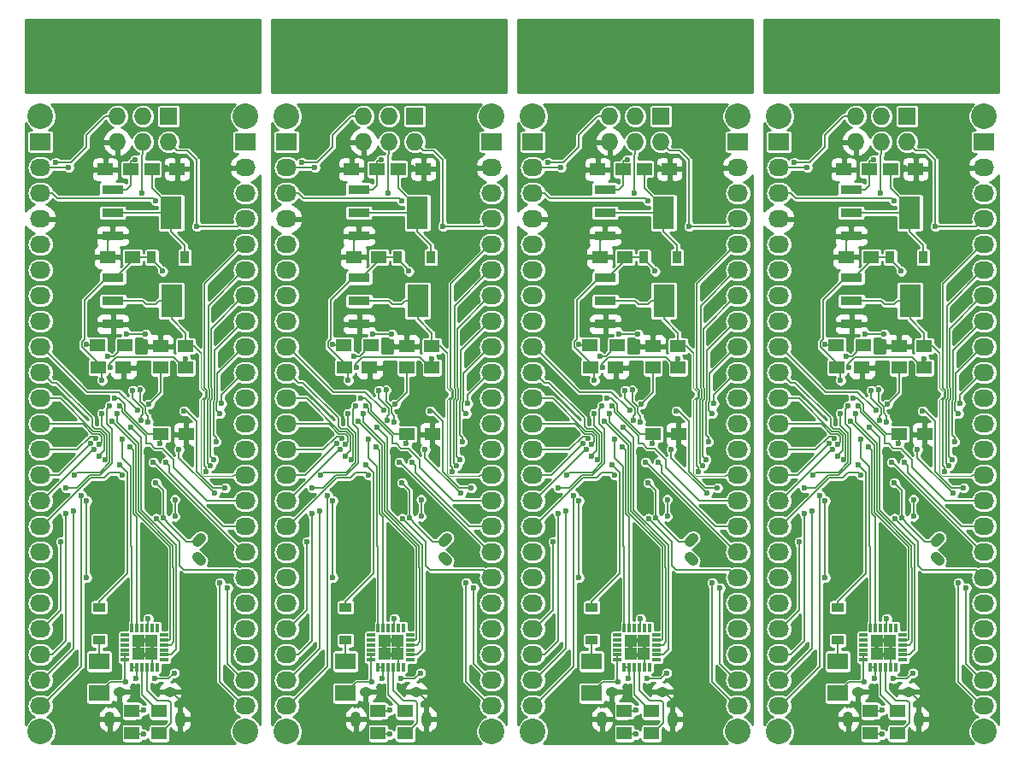
<source format=gbl>
G04 #@! TF.GenerationSoftware,KiCad,Pcbnew,5.1.0-rc1-unknown-e6a200b~76~ubuntu16.04.1*
G04 #@! TF.CreationDate,2019-02-18T11:20:04+01:00
G04 #@! TF.ProjectId,nano324,6e616e6f-3332-4342-9e6b-696361645f70,rev?*
G04 #@! TF.SameCoordinates,Original*
G04 #@! TF.FileFunction,Copper,L2,Bot*
G04 #@! TF.FilePolarity,Positive*
%FSLAX46Y46*%
G04 Gerber Fmt 4.6, Leading zero omitted, Abs format (unit mm)*
G04 Created by KiCad (PCBNEW 5.1.0-rc1-unknown-e6a200b~76~ubuntu16.04.1) date 2019-02-18 11:20:04*
%MOMM*%
%LPD*%
G04 APERTURE LIST*
%ADD10C,2.540000*%
%ADD11O,1.727200X1.727200*%
%ADD12R,1.727200X1.727200*%
%ADD13R,1.500000X1.250000*%
%ADD14R,0.910000X1.220000*%
%ADD15R,2.032000X1.727200*%
%ADD16O,2.032000X1.727200*%
%ADD17C,1.000760*%
%ADD18C,1.000760*%
%ADD19R,1.500000X1.300000*%
%ADD20R,2.150000X0.950000*%
%ADD21R,2.150000X3.250000*%
%ADD22O,1.000000X1.550000*%
%ADD23O,1.250000X0.950000*%
%ADD24R,2.030000X1.650000*%
%ADD25R,1.220000X0.910000*%
%ADD26R,1.300000X1.300000*%
%ADD27R,0.850000X0.300000*%
%ADD28R,0.300000X0.850000*%
%ADD29C,0.600000*%
%ADD30C,0.150000*%
%ADD31C,0.100000*%
%ADD32C,0.254000*%
G04 APERTURE END LIST*
D10*
X206324200Y-76708000D03*
D11*
X193624200Y-79248000D03*
X193624200Y-76708000D03*
X196164200Y-79248000D03*
X196164200Y-76708000D03*
X198704200Y-79248000D03*
D12*
X198704200Y-76708000D03*
D13*
X197901240Y-101625400D03*
X200401240Y-101625400D03*
D14*
X200293480Y-90683080D03*
X197023480Y-90683080D03*
D15*
X186004200Y-79248000D03*
D16*
X186004200Y-81788000D03*
X186004200Y-84328000D03*
X186004200Y-86868000D03*
X186004200Y-89408000D03*
X186004200Y-91948000D03*
X186004200Y-94488000D03*
X186004200Y-97028000D03*
X186004200Y-99568000D03*
X186004200Y-102108000D03*
X186004200Y-104648000D03*
X186004200Y-107188000D03*
X186004200Y-109728000D03*
X186004200Y-112268000D03*
X186004200Y-114808000D03*
X186004200Y-117348000D03*
X186004200Y-119888000D03*
X186004200Y-122428000D03*
X186004200Y-124968000D03*
X186004200Y-127508000D03*
X186004200Y-130048000D03*
X186004200Y-132588000D03*
X186004200Y-135128000D03*
D10*
X186004200Y-137668000D03*
D17*
X201710134Y-118672766D03*
D18*
X201533223Y-118849677D02*
X201887045Y-118495855D01*
D17*
X201710134Y-120595234D03*
D18*
X201887045Y-120772145D02*
X201533223Y-120418323D01*
D19*
X197768200Y-135636000D03*
X195068200Y-135636000D03*
D13*
X194239200Y-101600000D03*
X191739200Y-101600000D03*
X194930400Y-81981040D03*
X192430400Y-81981040D03*
D20*
X193188000Y-92708700D03*
X193188000Y-95008700D03*
X193188000Y-97308700D03*
D21*
X198988000Y-95008700D03*
D13*
X197962200Y-108204000D03*
X200462200Y-108204000D03*
D19*
X195068200Y-137845800D03*
X197768200Y-137845800D03*
D10*
X186004200Y-76708000D03*
D13*
X192633280Y-90672920D03*
X195133280Y-90672920D03*
X199542400Y-81925160D03*
X197042400Y-81925160D03*
D21*
X198962600Y-86271100D03*
D20*
X193162600Y-88571100D03*
X193162600Y-86271100D03*
X193162600Y-83971100D03*
D13*
X200391400Y-99486720D03*
X197891400Y-99486720D03*
D22*
X199851300Y-136445460D03*
X192851300Y-136445460D03*
D23*
X198851300Y-133745460D03*
X193851300Y-133745460D03*
D24*
X191846200Y-130723520D03*
X191846200Y-133883520D03*
D25*
X191846200Y-128635000D03*
X191846200Y-125365000D03*
D10*
X206324200Y-137668000D03*
D16*
X206324200Y-135128000D03*
X206324200Y-132588000D03*
X206324200Y-130048000D03*
X206324200Y-127508000D03*
X206324200Y-124968000D03*
X206324200Y-122428000D03*
X206324200Y-119888000D03*
X206324200Y-117348000D03*
X206324200Y-114808000D03*
X206324200Y-112268000D03*
X206324200Y-109728000D03*
X206324200Y-107188000D03*
X206324200Y-104648000D03*
X206324200Y-102108000D03*
X206324200Y-99568000D03*
X206324200Y-97028000D03*
X206324200Y-94488000D03*
X206324200Y-91948000D03*
X206324200Y-89408000D03*
X206324200Y-86868000D03*
X206324200Y-84328000D03*
X206324200Y-81788000D03*
D15*
X206324200Y-79248000D03*
D19*
X194381120Y-99425760D03*
X191681120Y-99425760D03*
D26*
X196981600Y-129984500D03*
X195681600Y-129984500D03*
X196981600Y-128684500D03*
X195681600Y-128684500D03*
D27*
X198281600Y-130584500D03*
X198281600Y-130084500D03*
X198281600Y-129584500D03*
X198281600Y-129084500D03*
X198281600Y-128584500D03*
X198281600Y-128084500D03*
D28*
X197581600Y-127384500D03*
X197081600Y-127384500D03*
X196581600Y-127384500D03*
X196081600Y-127384500D03*
X195581600Y-127384500D03*
X195081600Y-127384500D03*
D27*
X194381600Y-128084500D03*
X194381600Y-128584500D03*
X194381600Y-129084500D03*
X194381600Y-129584500D03*
X194381600Y-130084500D03*
X194381600Y-130584500D03*
D28*
X195081600Y-131284500D03*
X195581600Y-131284500D03*
X196081600Y-131284500D03*
X196581600Y-131284500D03*
X197081600Y-131284500D03*
X197581600Y-131284500D03*
D10*
X181940200Y-76708000D03*
D11*
X169240200Y-79248000D03*
X169240200Y-76708000D03*
X171780200Y-79248000D03*
X171780200Y-76708000D03*
X174320200Y-79248000D03*
D12*
X174320200Y-76708000D03*
D13*
X173517240Y-101625400D03*
X176017240Y-101625400D03*
D14*
X175909480Y-90683080D03*
X172639480Y-90683080D03*
D15*
X161620200Y-79248000D03*
D16*
X161620200Y-81788000D03*
X161620200Y-84328000D03*
X161620200Y-86868000D03*
X161620200Y-89408000D03*
X161620200Y-91948000D03*
X161620200Y-94488000D03*
X161620200Y-97028000D03*
X161620200Y-99568000D03*
X161620200Y-102108000D03*
X161620200Y-104648000D03*
X161620200Y-107188000D03*
X161620200Y-109728000D03*
X161620200Y-112268000D03*
X161620200Y-114808000D03*
X161620200Y-117348000D03*
X161620200Y-119888000D03*
X161620200Y-122428000D03*
X161620200Y-124968000D03*
X161620200Y-127508000D03*
X161620200Y-130048000D03*
X161620200Y-132588000D03*
X161620200Y-135128000D03*
D10*
X161620200Y-137668000D03*
D17*
X177326134Y-118672766D03*
D18*
X177149223Y-118849677D02*
X177503045Y-118495855D01*
D17*
X177326134Y-120595234D03*
D18*
X177503045Y-120772145D02*
X177149223Y-120418323D01*
D19*
X173384200Y-135636000D03*
X170684200Y-135636000D03*
D13*
X169855200Y-101600000D03*
X167355200Y-101600000D03*
X170546400Y-81981040D03*
X168046400Y-81981040D03*
D20*
X168804000Y-92708700D03*
X168804000Y-95008700D03*
X168804000Y-97308700D03*
D21*
X174604000Y-95008700D03*
D13*
X173578200Y-108204000D03*
X176078200Y-108204000D03*
D19*
X170684200Y-137845800D03*
X173384200Y-137845800D03*
D10*
X161620200Y-76708000D03*
D13*
X168249280Y-90672920D03*
X170749280Y-90672920D03*
X175158400Y-81925160D03*
X172658400Y-81925160D03*
D21*
X174578600Y-86271100D03*
D20*
X168778600Y-88571100D03*
X168778600Y-86271100D03*
X168778600Y-83971100D03*
D13*
X176007400Y-99486720D03*
X173507400Y-99486720D03*
D22*
X175467300Y-136445460D03*
X168467300Y-136445460D03*
D23*
X174467300Y-133745460D03*
X169467300Y-133745460D03*
D24*
X167462200Y-130723520D03*
X167462200Y-133883520D03*
D25*
X167462200Y-128635000D03*
X167462200Y-125365000D03*
D10*
X181940200Y-137668000D03*
D16*
X181940200Y-135128000D03*
X181940200Y-132588000D03*
X181940200Y-130048000D03*
X181940200Y-127508000D03*
X181940200Y-124968000D03*
X181940200Y-122428000D03*
X181940200Y-119888000D03*
X181940200Y-117348000D03*
X181940200Y-114808000D03*
X181940200Y-112268000D03*
X181940200Y-109728000D03*
X181940200Y-107188000D03*
X181940200Y-104648000D03*
X181940200Y-102108000D03*
X181940200Y-99568000D03*
X181940200Y-97028000D03*
X181940200Y-94488000D03*
X181940200Y-91948000D03*
X181940200Y-89408000D03*
X181940200Y-86868000D03*
X181940200Y-84328000D03*
X181940200Y-81788000D03*
D15*
X181940200Y-79248000D03*
D19*
X169997120Y-99425760D03*
X167297120Y-99425760D03*
D26*
X172597600Y-129984500D03*
X171297600Y-129984500D03*
X172597600Y-128684500D03*
X171297600Y-128684500D03*
D27*
X173897600Y-130584500D03*
X173897600Y-130084500D03*
X173897600Y-129584500D03*
X173897600Y-129084500D03*
X173897600Y-128584500D03*
X173897600Y-128084500D03*
D28*
X173197600Y-127384500D03*
X172697600Y-127384500D03*
X172197600Y-127384500D03*
X171697600Y-127384500D03*
X171197600Y-127384500D03*
X170697600Y-127384500D03*
D27*
X169997600Y-128084500D03*
X169997600Y-128584500D03*
X169997600Y-129084500D03*
X169997600Y-129584500D03*
X169997600Y-130084500D03*
X169997600Y-130584500D03*
D28*
X170697600Y-131284500D03*
X171197600Y-131284500D03*
X171697600Y-131284500D03*
X172197600Y-131284500D03*
X172697600Y-131284500D03*
X173197600Y-131284500D03*
D10*
X157556200Y-76708000D03*
D11*
X144856200Y-79248000D03*
X144856200Y-76708000D03*
X147396200Y-79248000D03*
X147396200Y-76708000D03*
X149936200Y-79248000D03*
D12*
X149936200Y-76708000D03*
D13*
X149133240Y-101625400D03*
X151633240Y-101625400D03*
D14*
X151525480Y-90683080D03*
X148255480Y-90683080D03*
D15*
X137236200Y-79248000D03*
D16*
X137236200Y-81788000D03*
X137236200Y-84328000D03*
X137236200Y-86868000D03*
X137236200Y-89408000D03*
X137236200Y-91948000D03*
X137236200Y-94488000D03*
X137236200Y-97028000D03*
X137236200Y-99568000D03*
X137236200Y-102108000D03*
X137236200Y-104648000D03*
X137236200Y-107188000D03*
X137236200Y-109728000D03*
X137236200Y-112268000D03*
X137236200Y-114808000D03*
X137236200Y-117348000D03*
X137236200Y-119888000D03*
X137236200Y-122428000D03*
X137236200Y-124968000D03*
X137236200Y-127508000D03*
X137236200Y-130048000D03*
X137236200Y-132588000D03*
X137236200Y-135128000D03*
D10*
X137236200Y-137668000D03*
D17*
X152942134Y-118672766D03*
D18*
X152765223Y-118849677D02*
X153119045Y-118495855D01*
D17*
X152942134Y-120595234D03*
D18*
X153119045Y-120772145D02*
X152765223Y-120418323D01*
D19*
X149000200Y-135636000D03*
X146300200Y-135636000D03*
D13*
X145471200Y-101600000D03*
X142971200Y-101600000D03*
X146162400Y-81981040D03*
X143662400Y-81981040D03*
D20*
X144420000Y-92708700D03*
X144420000Y-95008700D03*
X144420000Y-97308700D03*
D21*
X150220000Y-95008700D03*
D13*
X149194200Y-108204000D03*
X151694200Y-108204000D03*
D19*
X146300200Y-137845800D03*
X149000200Y-137845800D03*
D10*
X137236200Y-76708000D03*
D13*
X143865280Y-90672920D03*
X146365280Y-90672920D03*
X150774400Y-81925160D03*
X148274400Y-81925160D03*
D21*
X150194600Y-86271100D03*
D20*
X144394600Y-88571100D03*
X144394600Y-86271100D03*
X144394600Y-83971100D03*
D13*
X151623400Y-99486720D03*
X149123400Y-99486720D03*
D22*
X151083300Y-136445460D03*
X144083300Y-136445460D03*
D23*
X150083300Y-133745460D03*
X145083300Y-133745460D03*
D24*
X143078200Y-130723520D03*
X143078200Y-133883520D03*
D25*
X143078200Y-128635000D03*
X143078200Y-125365000D03*
D10*
X157556200Y-137668000D03*
D16*
X157556200Y-135128000D03*
X157556200Y-132588000D03*
X157556200Y-130048000D03*
X157556200Y-127508000D03*
X157556200Y-124968000D03*
X157556200Y-122428000D03*
X157556200Y-119888000D03*
X157556200Y-117348000D03*
X157556200Y-114808000D03*
X157556200Y-112268000D03*
X157556200Y-109728000D03*
X157556200Y-107188000D03*
X157556200Y-104648000D03*
X157556200Y-102108000D03*
X157556200Y-99568000D03*
X157556200Y-97028000D03*
X157556200Y-94488000D03*
X157556200Y-91948000D03*
X157556200Y-89408000D03*
X157556200Y-86868000D03*
X157556200Y-84328000D03*
X157556200Y-81788000D03*
D15*
X157556200Y-79248000D03*
D19*
X145613120Y-99425760D03*
X142913120Y-99425760D03*
D26*
X148213600Y-129984500D03*
X146913600Y-129984500D03*
X148213600Y-128684500D03*
X146913600Y-128684500D03*
D27*
X149513600Y-130584500D03*
X149513600Y-130084500D03*
X149513600Y-129584500D03*
X149513600Y-129084500D03*
X149513600Y-128584500D03*
X149513600Y-128084500D03*
D28*
X148813600Y-127384500D03*
X148313600Y-127384500D03*
X147813600Y-127384500D03*
X147313600Y-127384500D03*
X146813600Y-127384500D03*
X146313600Y-127384500D03*
D27*
X145613600Y-128084500D03*
X145613600Y-128584500D03*
X145613600Y-129084500D03*
X145613600Y-129584500D03*
X145613600Y-130084500D03*
X145613600Y-130584500D03*
D28*
X146313600Y-131284500D03*
X146813600Y-131284500D03*
X147313600Y-131284500D03*
X147813600Y-131284500D03*
X148313600Y-131284500D03*
X148813600Y-131284500D03*
D21*
X125836000Y-95008700D03*
D20*
X120036000Y-97308700D03*
X120036000Y-95008700D03*
X120036000Y-92708700D03*
D13*
X118587200Y-101600000D03*
X121087200Y-101600000D03*
X127310200Y-108204000D03*
X124810200Y-108204000D03*
D10*
X112852200Y-76708000D03*
X112852200Y-137668000D03*
X133172200Y-137668000D03*
X133172200Y-76708000D03*
D13*
X121981280Y-90672920D03*
X119481280Y-90672920D03*
X119278400Y-81981040D03*
X121778400Y-81981040D03*
X127249240Y-101625400D03*
X124749240Y-101625400D03*
X123890400Y-81925160D03*
X126390400Y-81925160D03*
X124739400Y-99486720D03*
X127239400Y-99486720D03*
D25*
X118694200Y-125365000D03*
X118694200Y-128635000D03*
D14*
X123871480Y-90683080D03*
X127141480Y-90683080D03*
D24*
X118694200Y-133883520D03*
X118694200Y-130723520D03*
D23*
X120699300Y-133745460D03*
X125699300Y-133745460D03*
D22*
X119699300Y-136445460D03*
X126699300Y-136445460D03*
D12*
X125552200Y-76708000D03*
D11*
X125552200Y-79248000D03*
X123012200Y-76708000D03*
X123012200Y-79248000D03*
X120472200Y-76708000D03*
X120472200Y-79248000D03*
D19*
X121916200Y-135636000D03*
X124616200Y-135636000D03*
X124616200Y-137845800D03*
X121916200Y-137845800D03*
X118529120Y-99425760D03*
X121229120Y-99425760D03*
D28*
X124429600Y-131284500D03*
X123929600Y-131284500D03*
X123429600Y-131284500D03*
X122929600Y-131284500D03*
X122429600Y-131284500D03*
X121929600Y-131284500D03*
D27*
X121229600Y-130584500D03*
X121229600Y-130084500D03*
X121229600Y-129584500D03*
X121229600Y-129084500D03*
X121229600Y-128584500D03*
X121229600Y-128084500D03*
D28*
X121929600Y-127384500D03*
X122429600Y-127384500D03*
X122929600Y-127384500D03*
X123429600Y-127384500D03*
X123929600Y-127384500D03*
X124429600Y-127384500D03*
D27*
X125129600Y-128084500D03*
X125129600Y-128584500D03*
X125129600Y-129084500D03*
X125129600Y-129584500D03*
X125129600Y-130084500D03*
X125129600Y-130584500D03*
D26*
X122529600Y-128684500D03*
X123829600Y-128684500D03*
X122529600Y-129984500D03*
X123829600Y-129984500D03*
D20*
X120010600Y-83971100D03*
X120010600Y-86271100D03*
X120010600Y-88571100D03*
D21*
X125810600Y-86271100D03*
D17*
X128558134Y-120595234D03*
D18*
X128735045Y-120772145D02*
X128381223Y-120418323D01*
D17*
X128558134Y-118672766D03*
D18*
X128381223Y-118849677D02*
X128735045Y-118495855D01*
D16*
X112852200Y-135128000D03*
X112852200Y-132588000D03*
X112852200Y-130048000D03*
X112852200Y-127508000D03*
X112852200Y-124968000D03*
X112852200Y-122428000D03*
X112852200Y-119888000D03*
X112852200Y-117348000D03*
X112852200Y-114808000D03*
X112852200Y-112268000D03*
X112852200Y-109728000D03*
X112852200Y-107188000D03*
X112852200Y-104648000D03*
X112852200Y-102108000D03*
X112852200Y-99568000D03*
X112852200Y-97028000D03*
X112852200Y-94488000D03*
X112852200Y-91948000D03*
X112852200Y-89408000D03*
X112852200Y-86868000D03*
X112852200Y-84328000D03*
X112852200Y-81788000D03*
D15*
X112852200Y-79248000D03*
X133172200Y-79248000D03*
D16*
X133172200Y-81788000D03*
X133172200Y-84328000D03*
X133172200Y-86868000D03*
X133172200Y-89408000D03*
X133172200Y-91948000D03*
X133172200Y-94488000D03*
X133172200Y-97028000D03*
X133172200Y-99568000D03*
X133172200Y-102108000D03*
X133172200Y-104648000D03*
X133172200Y-107188000D03*
X133172200Y-109728000D03*
X133172200Y-112268000D03*
X133172200Y-114808000D03*
X133172200Y-117348000D03*
X133172200Y-119888000D03*
X133172200Y-122428000D03*
X133172200Y-124968000D03*
X133172200Y-127508000D03*
X133172200Y-130048000D03*
X133172200Y-132588000D03*
X133172200Y-135128000D03*
D29*
X144348200Y-106934000D03*
X140030200Y-81788000D03*
X144856200Y-106172000D03*
X151587200Y-100711000D03*
X138754524Y-81285676D03*
X148666200Y-85090000D03*
X144176762Y-101600000D03*
X142455900Y-82003900D03*
X150190200Y-105918000D03*
X150444200Y-138112500D03*
X151714200Y-115062000D03*
X147845582Y-113850618D03*
X149174200Y-97536000D03*
X142715576Y-103523376D03*
X148213600Y-128684500D03*
X147904200Y-112268000D03*
X154000200Y-86106000D03*
X152476200Y-103124000D03*
X146913600Y-128684500D03*
X151968200Y-109474000D03*
X147680700Y-109982000D03*
X151714200Y-117348000D03*
X148920200Y-105918000D03*
X147904200Y-112268000D03*
X141300200Y-101346000D03*
X154000200Y-84074000D03*
X154000200Y-81534000D03*
X148213600Y-129984500D03*
X146951700Y-136715500D03*
X148158200Y-119888000D03*
X146913600Y-129984500D03*
X148547001Y-136779000D03*
X149682202Y-81788000D03*
X154000200Y-79756000D03*
X147904200Y-123698000D03*
X146634200Y-81026000D03*
X149110700Y-109093000D03*
X143350576Y-102888376D03*
X152730200Y-87630000D03*
X145110200Y-111252000D03*
X149352000Y-92062300D03*
X144575181Y-104620981D03*
X148574760Y-132440680D03*
X146664680Y-132440680D03*
X150505160Y-131881880D03*
X147904200Y-126492000D03*
X145719800Y-132786120D03*
X147447000Y-135559800D03*
X147497800Y-137960100D03*
X147985618Y-105239173D03*
X146183831Y-107533842D03*
X147226914Y-106809757D03*
X145364200Y-108712000D03*
X146380200Y-103886000D03*
X147905353Y-106982201D03*
X147650200Y-98298000D03*
X145774210Y-98298000D03*
X146126188Y-109474000D03*
X147087749Y-103831549D03*
X143319201Y-106172000D03*
X141808200Y-99314000D03*
X140538200Y-115791010D03*
X140569276Y-112299076D03*
X143863876Y-100477905D03*
X139776200Y-116078000D03*
X139776200Y-113538000D03*
X144094200Y-105410000D03*
X146880231Y-105855248D03*
X143627274Y-110770690D03*
X143036614Y-110395006D03*
X143091632Y-109241912D03*
X142737621Y-108638025D03*
X153624710Y-111886991D03*
X154094210Y-111352962D03*
X154392630Y-110719746D03*
X154635200Y-108966000D03*
X155016200Y-106172000D03*
X155179094Y-105175635D03*
X145110200Y-105410000D03*
X147302232Y-84328000D03*
X142216302Y-109105189D03*
X142570200Y-109728000D03*
X145364200Y-112268000D03*
X149682200Y-110998000D03*
X139268200Y-118872000D03*
X148691152Y-116561048D03*
X150571200Y-114681000D03*
X150571200Y-116364990D03*
X149441787Y-116521120D03*
X148666200Y-113030000D03*
X148412200Y-110998000D03*
X141300200Y-114300000D03*
X141808200Y-114808000D03*
X141808200Y-122428000D03*
X155524200Y-113538000D03*
X155778200Y-123444000D03*
X151460200Y-105918000D03*
X150952200Y-109728000D03*
X154508200Y-114046000D03*
X155016200Y-122936000D03*
X168732200Y-106934000D03*
X164414200Y-81788000D03*
X169240200Y-106172000D03*
X175971200Y-100711000D03*
X163138524Y-81285676D03*
X173050200Y-85090000D03*
X168560762Y-101600000D03*
X166839900Y-82003900D03*
X174574200Y-105918000D03*
X174828200Y-138112500D03*
X176098200Y-115062000D03*
X172229582Y-113850618D03*
X173558200Y-97536000D03*
X167099576Y-103523376D03*
X172597600Y-128684500D03*
X172288200Y-112268000D03*
X178384200Y-86106000D03*
X176860200Y-103124000D03*
X171297600Y-128684500D03*
X176352200Y-109474000D03*
X172064700Y-109982000D03*
X176098200Y-117348000D03*
X173304200Y-105918000D03*
X172288200Y-112268000D03*
X165684200Y-101346000D03*
X178384200Y-84074000D03*
X178384200Y-81534000D03*
X172597600Y-129984500D03*
X171335700Y-136715500D03*
X172542200Y-119888000D03*
X171297600Y-129984500D03*
X172931001Y-136779000D03*
X174066202Y-81788000D03*
X178384200Y-79756000D03*
X172288200Y-123698000D03*
X171018200Y-81026000D03*
X173494700Y-109093000D03*
X167734576Y-102888376D03*
X177114200Y-87630000D03*
X169494200Y-111252000D03*
X173736000Y-92062300D03*
X168959181Y-104620981D03*
X172958760Y-132440680D03*
X171048680Y-132440680D03*
X174889160Y-131881880D03*
X172288200Y-126492000D03*
X170103800Y-132786120D03*
X171831000Y-135559800D03*
X171881800Y-137960100D03*
X172369618Y-105239173D03*
X170567831Y-107533842D03*
X171610914Y-106809757D03*
X169748200Y-108712000D03*
X170764200Y-103886000D03*
X172289353Y-106982201D03*
X172034200Y-98298000D03*
X170158210Y-98298000D03*
X170510188Y-109474000D03*
X171471749Y-103831549D03*
X167703201Y-106172000D03*
X166192200Y-99314000D03*
X164922200Y-115791010D03*
X164953276Y-112299076D03*
X168247876Y-100477905D03*
X164160200Y-116078000D03*
X164160200Y-113538000D03*
X168478200Y-105410000D03*
X171264231Y-105855248D03*
X168011274Y-110770690D03*
X167420614Y-110395006D03*
X167475632Y-109241912D03*
X167121621Y-108638025D03*
X178008710Y-111886991D03*
X178478210Y-111352962D03*
X178776630Y-110719746D03*
X179019200Y-108966000D03*
X179400200Y-106172000D03*
X179563094Y-105175635D03*
X169494200Y-105410000D03*
X171686232Y-84328000D03*
X166600302Y-109105189D03*
X166954200Y-109728000D03*
X169748200Y-112268000D03*
X174066200Y-110998000D03*
X163652200Y-118872000D03*
X173075152Y-116561048D03*
X174955200Y-114681000D03*
X174955200Y-116364990D03*
X173825787Y-116521120D03*
X173050200Y-113030000D03*
X172796200Y-110998000D03*
X165684200Y-114300000D03*
X166192200Y-114808000D03*
X166192200Y-122428000D03*
X179908200Y-113538000D03*
X180162200Y-123444000D03*
X175844200Y-105918000D03*
X175336200Y-109728000D03*
X178892200Y-114046000D03*
X179400200Y-122936000D03*
X193116200Y-106934000D03*
X188798200Y-81788000D03*
X193624200Y-106172000D03*
X200355200Y-100711000D03*
X187522524Y-81285676D03*
X197434200Y-85090000D03*
X192944762Y-101600000D03*
X191223900Y-82003900D03*
X198958200Y-105918000D03*
X199212200Y-138112500D03*
X200482200Y-115062000D03*
X196613582Y-113850618D03*
X197942200Y-97536000D03*
X191483576Y-103523376D03*
X196981600Y-128684500D03*
X196672200Y-112268000D03*
X202768200Y-86106000D03*
X201244200Y-103124000D03*
X195681600Y-128684500D03*
X200736200Y-109474000D03*
X196448700Y-109982000D03*
X200482200Y-117348000D03*
X197688200Y-105918000D03*
X196672200Y-112268000D03*
X190068200Y-101346000D03*
X202768200Y-84074000D03*
X202768200Y-81534000D03*
X196981600Y-129984500D03*
X195719700Y-136715500D03*
X196926200Y-119888000D03*
X195681600Y-129984500D03*
X197315001Y-136779000D03*
X198450202Y-81788000D03*
X202768200Y-79756000D03*
X196672200Y-123698000D03*
X195402200Y-81026000D03*
X197878700Y-109093000D03*
X192118576Y-102888376D03*
X201498200Y-87630000D03*
X193878200Y-111252000D03*
X198120000Y-92062300D03*
X193343181Y-104620981D03*
X197342760Y-132440680D03*
X195432680Y-132440680D03*
X199273160Y-131881880D03*
X196672200Y-126492000D03*
X194487800Y-132786120D03*
X196215000Y-135559800D03*
X196265800Y-137960100D03*
X196753618Y-105239173D03*
X194951831Y-107533842D03*
X195994914Y-106809757D03*
X194132200Y-108712000D03*
X195148200Y-103886000D03*
X196673353Y-106982201D03*
X196418200Y-98298000D03*
X194542210Y-98298000D03*
X194894188Y-109474000D03*
X195855749Y-103831549D03*
X192087201Y-106172000D03*
X190576200Y-99314000D03*
X189306200Y-115791010D03*
X189337276Y-112299076D03*
X192631876Y-100477905D03*
X188544200Y-116078000D03*
X188544200Y-113538000D03*
X192862200Y-105410000D03*
X195648231Y-105855248D03*
X192395274Y-110770690D03*
X191804614Y-110395006D03*
X191859632Y-109241912D03*
X191505621Y-108638025D03*
X202392710Y-111886991D03*
X202862210Y-111352962D03*
X203160630Y-110719746D03*
X203403200Y-108966000D03*
X203784200Y-106172000D03*
X203947094Y-105175635D03*
X193878200Y-105410000D03*
X196070232Y-84328000D03*
X190984302Y-109105189D03*
X191338200Y-109728000D03*
X194132200Y-112268000D03*
X198450200Y-110998000D03*
X188036200Y-118872000D03*
X197459152Y-116561048D03*
X199339200Y-114681000D03*
X199339200Y-116364990D03*
X198209787Y-116521120D03*
X197434200Y-113030000D03*
X197180200Y-110998000D03*
X190068200Y-114300000D03*
X190576200Y-114808000D03*
X190576200Y-122428000D03*
X204292200Y-113538000D03*
X204546200Y-123444000D03*
X200228200Y-105918000D03*
X199720200Y-109728000D03*
X203276200Y-114046000D03*
X203784200Y-122936000D03*
X119964200Y-106934000D03*
X115646200Y-81788000D03*
X120472200Y-106172000D03*
X119792762Y-101600000D03*
X114370524Y-81285676D03*
X124282200Y-85090000D03*
X127203200Y-100711000D03*
X118071900Y-82003900D03*
X118331576Y-103523376D03*
X116916200Y-101346000D03*
X129616200Y-84074000D03*
X129616200Y-86106000D03*
X129616200Y-81534000D03*
X129616200Y-79756000D03*
X125298202Y-81788000D03*
X126060200Y-138112500D03*
X124163001Y-136779000D03*
X122567700Y-136715500D03*
X122529600Y-128684500D03*
X122529600Y-129984500D03*
X123829600Y-128684500D03*
X123829600Y-129984500D03*
X124790200Y-97536000D03*
X127584200Y-109474000D03*
X125806200Y-105918000D03*
X128092200Y-103124000D03*
X124536200Y-105918000D03*
X127330200Y-115062000D03*
X123296700Y-109982000D03*
X123520200Y-112268000D03*
X123520200Y-112268000D03*
X123461582Y-113850618D03*
X123520200Y-123698000D03*
X123774200Y-119888000D03*
X127330200Y-117348000D03*
X122250200Y-81026000D03*
X118966576Y-102888376D03*
X120191181Y-104620981D03*
X128346200Y-87630000D03*
X124726700Y-109093000D03*
X124968000Y-92062300D03*
X120726200Y-111252000D03*
X122280680Y-132440680D03*
X126121160Y-131881880D03*
X124190760Y-132440680D03*
X123520200Y-126492000D03*
X121335800Y-132786120D03*
X123063000Y-135559800D03*
X123113800Y-137960100D03*
X123601618Y-105239173D03*
X121799831Y-107533842D03*
X121996200Y-103886000D03*
X122842914Y-106809757D03*
X120980200Y-108712000D03*
X121390210Y-98298000D03*
X122703749Y-103831549D03*
X123266200Y-98298000D03*
X123521353Y-106982201D03*
X121742188Y-109474000D03*
X117424200Y-99314000D03*
X118935201Y-106172000D03*
X116185276Y-112299076D03*
X116154200Y-115791010D03*
X119479876Y-100477905D03*
X119710200Y-105410000D03*
X115392200Y-116078000D03*
X115392200Y-113538000D03*
X122496231Y-105855248D03*
X119243274Y-110770690D03*
X118652614Y-110395006D03*
X118707632Y-109241912D03*
X118353621Y-108638025D03*
X129240710Y-111886991D03*
X129710210Y-111352962D03*
X130008630Y-110719746D03*
X130251200Y-108966000D03*
X130632200Y-106172000D03*
X130795094Y-105175635D03*
X120726200Y-105410000D03*
X122918232Y-84328000D03*
X117832302Y-109105189D03*
X118186200Y-109728000D03*
X120980200Y-112268000D03*
X125298200Y-110998000D03*
X114884200Y-118872000D03*
X124307152Y-116561048D03*
X126187200Y-114681000D03*
X126187200Y-116364990D03*
X125057787Y-116521120D03*
X124282200Y-113030000D03*
X124028200Y-110998000D03*
X116916200Y-114300000D03*
X117424200Y-114808000D03*
X117424200Y-122428000D03*
X131394200Y-123444000D03*
X131140200Y-113538000D03*
X127076200Y-105918000D03*
X126568200Y-109728000D03*
X130124200Y-114046000D03*
X130632200Y-122936000D03*
D30*
X150113601Y-128501031D02*
X150113601Y-119362400D01*
X149513600Y-128584500D02*
X150030132Y-128584500D01*
X144648199Y-107233999D02*
X144348200Y-106934000D01*
X150113601Y-119362400D02*
X146705678Y-115954477D01*
X146705678Y-115954477D02*
X146705678Y-109291478D01*
X150030132Y-128584500D02*
X150113601Y-128501031D01*
X146705678Y-109291478D02*
X144648199Y-107233999D01*
X150363612Y-120650000D02*
X150363613Y-121434969D01*
X150363612Y-120650000D02*
X150363612Y-119258843D01*
X144856200Y-107017736D02*
X144856200Y-106596264D01*
X150444200Y-128778000D02*
X150137700Y-129084500D01*
X150363612Y-120935488D02*
X150363612Y-120650000D01*
X150363612Y-119258843D02*
X146955689Y-115850920D01*
X150444200Y-121515556D02*
X150444200Y-128778000D01*
X150363613Y-121434969D02*
X150444200Y-121515556D01*
X150137700Y-129084500D02*
X149513600Y-129084500D01*
X137236200Y-81788000D02*
X140030200Y-81788000D01*
X146955689Y-109117225D02*
X144856200Y-107017736D01*
X144856200Y-106596264D02*
X144856200Y-106172000D01*
X146955689Y-115850920D02*
X146955689Y-109117225D01*
X144856200Y-76708000D02*
X143634886Y-76708000D01*
X151633240Y-100757040D02*
X151587200Y-100711000D01*
X151633240Y-101625400D02*
X151633240Y-100757040D01*
X140278524Y-81285676D02*
X141808200Y-79756000D01*
X148412200Y-84836000D02*
X148666200Y-85090000D01*
X137236200Y-84328000D02*
X138402200Y-84328000D01*
X141808200Y-78534686D02*
X141808200Y-79756000D01*
X138402200Y-84328000D02*
X138910200Y-84836000D01*
X138910200Y-84836000D02*
X148412200Y-84836000D01*
X143634886Y-76708000D02*
X141808200Y-78534686D01*
X151508240Y-101625400D02*
X151633240Y-101625400D01*
X144094200Y-101235878D02*
X144746078Y-100584000D01*
X138754524Y-81285676D02*
X140278524Y-81285676D01*
X144746078Y-100584000D02*
X150466840Y-100584000D01*
X144094200Y-101517438D02*
X144094200Y-101235878D01*
X144176762Y-101600000D02*
X144094200Y-101517438D01*
X150466840Y-100584000D02*
X151508240Y-101625400D01*
X148313600Y-131284500D02*
X148313600Y-130084500D01*
X151694200Y-109200000D02*
X151968200Y-109474000D01*
X143865280Y-90672920D02*
X143865280Y-89100420D01*
X148412200Y-112014000D02*
X147680700Y-111282500D01*
X151083300Y-135420460D02*
X151083300Y-136445460D01*
X148547001Y-136779000D02*
X147015200Y-136779000D01*
X149090464Y-112014000D02*
X148666200Y-112014000D01*
X151714200Y-115062000D02*
X151714200Y-117348000D01*
X150233300Y-133745460D02*
X151083300Y-134595460D01*
X142478760Y-81981040D02*
X142455900Y-82003900D01*
X143865280Y-89100420D02*
X144394600Y-88571100D01*
X151083300Y-134595460D02*
X151083300Y-135420460D01*
X150083300Y-133745460D02*
X150233300Y-133745460D01*
X142715576Y-103523376D02*
X141300200Y-102108000D01*
X151714200Y-115062000D02*
X151714200Y-114637736D01*
X150190200Y-105918000D02*
X152476200Y-103632000D01*
X151694200Y-108204000D02*
X151694200Y-109200000D01*
X147015200Y-136779000D02*
X146951700Y-136715500D01*
X143662400Y-81981040D02*
X142478760Y-81981040D01*
X148666200Y-112014000D02*
X148412200Y-112014000D01*
X150190200Y-105918000D02*
X148920200Y-105918000D01*
X147680700Y-111282500D02*
X147680700Y-109982000D01*
X151714200Y-114637736D02*
X149090464Y-112014000D01*
X149123400Y-99486720D02*
X149123400Y-97586800D01*
X148158200Y-112014000D02*
X147904200Y-112268000D01*
X147904200Y-113792000D02*
X147845582Y-113850618D01*
X149819362Y-81925160D02*
X149682202Y-81788000D01*
X150774400Y-81925160D02*
X149819362Y-81925160D01*
X147904200Y-123698000D02*
X147904200Y-120142000D01*
X149123400Y-97586800D02*
X149174200Y-97536000D01*
X153047700Y-137795000D02*
X152730200Y-138112500D01*
X148313600Y-130084500D02*
X148213600Y-129984500D01*
X147904200Y-112268000D02*
X147904200Y-113792000D01*
X141300200Y-102108000D02*
X141300200Y-101346000D01*
X154000200Y-84074000D02*
X154000200Y-86106000D01*
X148666200Y-112014000D02*
X148158200Y-112014000D01*
X147904200Y-120142000D02*
X148158200Y-119888000D01*
X154000200Y-81534000D02*
X154000200Y-79756000D01*
X152476200Y-103632000D02*
X152476200Y-103124000D01*
X146913600Y-129984500D02*
X146913600Y-128684500D01*
X146162400Y-81981040D02*
X146162400Y-81206040D01*
X146162400Y-83567900D02*
X146162400Y-81981040D01*
X145759200Y-83971100D02*
X146162400Y-83567900D01*
X144394600Y-83971100D02*
X145759200Y-83971100D01*
X146342440Y-81026000D02*
X146634200Y-81026000D01*
X146162400Y-81206040D02*
X146342440Y-81026000D01*
X143026760Y-101493320D02*
X143026760Y-101294560D01*
X148255480Y-90838080D02*
X149352000Y-91934600D01*
X144420000Y-92708700D02*
X144649220Y-92708700D01*
X141587199Y-94941501D02*
X143820000Y-92708700D01*
X147910561Y-108204000D02*
X145585201Y-105878640D01*
X141333198Y-99092999D02*
X141587199Y-98838998D01*
X145839201Y-121998999D02*
X145839201Y-111981001D01*
X151815799Y-80111599D02*
X152730200Y-81026000D01*
X144649220Y-92708700D02*
X146365280Y-90992640D01*
X143078200Y-124760000D02*
X145839201Y-121998999D01*
X148255480Y-90683080D02*
X148255480Y-90838080D01*
X149194200Y-108204000D02*
X147910561Y-108204000D01*
X149352000Y-91934600D02*
X149352000Y-92062300D01*
X149936200Y-79248000D02*
X150799799Y-80111599D01*
X145585201Y-105878640D02*
X145585201Y-105206737D01*
X150799799Y-80111599D02*
X151815799Y-80111599D01*
X146365280Y-90992640D02*
X146365280Y-90672920D01*
X144999445Y-104620981D02*
X144575181Y-104620981D01*
X156794200Y-87630000D02*
X157556200Y-86868000D01*
X143350576Y-102888376D02*
X143350576Y-101817136D01*
X145839201Y-111981001D02*
X145110200Y-111252000D01*
X141587199Y-98838998D02*
X141587199Y-94941501D01*
X143350576Y-101817136D02*
X143026760Y-101493320D01*
X152730200Y-81026000D02*
X152730200Y-87630000D01*
X149194200Y-108204000D02*
X149194200Y-109009500D01*
X143078200Y-125365000D02*
X143078200Y-124760000D01*
X143026760Y-101294560D02*
X141333198Y-99600998D01*
X143820000Y-92708700D02*
X144420000Y-92708700D01*
X145585201Y-105206737D02*
X144999445Y-104620981D01*
X146365280Y-90672920D02*
X148245320Y-90672920D01*
X152730200Y-87630000D02*
X156794200Y-87630000D01*
X141333198Y-99600998D02*
X141333198Y-99092999D01*
X149194200Y-109009500D02*
X149110700Y-109093000D01*
X148245320Y-90672920D02*
X148255480Y-90683080D01*
X146813600Y-131284500D02*
X146813600Y-132291760D01*
X148574760Y-132440680D02*
X149946360Y-132440680D01*
X149946360Y-132440680D02*
X150205161Y-132181879D01*
X146813600Y-131284500D02*
X146313600Y-131284500D01*
X150205161Y-132181879D02*
X150505160Y-131881880D01*
X147904200Y-126492000D02*
X147904200Y-127293900D01*
X147904200Y-127293900D02*
X147813600Y-127384500D01*
D31*
X153174700Y-103645623D02*
X153537308Y-104008231D01*
D30*
X151623400Y-98187100D02*
X151623400Y-98711720D01*
X151623400Y-98711720D02*
X151623400Y-99486720D01*
D31*
X153174700Y-112083001D02*
X153428700Y-112337001D01*
X153428700Y-112337001D02*
X156371199Y-112337001D01*
D30*
X152473400Y-99486720D02*
X153174700Y-100188020D01*
D31*
X153174700Y-104802843D02*
X153174700Y-112083001D01*
X153537308Y-104008231D02*
X153537308Y-104440235D01*
D30*
X147340896Y-95008700D02*
X147676198Y-95344002D01*
X148995000Y-95008700D02*
X150220000Y-95008700D01*
X156440200Y-112268000D02*
X157556200Y-112268000D01*
X150220000Y-95008700D02*
X150220000Y-96783700D01*
X150220000Y-96783700D02*
X151623400Y-98187100D01*
D31*
X153174700Y-100188020D02*
X153174700Y-103645623D01*
X153537308Y-104440235D02*
X153174700Y-104802843D01*
D30*
X151623400Y-99486720D02*
X152473400Y-99486720D01*
X144420000Y-95008700D02*
X147340896Y-95008700D01*
X156371199Y-112337001D02*
X156440200Y-112268000D01*
X147676198Y-95344002D02*
X148659698Y-95344002D01*
X148659698Y-95344002D02*
X148995000Y-95008700D01*
X143078200Y-129240000D02*
X143078200Y-128635000D01*
X143078200Y-129240000D02*
X143078200Y-130723520D01*
X145613600Y-130084500D02*
X145613600Y-130584500D01*
X145719800Y-132786120D02*
X144175600Y-132786120D01*
X144175600Y-132786120D02*
X143078200Y-133883520D01*
X145613600Y-130584500D02*
X145613600Y-132679920D01*
X145613600Y-132679920D02*
X145719800Y-132786120D01*
X147370800Y-135636000D02*
X147447000Y-135559800D01*
X146300200Y-135636000D02*
X147370800Y-135636000D01*
X147497800Y-137960100D02*
X146414500Y-137960100D01*
X146414500Y-137960100D02*
X146300200Y-137845800D01*
X150694210Y-119235873D02*
X150694210Y-129543990D01*
X147205700Y-115747363D02*
X150694210Y-119235873D01*
X148285617Y-104939174D02*
X147985618Y-105239173D01*
X147205700Y-108555711D02*
X147205700Y-115747363D01*
X149133240Y-104091551D02*
X148285617Y-104939174D01*
X149133240Y-101625400D02*
X149133240Y-104091551D01*
X146183831Y-107533842D02*
X147205700Y-108555711D01*
X150694210Y-129543990D02*
X150153700Y-130084500D01*
X150153700Y-130084500D02*
X149513600Y-130084500D01*
X148900200Y-135636000D02*
X149000200Y-135636000D01*
X147313600Y-134049400D02*
X148900200Y-135636000D01*
X147313600Y-131284500D02*
X147313600Y-134049400D01*
X148793200Y-134581900D02*
X149931102Y-134581900D01*
X147813600Y-131284500D02*
X147813600Y-133602300D01*
X147813600Y-133602300D02*
X148793200Y-134581900D01*
X150152100Y-134802898D02*
X150152100Y-136793900D01*
X149100200Y-137845800D02*
X149000200Y-137845800D01*
X150152100Y-136793900D02*
X149100200Y-137845800D01*
X149931102Y-134581900D02*
X150152100Y-134802898D01*
X146313600Y-119380000D02*
X146205656Y-119272056D01*
X146205656Y-119272056D02*
X146205656Y-111399458D01*
X145364200Y-110558002D02*
X145364200Y-109136264D01*
X147226914Y-106385493D02*
X147226914Y-106809757D01*
X147355232Y-105627247D02*
X147355232Y-106257175D01*
X146313600Y-119510500D02*
X146313600Y-119380000D01*
X146313600Y-126809500D02*
X146313600Y-119380000D01*
X147355232Y-106257175D02*
X147226914Y-106385493D01*
X146380200Y-103886000D02*
X146380200Y-104652215D01*
X146313600Y-127384500D02*
X146313600Y-126809500D01*
X146380200Y-104652215D02*
X147355232Y-105627247D01*
X145364200Y-109136264D02*
X145364200Y-108712000D01*
X146205656Y-111399458D02*
X145364200Y-110558002D01*
X146426187Y-109773999D02*
X146126188Y-109474000D01*
X147905353Y-106557937D02*
X147905353Y-106982201D01*
X146455667Y-109803479D02*
X146426187Y-109773999D01*
X146813600Y-116415967D02*
X146455667Y-116058034D01*
X147087749Y-105006196D02*
X147605243Y-105523690D01*
X147605243Y-106086483D02*
X147905353Y-106386593D01*
X147650200Y-98298000D02*
X145774210Y-98298000D01*
X146813600Y-127384500D02*
X146813600Y-116415967D01*
X147605243Y-105523690D02*
X147605243Y-106086483D01*
X147905353Y-106386593D02*
X147905353Y-106557937D01*
X146455667Y-116058034D02*
X146455667Y-109803479D01*
X147087749Y-103831549D02*
X147087749Y-105006196D01*
X150194600Y-86271100D02*
X150194600Y-85721100D01*
X151525480Y-90683080D02*
X151525480Y-89971880D01*
X150194600Y-85721100D02*
X148274400Y-83800900D01*
X150194600Y-88146100D02*
X151525480Y-89476980D01*
X150194600Y-86271100D02*
X150194600Y-88146100D01*
X144394600Y-86271100D02*
X148272500Y-86271100D01*
X148272500Y-86271100D02*
X150194600Y-86271100D01*
X148274400Y-81925160D02*
X148274400Y-83312000D01*
X148274400Y-83800900D02*
X148274400Y-83312000D01*
X151525480Y-89476980D02*
X151525480Y-89971880D01*
X144102274Y-110998691D02*
X143101888Y-111999077D01*
X137388600Y-132588000D02*
X140538200Y-129438400D01*
X143319201Y-107370004D02*
X144102274Y-108153077D01*
X143101888Y-111999077D02*
X140869275Y-111999077D01*
X143319201Y-106172000D02*
X143319201Y-107370004D01*
X140538200Y-129438400D02*
X140538200Y-116215274D01*
X142913120Y-99425760D02*
X141919960Y-99425760D01*
X140538200Y-116215274D02*
X140538200Y-115791010D01*
X141919960Y-99425760D02*
X141808200Y-99314000D01*
X144102274Y-108153077D02*
X144102274Y-110998691D01*
X137236200Y-132588000D02*
X137388600Y-132588000D01*
X140869275Y-111999077D02*
X140569276Y-112299076D01*
X143794201Y-105709999D02*
X144094200Y-105410000D01*
X142111043Y-112271989D02*
X143182543Y-112271989D01*
X145613120Y-99425760D02*
X145513120Y-99425760D01*
X144288140Y-100477905D02*
X143863876Y-100477905D01*
X137236200Y-130048000D02*
X138402200Y-130048000D01*
X144352285Y-107700085D02*
X143794201Y-107142001D01*
X138402200Y-130048000D02*
X138656200Y-129794000D01*
X145513120Y-99425760D02*
X144460975Y-100477905D01*
X144352285Y-111102248D02*
X144352285Y-107700085D01*
X140845032Y-113538000D02*
X142111043Y-112271989D01*
X139776200Y-125473966D02*
X139776200Y-116078000D01*
X138656200Y-129794000D02*
X139776200Y-128674000D01*
X139776200Y-113538000D02*
X140845032Y-113538000D01*
X139776200Y-128674000D02*
X139776200Y-125473966D01*
X143182543Y-112271989D02*
X144352285Y-111102248D01*
X143794201Y-107142001D02*
X143794201Y-105709999D01*
X144460975Y-100477905D02*
X144288140Y-100477905D01*
X146580232Y-105555249D02*
X146880231Y-105855248D01*
X137388600Y-99568000D02*
X141833600Y-104013000D01*
X145037983Y-104013000D02*
X146580232Y-105555249D01*
X141833600Y-104013000D02*
X145037983Y-104013000D01*
X137236200Y-99568000D02*
X137388600Y-99568000D01*
X143840200Y-110557764D02*
X143840200Y-108244570D01*
X142596199Y-107663001D02*
X142349199Y-107416001D01*
X142349199Y-106623298D02*
X138847501Y-103121600D01*
X137388600Y-102108000D02*
X137236200Y-102108000D01*
X138402200Y-103121600D02*
X137388600Y-102108000D01*
X138847501Y-103121600D02*
X138402200Y-103121600D01*
X142349199Y-107416001D02*
X142349199Y-106623298D01*
X143627274Y-110770690D02*
X143840200Y-110557764D01*
X143840200Y-108244570D02*
X143258631Y-107663001D01*
X143258631Y-107663001D02*
X142596199Y-107663001D01*
X142492642Y-107913012D02*
X143155074Y-107913012D01*
X143336613Y-110095007D02*
X143036614Y-110395006D01*
X137236200Y-104648000D02*
X139227630Y-104648000D01*
X139227630Y-104648000D02*
X142492642Y-107913012D01*
X143590189Y-108348127D02*
X143590189Y-109841431D01*
X143155074Y-107913012D02*
X143590189Y-108348127D01*
X143590189Y-109841431D02*
X143336613Y-110095007D01*
X137236200Y-107188000D02*
X141414062Y-107188000D01*
X142389085Y-108163023D02*
X143051517Y-108163023D01*
X143051517Y-108163023D02*
X143340178Y-108451684D01*
X141414062Y-107188000D02*
X142389085Y-108163023D01*
X143340178Y-108451684D02*
X143340178Y-108993366D01*
X143340178Y-108993366D02*
X143091632Y-109241912D01*
X140890492Y-109728000D02*
X142205458Y-108413034D01*
X142205458Y-108413034D02*
X142512630Y-108413034D01*
X142512630Y-108413034D02*
X142737621Y-108638025D01*
X137236200Y-109728000D02*
X140890492Y-109728000D01*
X153624710Y-111462727D02*
X153624710Y-111886991D01*
X153497710Y-104798046D02*
X153497710Y-111335727D01*
X153762319Y-103915029D02*
X153762319Y-104533437D01*
X153762319Y-104533437D02*
X153497710Y-104798046D01*
X153497710Y-93314090D02*
X153497710Y-103650420D01*
X157556200Y-89408000D02*
X157403800Y-89408000D01*
X153497710Y-111335727D02*
X153624710Y-111462727D01*
X157403800Y-89408000D02*
X153497710Y-93314090D01*
X153497710Y-103650420D02*
X153762319Y-103915029D01*
X154012330Y-103811472D02*
X154012330Y-104636994D01*
X153869211Y-103668353D02*
X154012330Y-103811472D01*
X154012330Y-104636994D02*
X153794211Y-104855113D01*
X153869211Y-95482589D02*
X153869211Y-103668353D01*
X157556200Y-91948000D02*
X157403800Y-91948000D01*
X153794211Y-104855113D02*
X153794211Y-111052963D01*
X153794211Y-111052963D02*
X154094210Y-111352962D01*
X157403800Y-91948000D02*
X153869211Y-95482589D01*
X154262341Y-104740551D02*
X154092631Y-104910261D01*
X154092631Y-104910261D02*
X154092631Y-110419747D01*
X154262341Y-103707915D02*
X154262341Y-104740551D01*
X154119222Y-97772578D02*
X154119222Y-103564796D01*
X154092631Y-110419747D02*
X154392630Y-110719746D01*
X157556200Y-94488000D02*
X157403800Y-94488000D01*
X157403800Y-94488000D02*
X154119222Y-97772578D01*
X154119222Y-103564796D02*
X154262341Y-103707915D01*
X154635200Y-108541736D02*
X154369233Y-108275769D01*
X154369233Y-108275769D02*
X154369233Y-104987227D01*
X154512352Y-104844108D02*
X154512352Y-99919448D01*
X154635200Y-108966000D02*
X154635200Y-108541736D01*
X154512352Y-99919448D02*
X157403800Y-97028000D01*
X157403800Y-97028000D02*
X157556200Y-97028000D01*
X154369233Y-104987227D02*
X154512352Y-104844108D01*
X154762363Y-102209437D02*
X154762363Y-104947665D01*
X154635200Y-105791000D02*
X154716201Y-105872001D01*
X154635200Y-105074828D02*
X154635200Y-105791000D01*
X157403800Y-99568000D02*
X154762363Y-102209437D01*
X157556200Y-99568000D02*
X157403800Y-99568000D01*
X154762363Y-104947665D02*
X154635200Y-105074828D01*
X154716201Y-105872001D02*
X155016200Y-106172000D01*
X155179094Y-104751371D02*
X155179094Y-105175635D01*
X155179094Y-104332706D02*
X155179094Y-104751371D01*
X157403800Y-102108000D02*
X155179094Y-104332706D01*
X157556200Y-102108000D02*
X157403800Y-102108000D01*
X145331202Y-105978209D02*
X147713700Y-108360707D01*
X148130768Y-109129068D02*
X148602700Y-109601000D01*
X150444200Y-110744000D02*
X150444200Y-111506000D01*
X150444200Y-111506000D02*
X153746200Y-114808000D01*
X148602700Y-109601000D02*
X149301200Y-109601000D01*
X147713700Y-108360707D02*
X147713700Y-109129068D01*
X153746200Y-114808000D02*
X157556200Y-114808000D01*
X147713700Y-109129068D02*
X148130768Y-109129068D01*
X145331202Y-105631002D02*
X145331202Y-105978209D01*
X145110200Y-105410000D02*
X145331202Y-105631002D01*
X149301200Y-109601000D02*
X150444200Y-110744000D01*
X147396200Y-80469314D02*
X147299642Y-80565872D01*
X141916303Y-109405188D02*
X142216302Y-109105189D01*
X137236200Y-112268000D02*
X139053491Y-112268000D01*
X147299642Y-83901146D02*
X147302232Y-83903736D01*
X147302232Y-83903736D02*
X147302232Y-84328000D01*
X139053491Y-112268000D02*
X141916303Y-109405188D01*
X147299642Y-80565872D02*
X147299642Y-83901146D01*
X147396200Y-79248000D02*
X147396200Y-80469314D01*
X137388600Y-114808000D02*
X142468600Y-109728000D01*
X137236200Y-114808000D02*
X137388600Y-114808000D01*
X142468600Y-109728000D02*
X142570200Y-109728000D01*
X137236200Y-117348000D02*
X137388600Y-117348000D01*
X137388600Y-117348000D02*
X142214600Y-112522000D01*
X143586200Y-112522000D02*
X144094200Y-112014000D01*
X145110200Y-112014000D02*
X145364200Y-112268000D01*
X144094200Y-112014000D02*
X145110200Y-112014000D01*
X142214600Y-112522000D02*
X143586200Y-112522000D01*
X149982199Y-111996499D02*
X149982199Y-111297999D01*
X149982199Y-111297999D02*
X149682200Y-110998000D01*
X157556200Y-117348000D02*
X155333700Y-117348000D01*
X155333700Y-117348000D02*
X149982199Y-111996499D01*
X139268200Y-125628400D02*
X139268200Y-119296264D01*
X139268200Y-119296264D02*
X139268200Y-118872000D01*
X137236200Y-127508000D02*
X137388600Y-127508000D01*
X137388600Y-127508000D02*
X139268200Y-125628400D01*
X151035936Y-121241736D02*
X151035936Y-118905832D01*
X151460200Y-121666000D02*
X151035936Y-121241736D01*
X151035936Y-118905832D02*
X148991151Y-116861047D01*
X157556200Y-122428000D02*
X156794200Y-121666000D01*
X156794200Y-121666000D02*
X151460200Y-121666000D01*
X148991151Y-116861047D02*
X148691152Y-116561048D01*
X150571200Y-114681000D02*
X150571200Y-116364990D01*
X149441787Y-113805587D02*
X148966199Y-113329999D01*
X149441787Y-116521120D02*
X149760667Y-116840000D01*
X148966199Y-113329999D02*
X148666200Y-113030000D01*
X149441787Y-116521120D02*
X149441787Y-113805587D01*
X149760667Y-116840000D02*
X149760667Y-116918467D01*
X151726900Y-118884700D02*
X152730200Y-118884700D01*
X149760667Y-116918467D02*
X151726900Y-118884700D01*
X148513800Y-110998000D02*
X148412200Y-110998000D01*
X157556200Y-119888000D02*
X157403800Y-119888000D01*
X157403800Y-119888000D02*
X148513800Y-110998000D01*
X137388600Y-135128000D02*
X137236200Y-135128000D01*
X141300200Y-114300000D02*
X141300200Y-131216400D01*
X141300200Y-131216400D02*
X137388600Y-135128000D01*
X141808200Y-114808000D02*
X141808200Y-122428000D01*
X157403800Y-132588000D02*
X155778200Y-130962400D01*
X155778200Y-130962400D02*
X155778200Y-130810000D01*
X157556200Y-132588000D02*
X157403800Y-132588000D01*
X155778200Y-130810000D02*
X155778200Y-123444000D01*
X151714200Y-105918000D02*
X151460200Y-105918000D01*
X155524200Y-113538000D02*
X154311487Y-113538000D01*
X152730200Y-111956713D02*
X152730200Y-106934000D01*
X152730200Y-106934000D02*
X151714200Y-105918000D01*
X154311487Y-113538000D02*
X152730200Y-111956713D01*
X154465921Y-114046000D02*
X154508200Y-114046000D01*
X150952200Y-110532279D02*
X154465921Y-114046000D01*
X157403800Y-135128000D02*
X157556200Y-135128000D01*
X150952200Y-109728000D02*
X150952200Y-110532279D01*
X155016200Y-132740400D02*
X157403800Y-135128000D01*
X155016200Y-122936000D02*
X155016200Y-132740400D01*
X174497601Y-128501031D02*
X174497601Y-119362400D01*
X173897600Y-128584500D02*
X174414132Y-128584500D01*
X169032199Y-107233999D02*
X168732200Y-106934000D01*
X174497601Y-119362400D02*
X171089678Y-115954477D01*
X171089678Y-115954477D02*
X171089678Y-109291478D01*
X174414132Y-128584500D02*
X174497601Y-128501031D01*
X171089678Y-109291478D02*
X169032199Y-107233999D01*
X174747612Y-120650000D02*
X174747613Y-121434969D01*
X174747612Y-120650000D02*
X174747612Y-119258843D01*
X169240200Y-107017736D02*
X169240200Y-106596264D01*
X174828200Y-128778000D02*
X174521700Y-129084500D01*
X174747612Y-120935488D02*
X174747612Y-120650000D01*
X174747612Y-119258843D02*
X171339689Y-115850920D01*
X174828200Y-121515556D02*
X174828200Y-128778000D01*
X174747613Y-121434969D02*
X174828200Y-121515556D01*
X174521700Y-129084500D02*
X173897600Y-129084500D01*
X161620200Y-81788000D02*
X164414200Y-81788000D01*
X171339689Y-109117225D02*
X169240200Y-107017736D01*
X169240200Y-106596264D02*
X169240200Y-106172000D01*
X171339689Y-115850920D02*
X171339689Y-109117225D01*
X169240200Y-76708000D02*
X168018886Y-76708000D01*
X176017240Y-100757040D02*
X175971200Y-100711000D01*
X176017240Y-101625400D02*
X176017240Y-100757040D01*
X164662524Y-81285676D02*
X166192200Y-79756000D01*
X172796200Y-84836000D02*
X173050200Y-85090000D01*
X161620200Y-84328000D02*
X162786200Y-84328000D01*
X166192200Y-78534686D02*
X166192200Y-79756000D01*
X162786200Y-84328000D02*
X163294200Y-84836000D01*
X163294200Y-84836000D02*
X172796200Y-84836000D01*
X168018886Y-76708000D02*
X166192200Y-78534686D01*
X175892240Y-101625400D02*
X176017240Y-101625400D01*
X168478200Y-101235878D02*
X169130078Y-100584000D01*
X163138524Y-81285676D02*
X164662524Y-81285676D01*
X169130078Y-100584000D02*
X174850840Y-100584000D01*
X168478200Y-101517438D02*
X168478200Y-101235878D01*
X168560762Y-101600000D02*
X168478200Y-101517438D01*
X174850840Y-100584000D02*
X175892240Y-101625400D01*
X172697600Y-131284500D02*
X172697600Y-130084500D01*
X176078200Y-109200000D02*
X176352200Y-109474000D01*
X168249280Y-90672920D02*
X168249280Y-89100420D01*
X172796200Y-112014000D02*
X172064700Y-111282500D01*
X175467300Y-135420460D02*
X175467300Y-136445460D01*
X172931001Y-136779000D02*
X171399200Y-136779000D01*
X173474464Y-112014000D02*
X173050200Y-112014000D01*
X176098200Y-115062000D02*
X176098200Y-117348000D01*
X174617300Y-133745460D02*
X175467300Y-134595460D01*
X166862760Y-81981040D02*
X166839900Y-82003900D01*
X168249280Y-89100420D02*
X168778600Y-88571100D01*
X175467300Y-134595460D02*
X175467300Y-135420460D01*
X174467300Y-133745460D02*
X174617300Y-133745460D01*
X167099576Y-103523376D02*
X165684200Y-102108000D01*
X176098200Y-115062000D02*
X176098200Y-114637736D01*
X174574200Y-105918000D02*
X176860200Y-103632000D01*
X176078200Y-108204000D02*
X176078200Y-109200000D01*
X171399200Y-136779000D02*
X171335700Y-136715500D01*
X168046400Y-81981040D02*
X166862760Y-81981040D01*
X173050200Y-112014000D02*
X172796200Y-112014000D01*
X174574200Y-105918000D02*
X173304200Y-105918000D01*
X172064700Y-111282500D02*
X172064700Y-109982000D01*
X176098200Y-114637736D02*
X173474464Y-112014000D01*
X173507400Y-99486720D02*
X173507400Y-97586800D01*
X172542200Y-112014000D02*
X172288200Y-112268000D01*
X172288200Y-113792000D02*
X172229582Y-113850618D01*
X174203362Y-81925160D02*
X174066202Y-81788000D01*
X175158400Y-81925160D02*
X174203362Y-81925160D01*
X172288200Y-123698000D02*
X172288200Y-120142000D01*
X173507400Y-97586800D02*
X173558200Y-97536000D01*
X177431700Y-137795000D02*
X177114200Y-138112500D01*
X172697600Y-130084500D02*
X172597600Y-129984500D01*
X172288200Y-112268000D02*
X172288200Y-113792000D01*
X165684200Y-102108000D02*
X165684200Y-101346000D01*
X178384200Y-84074000D02*
X178384200Y-86106000D01*
X173050200Y-112014000D02*
X172542200Y-112014000D01*
X172288200Y-120142000D02*
X172542200Y-119888000D01*
X178384200Y-81534000D02*
X178384200Y-79756000D01*
X176860200Y-103632000D02*
X176860200Y-103124000D01*
X171297600Y-129984500D02*
X171297600Y-128684500D01*
X170546400Y-81981040D02*
X170546400Y-81206040D01*
X170546400Y-83567900D02*
X170546400Y-81981040D01*
X170143200Y-83971100D02*
X170546400Y-83567900D01*
X168778600Y-83971100D02*
X170143200Y-83971100D01*
X170726440Y-81026000D02*
X171018200Y-81026000D01*
X170546400Y-81206040D02*
X170726440Y-81026000D01*
X167410760Y-101493320D02*
X167410760Y-101294560D01*
X172639480Y-90838080D02*
X173736000Y-91934600D01*
X168804000Y-92708700D02*
X169033220Y-92708700D01*
X165971199Y-94941501D02*
X168204000Y-92708700D01*
X172294561Y-108204000D02*
X169969201Y-105878640D01*
X165717198Y-99092999D02*
X165971199Y-98838998D01*
X170223201Y-121998999D02*
X170223201Y-111981001D01*
X176199799Y-80111599D02*
X177114200Y-81026000D01*
X169033220Y-92708700D02*
X170749280Y-90992640D01*
X167462200Y-124760000D02*
X170223201Y-121998999D01*
X172639480Y-90683080D02*
X172639480Y-90838080D01*
X173578200Y-108204000D02*
X172294561Y-108204000D01*
X173736000Y-91934600D02*
X173736000Y-92062300D01*
X174320200Y-79248000D02*
X175183799Y-80111599D01*
X169969201Y-105878640D02*
X169969201Y-105206737D01*
X175183799Y-80111599D02*
X176199799Y-80111599D01*
X170749280Y-90992640D02*
X170749280Y-90672920D01*
X169383445Y-104620981D02*
X168959181Y-104620981D01*
X181178200Y-87630000D02*
X181940200Y-86868000D01*
X167734576Y-102888376D02*
X167734576Y-101817136D01*
X170223201Y-111981001D02*
X169494200Y-111252000D01*
X165971199Y-98838998D02*
X165971199Y-94941501D01*
X167734576Y-101817136D02*
X167410760Y-101493320D01*
X177114200Y-81026000D02*
X177114200Y-87630000D01*
X173578200Y-108204000D02*
X173578200Y-109009500D01*
X167462200Y-125365000D02*
X167462200Y-124760000D01*
X167410760Y-101294560D02*
X165717198Y-99600998D01*
X168204000Y-92708700D02*
X168804000Y-92708700D01*
X169969201Y-105206737D02*
X169383445Y-104620981D01*
X170749280Y-90672920D02*
X172629320Y-90672920D01*
X177114200Y-87630000D02*
X181178200Y-87630000D01*
X165717198Y-99600998D02*
X165717198Y-99092999D01*
X173578200Y-109009500D02*
X173494700Y-109093000D01*
X172629320Y-90672920D02*
X172639480Y-90683080D01*
X171197600Y-131284500D02*
X171197600Y-132291760D01*
X172958760Y-132440680D02*
X174330360Y-132440680D01*
X174330360Y-132440680D02*
X174589161Y-132181879D01*
X171197600Y-131284500D02*
X170697600Y-131284500D01*
X174589161Y-132181879D02*
X174889160Y-131881880D01*
X172288200Y-126492000D02*
X172288200Y-127293900D01*
X172288200Y-127293900D02*
X172197600Y-127384500D01*
D31*
X177558700Y-103645623D02*
X177921308Y-104008231D01*
D30*
X176007400Y-98187100D02*
X176007400Y-98711720D01*
X176007400Y-98711720D02*
X176007400Y-99486720D01*
D31*
X177558700Y-112083001D02*
X177812700Y-112337001D01*
X177812700Y-112337001D02*
X180755199Y-112337001D01*
D30*
X176857400Y-99486720D02*
X177558700Y-100188020D01*
D31*
X177558700Y-104802843D02*
X177558700Y-112083001D01*
X177921308Y-104008231D02*
X177921308Y-104440235D01*
D30*
X171724896Y-95008700D02*
X172060198Y-95344002D01*
X173379000Y-95008700D02*
X174604000Y-95008700D01*
X180824200Y-112268000D02*
X181940200Y-112268000D01*
X174604000Y-95008700D02*
X174604000Y-96783700D01*
X174604000Y-96783700D02*
X176007400Y-98187100D01*
D31*
X177558700Y-100188020D02*
X177558700Y-103645623D01*
X177921308Y-104440235D02*
X177558700Y-104802843D01*
D30*
X176007400Y-99486720D02*
X176857400Y-99486720D01*
X168804000Y-95008700D02*
X171724896Y-95008700D01*
X180755199Y-112337001D02*
X180824200Y-112268000D01*
X172060198Y-95344002D02*
X173043698Y-95344002D01*
X173043698Y-95344002D02*
X173379000Y-95008700D01*
X167462200Y-129240000D02*
X167462200Y-128635000D01*
X167462200Y-129240000D02*
X167462200Y-130723520D01*
X169997600Y-130084500D02*
X169997600Y-130584500D01*
X170103800Y-132786120D02*
X168559600Y-132786120D01*
X168559600Y-132786120D02*
X167462200Y-133883520D01*
X169997600Y-130584500D02*
X169997600Y-132679920D01*
X169997600Y-132679920D02*
X170103800Y-132786120D01*
X171754800Y-135636000D02*
X171831000Y-135559800D01*
X170684200Y-135636000D02*
X171754800Y-135636000D01*
X171881800Y-137960100D02*
X170798500Y-137960100D01*
X170798500Y-137960100D02*
X170684200Y-137845800D01*
X175078210Y-119235873D02*
X175078210Y-129543990D01*
X171589700Y-115747363D02*
X175078210Y-119235873D01*
X172669617Y-104939174D02*
X172369618Y-105239173D01*
X171589700Y-108555711D02*
X171589700Y-115747363D01*
X173517240Y-104091551D02*
X172669617Y-104939174D01*
X173517240Y-101625400D02*
X173517240Y-104091551D01*
X170567831Y-107533842D02*
X171589700Y-108555711D01*
X175078210Y-129543990D02*
X174537700Y-130084500D01*
X174537700Y-130084500D02*
X173897600Y-130084500D01*
X173284200Y-135636000D02*
X173384200Y-135636000D01*
X171697600Y-134049400D02*
X173284200Y-135636000D01*
X171697600Y-131284500D02*
X171697600Y-134049400D01*
X173177200Y-134581900D02*
X174315102Y-134581900D01*
X172197600Y-131284500D02*
X172197600Y-133602300D01*
X172197600Y-133602300D02*
X173177200Y-134581900D01*
X174536100Y-134802898D02*
X174536100Y-136793900D01*
X173484200Y-137845800D02*
X173384200Y-137845800D01*
X174536100Y-136793900D02*
X173484200Y-137845800D01*
X174315102Y-134581900D02*
X174536100Y-134802898D01*
X170697600Y-119380000D02*
X170589656Y-119272056D01*
X170589656Y-119272056D02*
X170589656Y-111399458D01*
X169748200Y-110558002D02*
X169748200Y-109136264D01*
X171610914Y-106385493D02*
X171610914Y-106809757D01*
X171739232Y-105627247D02*
X171739232Y-106257175D01*
X170697600Y-119510500D02*
X170697600Y-119380000D01*
X170697600Y-126809500D02*
X170697600Y-119380000D01*
X171739232Y-106257175D02*
X171610914Y-106385493D01*
X170764200Y-103886000D02*
X170764200Y-104652215D01*
X170697600Y-127384500D02*
X170697600Y-126809500D01*
X170764200Y-104652215D02*
X171739232Y-105627247D01*
X169748200Y-109136264D02*
X169748200Y-108712000D01*
X170589656Y-111399458D02*
X169748200Y-110558002D01*
X170810187Y-109773999D02*
X170510188Y-109474000D01*
X172289353Y-106557937D02*
X172289353Y-106982201D01*
X170839667Y-109803479D02*
X170810187Y-109773999D01*
X171197600Y-116415967D02*
X170839667Y-116058034D01*
X171471749Y-105006196D02*
X171989243Y-105523690D01*
X171989243Y-106086483D02*
X172289353Y-106386593D01*
X172034200Y-98298000D02*
X170158210Y-98298000D01*
X171197600Y-127384500D02*
X171197600Y-116415967D01*
X171989243Y-105523690D02*
X171989243Y-106086483D01*
X172289353Y-106386593D02*
X172289353Y-106557937D01*
X170839667Y-116058034D02*
X170839667Y-109803479D01*
X171471749Y-103831549D02*
X171471749Y-105006196D01*
X174578600Y-86271100D02*
X174578600Y-85721100D01*
X175909480Y-90683080D02*
X175909480Y-89971880D01*
X174578600Y-85721100D02*
X172658400Y-83800900D01*
X174578600Y-88146100D02*
X175909480Y-89476980D01*
X174578600Y-86271100D02*
X174578600Y-88146100D01*
X168778600Y-86271100D02*
X172656500Y-86271100D01*
X172656500Y-86271100D02*
X174578600Y-86271100D01*
X172658400Y-81925160D02*
X172658400Y-83312000D01*
X172658400Y-83800900D02*
X172658400Y-83312000D01*
X175909480Y-89476980D02*
X175909480Y-89971880D01*
X168486274Y-110998691D02*
X167485888Y-111999077D01*
X161772600Y-132588000D02*
X164922200Y-129438400D01*
X167703201Y-107370004D02*
X168486274Y-108153077D01*
X167485888Y-111999077D02*
X165253275Y-111999077D01*
X167703201Y-106172000D02*
X167703201Y-107370004D01*
X164922200Y-129438400D02*
X164922200Y-116215274D01*
X167297120Y-99425760D02*
X166303960Y-99425760D01*
X164922200Y-116215274D02*
X164922200Y-115791010D01*
X166303960Y-99425760D02*
X166192200Y-99314000D01*
X168486274Y-108153077D02*
X168486274Y-110998691D01*
X161620200Y-132588000D02*
X161772600Y-132588000D01*
X165253275Y-111999077D02*
X164953276Y-112299076D01*
X168178201Y-105709999D02*
X168478200Y-105410000D01*
X166495043Y-112271989D02*
X167566543Y-112271989D01*
X169997120Y-99425760D02*
X169897120Y-99425760D01*
X168672140Y-100477905D02*
X168247876Y-100477905D01*
X161620200Y-130048000D02*
X162786200Y-130048000D01*
X168736285Y-107700085D02*
X168178201Y-107142001D01*
X162786200Y-130048000D02*
X163040200Y-129794000D01*
X169897120Y-99425760D02*
X168844975Y-100477905D01*
X168736285Y-111102248D02*
X168736285Y-107700085D01*
X165229032Y-113538000D02*
X166495043Y-112271989D01*
X164160200Y-125473966D02*
X164160200Y-116078000D01*
X163040200Y-129794000D02*
X164160200Y-128674000D01*
X164160200Y-113538000D02*
X165229032Y-113538000D01*
X164160200Y-128674000D02*
X164160200Y-125473966D01*
X167566543Y-112271989D02*
X168736285Y-111102248D01*
X168178201Y-107142001D02*
X168178201Y-105709999D01*
X168844975Y-100477905D02*
X168672140Y-100477905D01*
X170964232Y-105555249D02*
X171264231Y-105855248D01*
X161772600Y-99568000D02*
X166217600Y-104013000D01*
X169421983Y-104013000D02*
X170964232Y-105555249D01*
X166217600Y-104013000D02*
X169421983Y-104013000D01*
X161620200Y-99568000D02*
X161772600Y-99568000D01*
X168224200Y-110557764D02*
X168224200Y-108244570D01*
X166980199Y-107663001D02*
X166733199Y-107416001D01*
X166733199Y-106623298D02*
X163231501Y-103121600D01*
X161772600Y-102108000D02*
X161620200Y-102108000D01*
X162786200Y-103121600D02*
X161772600Y-102108000D01*
X163231501Y-103121600D02*
X162786200Y-103121600D01*
X166733199Y-107416001D02*
X166733199Y-106623298D01*
X168011274Y-110770690D02*
X168224200Y-110557764D01*
X168224200Y-108244570D02*
X167642631Y-107663001D01*
X167642631Y-107663001D02*
X166980199Y-107663001D01*
X166876642Y-107913012D02*
X167539074Y-107913012D01*
X167720613Y-110095007D02*
X167420614Y-110395006D01*
X161620200Y-104648000D02*
X163611630Y-104648000D01*
X163611630Y-104648000D02*
X166876642Y-107913012D01*
X167974189Y-108348127D02*
X167974189Y-109841431D01*
X167539074Y-107913012D02*
X167974189Y-108348127D01*
X167974189Y-109841431D02*
X167720613Y-110095007D01*
X161620200Y-107188000D02*
X165798062Y-107188000D01*
X166773085Y-108163023D02*
X167435517Y-108163023D01*
X167435517Y-108163023D02*
X167724178Y-108451684D01*
X165798062Y-107188000D02*
X166773085Y-108163023D01*
X167724178Y-108451684D02*
X167724178Y-108993366D01*
X167724178Y-108993366D02*
X167475632Y-109241912D01*
X165274492Y-109728000D02*
X166589458Y-108413034D01*
X166589458Y-108413034D02*
X166896630Y-108413034D01*
X166896630Y-108413034D02*
X167121621Y-108638025D01*
X161620200Y-109728000D02*
X165274492Y-109728000D01*
X178008710Y-111462727D02*
X178008710Y-111886991D01*
X177881710Y-104798046D02*
X177881710Y-111335727D01*
X178146319Y-103915029D02*
X178146319Y-104533437D01*
X178146319Y-104533437D02*
X177881710Y-104798046D01*
X177881710Y-93314090D02*
X177881710Y-103650420D01*
X181940200Y-89408000D02*
X181787800Y-89408000D01*
X177881710Y-111335727D02*
X178008710Y-111462727D01*
X181787800Y-89408000D02*
X177881710Y-93314090D01*
X177881710Y-103650420D02*
X178146319Y-103915029D01*
X178396330Y-103811472D02*
X178396330Y-104636994D01*
X178253211Y-103668353D02*
X178396330Y-103811472D01*
X178396330Y-104636994D02*
X178178211Y-104855113D01*
X178253211Y-95482589D02*
X178253211Y-103668353D01*
X181940200Y-91948000D02*
X181787800Y-91948000D01*
X178178211Y-104855113D02*
X178178211Y-111052963D01*
X178178211Y-111052963D02*
X178478210Y-111352962D01*
X181787800Y-91948000D02*
X178253211Y-95482589D01*
X178646341Y-104740551D02*
X178476631Y-104910261D01*
X178476631Y-104910261D02*
X178476631Y-110419747D01*
X178646341Y-103707915D02*
X178646341Y-104740551D01*
X178503222Y-97772578D02*
X178503222Y-103564796D01*
X178476631Y-110419747D02*
X178776630Y-110719746D01*
X181940200Y-94488000D02*
X181787800Y-94488000D01*
X181787800Y-94488000D02*
X178503222Y-97772578D01*
X178503222Y-103564796D02*
X178646341Y-103707915D01*
X179019200Y-108541736D02*
X178753233Y-108275769D01*
X178753233Y-108275769D02*
X178753233Y-104987227D01*
X178896352Y-104844108D02*
X178896352Y-99919448D01*
X179019200Y-108966000D02*
X179019200Y-108541736D01*
X178896352Y-99919448D02*
X181787800Y-97028000D01*
X181787800Y-97028000D02*
X181940200Y-97028000D01*
X178753233Y-104987227D02*
X178896352Y-104844108D01*
X179146363Y-102209437D02*
X179146363Y-104947665D01*
X179019200Y-105791000D02*
X179100201Y-105872001D01*
X179019200Y-105074828D02*
X179019200Y-105791000D01*
X181787800Y-99568000D02*
X179146363Y-102209437D01*
X181940200Y-99568000D02*
X181787800Y-99568000D01*
X179146363Y-104947665D02*
X179019200Y-105074828D01*
X179100201Y-105872001D02*
X179400200Y-106172000D01*
X179563094Y-104751371D02*
X179563094Y-105175635D01*
X179563094Y-104332706D02*
X179563094Y-104751371D01*
X181787800Y-102108000D02*
X179563094Y-104332706D01*
X181940200Y-102108000D02*
X181787800Y-102108000D01*
X169715202Y-105978209D02*
X172097700Y-108360707D01*
X172514768Y-109129068D02*
X172986700Y-109601000D01*
X174828200Y-110744000D02*
X174828200Y-111506000D01*
X174828200Y-111506000D02*
X178130200Y-114808000D01*
X172986700Y-109601000D02*
X173685200Y-109601000D01*
X172097700Y-108360707D02*
X172097700Y-109129068D01*
X178130200Y-114808000D02*
X181940200Y-114808000D01*
X172097700Y-109129068D02*
X172514768Y-109129068D01*
X169715202Y-105631002D02*
X169715202Y-105978209D01*
X169494200Y-105410000D02*
X169715202Y-105631002D01*
X173685200Y-109601000D02*
X174828200Y-110744000D01*
X171780200Y-80469314D02*
X171683642Y-80565872D01*
X166300303Y-109405188D02*
X166600302Y-109105189D01*
X161620200Y-112268000D02*
X163437491Y-112268000D01*
X171683642Y-83901146D02*
X171686232Y-83903736D01*
X171686232Y-83903736D02*
X171686232Y-84328000D01*
X163437491Y-112268000D02*
X166300303Y-109405188D01*
X171683642Y-80565872D02*
X171683642Y-83901146D01*
X171780200Y-79248000D02*
X171780200Y-80469314D01*
X161772600Y-114808000D02*
X166852600Y-109728000D01*
X161620200Y-114808000D02*
X161772600Y-114808000D01*
X166852600Y-109728000D02*
X166954200Y-109728000D01*
X161620200Y-117348000D02*
X161772600Y-117348000D01*
X161772600Y-117348000D02*
X166598600Y-112522000D01*
X167970200Y-112522000D02*
X168478200Y-112014000D01*
X169494200Y-112014000D02*
X169748200Y-112268000D01*
X168478200Y-112014000D02*
X169494200Y-112014000D01*
X166598600Y-112522000D02*
X167970200Y-112522000D01*
X174366199Y-111996499D02*
X174366199Y-111297999D01*
X174366199Y-111297999D02*
X174066200Y-110998000D01*
X181940200Y-117348000D02*
X179717700Y-117348000D01*
X179717700Y-117348000D02*
X174366199Y-111996499D01*
X163652200Y-125628400D02*
X163652200Y-119296264D01*
X163652200Y-119296264D02*
X163652200Y-118872000D01*
X161620200Y-127508000D02*
X161772600Y-127508000D01*
X161772600Y-127508000D02*
X163652200Y-125628400D01*
X175419936Y-121241736D02*
X175419936Y-118905832D01*
X175844200Y-121666000D02*
X175419936Y-121241736D01*
X175419936Y-118905832D02*
X173375151Y-116861047D01*
X181940200Y-122428000D02*
X181178200Y-121666000D01*
X181178200Y-121666000D02*
X175844200Y-121666000D01*
X173375151Y-116861047D02*
X173075152Y-116561048D01*
X174955200Y-114681000D02*
X174955200Y-116364990D01*
X173825787Y-113805587D02*
X173350199Y-113329999D01*
X173825787Y-116521120D02*
X174144667Y-116840000D01*
X173350199Y-113329999D02*
X173050200Y-113030000D01*
X173825787Y-116521120D02*
X173825787Y-113805587D01*
X174144667Y-116840000D02*
X174144667Y-116918467D01*
X176110900Y-118884700D02*
X177114200Y-118884700D01*
X174144667Y-116918467D02*
X176110900Y-118884700D01*
X172897800Y-110998000D02*
X172796200Y-110998000D01*
X181940200Y-119888000D02*
X181787800Y-119888000D01*
X181787800Y-119888000D02*
X172897800Y-110998000D01*
X161772600Y-135128000D02*
X161620200Y-135128000D01*
X165684200Y-114300000D02*
X165684200Y-131216400D01*
X165684200Y-131216400D02*
X161772600Y-135128000D01*
X166192200Y-114808000D02*
X166192200Y-122428000D01*
X181787800Y-132588000D02*
X180162200Y-130962400D01*
X180162200Y-130962400D02*
X180162200Y-130810000D01*
X181940200Y-132588000D02*
X181787800Y-132588000D01*
X180162200Y-130810000D02*
X180162200Y-123444000D01*
X176098200Y-105918000D02*
X175844200Y-105918000D01*
X179908200Y-113538000D02*
X178695487Y-113538000D01*
X177114200Y-111956713D02*
X177114200Y-106934000D01*
X177114200Y-106934000D02*
X176098200Y-105918000D01*
X178695487Y-113538000D02*
X177114200Y-111956713D01*
X178849921Y-114046000D02*
X178892200Y-114046000D01*
X175336200Y-110532279D02*
X178849921Y-114046000D01*
X181787800Y-135128000D02*
X181940200Y-135128000D01*
X175336200Y-109728000D02*
X175336200Y-110532279D01*
X179400200Y-132740400D02*
X181787800Y-135128000D01*
X179400200Y-122936000D02*
X179400200Y-132740400D01*
X198881601Y-128501031D02*
X198881601Y-119362400D01*
X198281600Y-128584500D02*
X198798132Y-128584500D01*
X193416199Y-107233999D02*
X193116200Y-106934000D01*
X198881601Y-119362400D02*
X195473678Y-115954477D01*
X195473678Y-115954477D02*
X195473678Y-109291478D01*
X198798132Y-128584500D02*
X198881601Y-128501031D01*
X195473678Y-109291478D02*
X193416199Y-107233999D01*
X199131612Y-120650000D02*
X199131613Y-121434969D01*
X199131612Y-120650000D02*
X199131612Y-119258843D01*
X193624200Y-107017736D02*
X193624200Y-106596264D01*
X199212200Y-128778000D02*
X198905700Y-129084500D01*
X199131612Y-120935488D02*
X199131612Y-120650000D01*
X199131612Y-119258843D02*
X195723689Y-115850920D01*
X199212200Y-121515556D02*
X199212200Y-128778000D01*
X199131613Y-121434969D02*
X199212200Y-121515556D01*
X198905700Y-129084500D02*
X198281600Y-129084500D01*
X186004200Y-81788000D02*
X188798200Y-81788000D01*
X195723689Y-109117225D02*
X193624200Y-107017736D01*
X193624200Y-106596264D02*
X193624200Y-106172000D01*
X195723689Y-115850920D02*
X195723689Y-109117225D01*
X193624200Y-76708000D02*
X192402886Y-76708000D01*
X200401240Y-100757040D02*
X200355200Y-100711000D01*
X200401240Y-101625400D02*
X200401240Y-100757040D01*
X189046524Y-81285676D02*
X190576200Y-79756000D01*
X197180200Y-84836000D02*
X197434200Y-85090000D01*
X186004200Y-84328000D02*
X187170200Y-84328000D01*
X190576200Y-78534686D02*
X190576200Y-79756000D01*
X187170200Y-84328000D02*
X187678200Y-84836000D01*
X187678200Y-84836000D02*
X197180200Y-84836000D01*
X192402886Y-76708000D02*
X190576200Y-78534686D01*
X200276240Y-101625400D02*
X200401240Y-101625400D01*
X192862200Y-101235878D02*
X193514078Y-100584000D01*
X187522524Y-81285676D02*
X189046524Y-81285676D01*
X193514078Y-100584000D02*
X199234840Y-100584000D01*
X192862200Y-101517438D02*
X192862200Y-101235878D01*
X192944762Y-101600000D02*
X192862200Y-101517438D01*
X199234840Y-100584000D02*
X200276240Y-101625400D01*
X197081600Y-131284500D02*
X197081600Y-130084500D01*
X200462200Y-109200000D02*
X200736200Y-109474000D01*
X192633280Y-90672920D02*
X192633280Y-89100420D01*
X197180200Y-112014000D02*
X196448700Y-111282500D01*
X199851300Y-135420460D02*
X199851300Y-136445460D01*
X197315001Y-136779000D02*
X195783200Y-136779000D01*
X197858464Y-112014000D02*
X197434200Y-112014000D01*
X200482200Y-115062000D02*
X200482200Y-117348000D01*
X199001300Y-133745460D02*
X199851300Y-134595460D01*
X191246760Y-81981040D02*
X191223900Y-82003900D01*
X192633280Y-89100420D02*
X193162600Y-88571100D01*
X199851300Y-134595460D02*
X199851300Y-135420460D01*
X198851300Y-133745460D02*
X199001300Y-133745460D01*
X191483576Y-103523376D02*
X190068200Y-102108000D01*
X200482200Y-115062000D02*
X200482200Y-114637736D01*
X198958200Y-105918000D02*
X201244200Y-103632000D01*
X200462200Y-108204000D02*
X200462200Y-109200000D01*
X195783200Y-136779000D02*
X195719700Y-136715500D01*
X192430400Y-81981040D02*
X191246760Y-81981040D01*
X197434200Y-112014000D02*
X197180200Y-112014000D01*
X198958200Y-105918000D02*
X197688200Y-105918000D01*
X196448700Y-111282500D02*
X196448700Y-109982000D01*
X200482200Y-114637736D02*
X197858464Y-112014000D01*
X197891400Y-99486720D02*
X197891400Y-97586800D01*
X196926200Y-112014000D02*
X196672200Y-112268000D01*
X196672200Y-113792000D02*
X196613582Y-113850618D01*
X198587362Y-81925160D02*
X198450202Y-81788000D01*
X199542400Y-81925160D02*
X198587362Y-81925160D01*
X196672200Y-123698000D02*
X196672200Y-120142000D01*
X197891400Y-97586800D02*
X197942200Y-97536000D01*
X201815700Y-137795000D02*
X201498200Y-138112500D01*
X197081600Y-130084500D02*
X196981600Y-129984500D01*
X196672200Y-112268000D02*
X196672200Y-113792000D01*
X190068200Y-102108000D02*
X190068200Y-101346000D01*
X202768200Y-84074000D02*
X202768200Y-86106000D01*
X197434200Y-112014000D02*
X196926200Y-112014000D01*
X196672200Y-120142000D02*
X196926200Y-119888000D01*
X202768200Y-81534000D02*
X202768200Y-79756000D01*
X201244200Y-103632000D02*
X201244200Y-103124000D01*
X195681600Y-129984500D02*
X195681600Y-128684500D01*
X194930400Y-81981040D02*
X194930400Y-81206040D01*
X194930400Y-83567900D02*
X194930400Y-81981040D01*
X194527200Y-83971100D02*
X194930400Y-83567900D01*
X193162600Y-83971100D02*
X194527200Y-83971100D01*
X195110440Y-81026000D02*
X195402200Y-81026000D01*
X194930400Y-81206040D02*
X195110440Y-81026000D01*
X191794760Y-101493320D02*
X191794760Y-101294560D01*
X197023480Y-90838080D02*
X198120000Y-91934600D01*
X193188000Y-92708700D02*
X193417220Y-92708700D01*
X190355199Y-94941501D02*
X192588000Y-92708700D01*
X196678561Y-108204000D02*
X194353201Y-105878640D01*
X190101198Y-99092999D02*
X190355199Y-98838998D01*
X194607201Y-121998999D02*
X194607201Y-111981001D01*
X200583799Y-80111599D02*
X201498200Y-81026000D01*
X193417220Y-92708700D02*
X195133280Y-90992640D01*
X191846200Y-124760000D02*
X194607201Y-121998999D01*
X197023480Y-90683080D02*
X197023480Y-90838080D01*
X197962200Y-108204000D02*
X196678561Y-108204000D01*
X198120000Y-91934600D02*
X198120000Y-92062300D01*
X198704200Y-79248000D02*
X199567799Y-80111599D01*
X194353201Y-105878640D02*
X194353201Y-105206737D01*
X199567799Y-80111599D02*
X200583799Y-80111599D01*
X195133280Y-90992640D02*
X195133280Y-90672920D01*
X193767445Y-104620981D02*
X193343181Y-104620981D01*
X205562200Y-87630000D02*
X206324200Y-86868000D01*
X192118576Y-102888376D02*
X192118576Y-101817136D01*
X194607201Y-111981001D02*
X193878200Y-111252000D01*
X190355199Y-98838998D02*
X190355199Y-94941501D01*
X192118576Y-101817136D02*
X191794760Y-101493320D01*
X201498200Y-81026000D02*
X201498200Y-87630000D01*
X197962200Y-108204000D02*
X197962200Y-109009500D01*
X191846200Y-125365000D02*
X191846200Y-124760000D01*
X191794760Y-101294560D02*
X190101198Y-99600998D01*
X192588000Y-92708700D02*
X193188000Y-92708700D01*
X194353201Y-105206737D02*
X193767445Y-104620981D01*
X195133280Y-90672920D02*
X197013320Y-90672920D01*
X201498200Y-87630000D02*
X205562200Y-87630000D01*
X190101198Y-99600998D02*
X190101198Y-99092999D01*
X197962200Y-109009500D02*
X197878700Y-109093000D01*
X197013320Y-90672920D02*
X197023480Y-90683080D01*
X195581600Y-131284500D02*
X195581600Y-132291760D01*
X197342760Y-132440680D02*
X198714360Y-132440680D01*
X198714360Y-132440680D02*
X198973161Y-132181879D01*
X195581600Y-131284500D02*
X195081600Y-131284500D01*
X198973161Y-132181879D02*
X199273160Y-131881880D01*
X196672200Y-126492000D02*
X196672200Y-127293900D01*
X196672200Y-127293900D02*
X196581600Y-127384500D01*
D31*
X201942700Y-103645623D02*
X202305308Y-104008231D01*
D30*
X200391400Y-98187100D02*
X200391400Y-98711720D01*
X200391400Y-98711720D02*
X200391400Y-99486720D01*
D31*
X201942700Y-112083001D02*
X202196700Y-112337001D01*
X202196700Y-112337001D02*
X205139199Y-112337001D01*
D30*
X201241400Y-99486720D02*
X201942700Y-100188020D01*
D31*
X201942700Y-104802843D02*
X201942700Y-112083001D01*
X202305308Y-104008231D02*
X202305308Y-104440235D01*
D30*
X196108896Y-95008700D02*
X196444198Y-95344002D01*
X197763000Y-95008700D02*
X198988000Y-95008700D01*
X205208200Y-112268000D02*
X206324200Y-112268000D01*
X198988000Y-95008700D02*
X198988000Y-96783700D01*
X198988000Y-96783700D02*
X200391400Y-98187100D01*
D31*
X201942700Y-100188020D02*
X201942700Y-103645623D01*
X202305308Y-104440235D02*
X201942700Y-104802843D01*
D30*
X200391400Y-99486720D02*
X201241400Y-99486720D01*
X193188000Y-95008700D02*
X196108896Y-95008700D01*
X205139199Y-112337001D02*
X205208200Y-112268000D01*
X196444198Y-95344002D02*
X197427698Y-95344002D01*
X197427698Y-95344002D02*
X197763000Y-95008700D01*
X191846200Y-129240000D02*
X191846200Y-128635000D01*
X191846200Y-129240000D02*
X191846200Y-130723520D01*
X194381600Y-130084500D02*
X194381600Y-130584500D01*
X194487800Y-132786120D02*
X192943600Y-132786120D01*
X192943600Y-132786120D02*
X191846200Y-133883520D01*
X194381600Y-130584500D02*
X194381600Y-132679920D01*
X194381600Y-132679920D02*
X194487800Y-132786120D01*
X196138800Y-135636000D02*
X196215000Y-135559800D01*
X195068200Y-135636000D02*
X196138800Y-135636000D01*
X196265800Y-137960100D02*
X195182500Y-137960100D01*
X195182500Y-137960100D02*
X195068200Y-137845800D01*
X199462210Y-119235873D02*
X199462210Y-129543990D01*
X195973700Y-115747363D02*
X199462210Y-119235873D01*
X197053617Y-104939174D02*
X196753618Y-105239173D01*
X195973700Y-108555711D02*
X195973700Y-115747363D01*
X197901240Y-104091551D02*
X197053617Y-104939174D01*
X197901240Y-101625400D02*
X197901240Y-104091551D01*
X194951831Y-107533842D02*
X195973700Y-108555711D01*
X199462210Y-129543990D02*
X198921700Y-130084500D01*
X198921700Y-130084500D02*
X198281600Y-130084500D01*
X197668200Y-135636000D02*
X197768200Y-135636000D01*
X196081600Y-134049400D02*
X197668200Y-135636000D01*
X196081600Y-131284500D02*
X196081600Y-134049400D01*
X197561200Y-134581900D02*
X198699102Y-134581900D01*
X196581600Y-131284500D02*
X196581600Y-133602300D01*
X196581600Y-133602300D02*
X197561200Y-134581900D01*
X198920100Y-134802898D02*
X198920100Y-136793900D01*
X197868200Y-137845800D02*
X197768200Y-137845800D01*
X198920100Y-136793900D02*
X197868200Y-137845800D01*
X198699102Y-134581900D02*
X198920100Y-134802898D01*
X195081600Y-119380000D02*
X194973656Y-119272056D01*
X194973656Y-119272056D02*
X194973656Y-111399458D01*
X194132200Y-110558002D02*
X194132200Y-109136264D01*
X195994914Y-106385493D02*
X195994914Y-106809757D01*
X196123232Y-105627247D02*
X196123232Y-106257175D01*
X195081600Y-119510500D02*
X195081600Y-119380000D01*
X195081600Y-126809500D02*
X195081600Y-119380000D01*
X196123232Y-106257175D02*
X195994914Y-106385493D01*
X195148200Y-103886000D02*
X195148200Y-104652215D01*
X195081600Y-127384500D02*
X195081600Y-126809500D01*
X195148200Y-104652215D02*
X196123232Y-105627247D01*
X194132200Y-109136264D02*
X194132200Y-108712000D01*
X194973656Y-111399458D02*
X194132200Y-110558002D01*
X195194187Y-109773999D02*
X194894188Y-109474000D01*
X196673353Y-106557937D02*
X196673353Y-106982201D01*
X195223667Y-109803479D02*
X195194187Y-109773999D01*
X195581600Y-116415967D02*
X195223667Y-116058034D01*
X195855749Y-105006196D02*
X196373243Y-105523690D01*
X196373243Y-106086483D02*
X196673353Y-106386593D01*
X196418200Y-98298000D02*
X194542210Y-98298000D01*
X195581600Y-127384500D02*
X195581600Y-116415967D01*
X196373243Y-105523690D02*
X196373243Y-106086483D01*
X196673353Y-106386593D02*
X196673353Y-106557937D01*
X195223667Y-116058034D02*
X195223667Y-109803479D01*
X195855749Y-103831549D02*
X195855749Y-105006196D01*
X198962600Y-86271100D02*
X198962600Y-85721100D01*
X200293480Y-90683080D02*
X200293480Y-89971880D01*
X198962600Y-85721100D02*
X197042400Y-83800900D01*
X198962600Y-88146100D02*
X200293480Y-89476980D01*
X198962600Y-86271100D02*
X198962600Y-88146100D01*
X193162600Y-86271100D02*
X197040500Y-86271100D01*
X197040500Y-86271100D02*
X198962600Y-86271100D01*
X197042400Y-81925160D02*
X197042400Y-83312000D01*
X197042400Y-83800900D02*
X197042400Y-83312000D01*
X200293480Y-89476980D02*
X200293480Y-89971880D01*
X192870274Y-110998691D02*
X191869888Y-111999077D01*
X186156600Y-132588000D02*
X189306200Y-129438400D01*
X192087201Y-107370004D02*
X192870274Y-108153077D01*
X191869888Y-111999077D02*
X189637275Y-111999077D01*
X192087201Y-106172000D02*
X192087201Y-107370004D01*
X189306200Y-129438400D02*
X189306200Y-116215274D01*
X191681120Y-99425760D02*
X190687960Y-99425760D01*
X189306200Y-116215274D02*
X189306200Y-115791010D01*
X190687960Y-99425760D02*
X190576200Y-99314000D01*
X192870274Y-108153077D02*
X192870274Y-110998691D01*
X186004200Y-132588000D02*
X186156600Y-132588000D01*
X189637275Y-111999077D02*
X189337276Y-112299076D01*
X192562201Y-105709999D02*
X192862200Y-105410000D01*
X190879043Y-112271989D02*
X191950543Y-112271989D01*
X194381120Y-99425760D02*
X194281120Y-99425760D01*
X193056140Y-100477905D02*
X192631876Y-100477905D01*
X186004200Y-130048000D02*
X187170200Y-130048000D01*
X193120285Y-107700085D02*
X192562201Y-107142001D01*
X187170200Y-130048000D02*
X187424200Y-129794000D01*
X194281120Y-99425760D02*
X193228975Y-100477905D01*
X193120285Y-111102248D02*
X193120285Y-107700085D01*
X189613032Y-113538000D02*
X190879043Y-112271989D01*
X188544200Y-125473966D02*
X188544200Y-116078000D01*
X187424200Y-129794000D02*
X188544200Y-128674000D01*
X188544200Y-113538000D02*
X189613032Y-113538000D01*
X188544200Y-128674000D02*
X188544200Y-125473966D01*
X191950543Y-112271989D02*
X193120285Y-111102248D01*
X192562201Y-107142001D02*
X192562201Y-105709999D01*
X193228975Y-100477905D02*
X193056140Y-100477905D01*
X195348232Y-105555249D02*
X195648231Y-105855248D01*
X186156600Y-99568000D02*
X190601600Y-104013000D01*
X193805983Y-104013000D02*
X195348232Y-105555249D01*
X190601600Y-104013000D02*
X193805983Y-104013000D01*
X186004200Y-99568000D02*
X186156600Y-99568000D01*
X192608200Y-110557764D02*
X192608200Y-108244570D01*
X191364199Y-107663001D02*
X191117199Y-107416001D01*
X191117199Y-106623298D02*
X187615501Y-103121600D01*
X186156600Y-102108000D02*
X186004200Y-102108000D01*
X187170200Y-103121600D02*
X186156600Y-102108000D01*
X187615501Y-103121600D02*
X187170200Y-103121600D01*
X191117199Y-107416001D02*
X191117199Y-106623298D01*
X192395274Y-110770690D02*
X192608200Y-110557764D01*
X192608200Y-108244570D02*
X192026631Y-107663001D01*
X192026631Y-107663001D02*
X191364199Y-107663001D01*
X191260642Y-107913012D02*
X191923074Y-107913012D01*
X192104613Y-110095007D02*
X191804614Y-110395006D01*
X186004200Y-104648000D02*
X187995630Y-104648000D01*
X187995630Y-104648000D02*
X191260642Y-107913012D01*
X192358189Y-108348127D02*
X192358189Y-109841431D01*
X191923074Y-107913012D02*
X192358189Y-108348127D01*
X192358189Y-109841431D02*
X192104613Y-110095007D01*
X186004200Y-107188000D02*
X190182062Y-107188000D01*
X191157085Y-108163023D02*
X191819517Y-108163023D01*
X191819517Y-108163023D02*
X192108178Y-108451684D01*
X190182062Y-107188000D02*
X191157085Y-108163023D01*
X192108178Y-108451684D02*
X192108178Y-108993366D01*
X192108178Y-108993366D02*
X191859632Y-109241912D01*
X189658492Y-109728000D02*
X190973458Y-108413034D01*
X190973458Y-108413034D02*
X191280630Y-108413034D01*
X191280630Y-108413034D02*
X191505621Y-108638025D01*
X186004200Y-109728000D02*
X189658492Y-109728000D01*
X202392710Y-111462727D02*
X202392710Y-111886991D01*
X202265710Y-104798046D02*
X202265710Y-111335727D01*
X202530319Y-103915029D02*
X202530319Y-104533437D01*
X202530319Y-104533437D02*
X202265710Y-104798046D01*
X202265710Y-93314090D02*
X202265710Y-103650420D01*
X206324200Y-89408000D02*
X206171800Y-89408000D01*
X202265710Y-111335727D02*
X202392710Y-111462727D01*
X206171800Y-89408000D02*
X202265710Y-93314090D01*
X202265710Y-103650420D02*
X202530319Y-103915029D01*
X202780330Y-103811472D02*
X202780330Y-104636994D01*
X202637211Y-103668353D02*
X202780330Y-103811472D01*
X202780330Y-104636994D02*
X202562211Y-104855113D01*
X202637211Y-95482589D02*
X202637211Y-103668353D01*
X206324200Y-91948000D02*
X206171800Y-91948000D01*
X202562211Y-104855113D02*
X202562211Y-111052963D01*
X202562211Y-111052963D02*
X202862210Y-111352962D01*
X206171800Y-91948000D02*
X202637211Y-95482589D01*
X203030341Y-104740551D02*
X202860631Y-104910261D01*
X202860631Y-104910261D02*
X202860631Y-110419747D01*
X203030341Y-103707915D02*
X203030341Y-104740551D01*
X202887222Y-97772578D02*
X202887222Y-103564796D01*
X202860631Y-110419747D02*
X203160630Y-110719746D01*
X206324200Y-94488000D02*
X206171800Y-94488000D01*
X206171800Y-94488000D02*
X202887222Y-97772578D01*
X202887222Y-103564796D02*
X203030341Y-103707915D01*
X203403200Y-108541736D02*
X203137233Y-108275769D01*
X203137233Y-108275769D02*
X203137233Y-104987227D01*
X203280352Y-104844108D02*
X203280352Y-99919448D01*
X203403200Y-108966000D02*
X203403200Y-108541736D01*
X203280352Y-99919448D02*
X206171800Y-97028000D01*
X206171800Y-97028000D02*
X206324200Y-97028000D01*
X203137233Y-104987227D02*
X203280352Y-104844108D01*
X203530363Y-102209437D02*
X203530363Y-104947665D01*
X203403200Y-105791000D02*
X203484201Y-105872001D01*
X203403200Y-105074828D02*
X203403200Y-105791000D01*
X206171800Y-99568000D02*
X203530363Y-102209437D01*
X206324200Y-99568000D02*
X206171800Y-99568000D01*
X203530363Y-104947665D02*
X203403200Y-105074828D01*
X203484201Y-105872001D02*
X203784200Y-106172000D01*
X203947094Y-104751371D02*
X203947094Y-105175635D01*
X203947094Y-104332706D02*
X203947094Y-104751371D01*
X206171800Y-102108000D02*
X203947094Y-104332706D01*
X206324200Y-102108000D02*
X206171800Y-102108000D01*
X194099202Y-105978209D02*
X196481700Y-108360707D01*
X196898768Y-109129068D02*
X197370700Y-109601000D01*
X199212200Y-110744000D02*
X199212200Y-111506000D01*
X199212200Y-111506000D02*
X202514200Y-114808000D01*
X197370700Y-109601000D02*
X198069200Y-109601000D01*
X196481700Y-108360707D02*
X196481700Y-109129068D01*
X202514200Y-114808000D02*
X206324200Y-114808000D01*
X196481700Y-109129068D02*
X196898768Y-109129068D01*
X194099202Y-105631002D02*
X194099202Y-105978209D01*
X193878200Y-105410000D02*
X194099202Y-105631002D01*
X198069200Y-109601000D02*
X199212200Y-110744000D01*
X196164200Y-80469314D02*
X196067642Y-80565872D01*
X190684303Y-109405188D02*
X190984302Y-109105189D01*
X186004200Y-112268000D02*
X187821491Y-112268000D01*
X196067642Y-83901146D02*
X196070232Y-83903736D01*
X196070232Y-83903736D02*
X196070232Y-84328000D01*
X187821491Y-112268000D02*
X190684303Y-109405188D01*
X196067642Y-80565872D02*
X196067642Y-83901146D01*
X196164200Y-79248000D02*
X196164200Y-80469314D01*
X186156600Y-114808000D02*
X191236600Y-109728000D01*
X186004200Y-114808000D02*
X186156600Y-114808000D01*
X191236600Y-109728000D02*
X191338200Y-109728000D01*
X186004200Y-117348000D02*
X186156600Y-117348000D01*
X186156600Y-117348000D02*
X190982600Y-112522000D01*
X192354200Y-112522000D02*
X192862200Y-112014000D01*
X193878200Y-112014000D02*
X194132200Y-112268000D01*
X192862200Y-112014000D02*
X193878200Y-112014000D01*
X190982600Y-112522000D02*
X192354200Y-112522000D01*
X198750199Y-111996499D02*
X198750199Y-111297999D01*
X198750199Y-111297999D02*
X198450200Y-110998000D01*
X206324200Y-117348000D02*
X204101700Y-117348000D01*
X204101700Y-117348000D02*
X198750199Y-111996499D01*
X188036200Y-125628400D02*
X188036200Y-119296264D01*
X188036200Y-119296264D02*
X188036200Y-118872000D01*
X186004200Y-127508000D02*
X186156600Y-127508000D01*
X186156600Y-127508000D02*
X188036200Y-125628400D01*
X199803936Y-121241736D02*
X199803936Y-118905832D01*
X200228200Y-121666000D02*
X199803936Y-121241736D01*
X199803936Y-118905832D02*
X197759151Y-116861047D01*
X206324200Y-122428000D02*
X205562200Y-121666000D01*
X205562200Y-121666000D02*
X200228200Y-121666000D01*
X197759151Y-116861047D02*
X197459152Y-116561048D01*
X199339200Y-114681000D02*
X199339200Y-116364990D01*
X198209787Y-113805587D02*
X197734199Y-113329999D01*
X198209787Y-116521120D02*
X198528667Y-116840000D01*
X197734199Y-113329999D02*
X197434200Y-113030000D01*
X198209787Y-116521120D02*
X198209787Y-113805587D01*
X198528667Y-116840000D02*
X198528667Y-116918467D01*
X200494900Y-118884700D02*
X201498200Y-118884700D01*
X198528667Y-116918467D02*
X200494900Y-118884700D01*
X197281800Y-110998000D02*
X197180200Y-110998000D01*
X206324200Y-119888000D02*
X206171800Y-119888000D01*
X206171800Y-119888000D02*
X197281800Y-110998000D01*
X186156600Y-135128000D02*
X186004200Y-135128000D01*
X190068200Y-114300000D02*
X190068200Y-131216400D01*
X190068200Y-131216400D02*
X186156600Y-135128000D01*
X190576200Y-114808000D02*
X190576200Y-122428000D01*
X206171800Y-132588000D02*
X204546200Y-130962400D01*
X204546200Y-130962400D02*
X204546200Y-130810000D01*
X206324200Y-132588000D02*
X206171800Y-132588000D01*
X204546200Y-130810000D02*
X204546200Y-123444000D01*
X200482200Y-105918000D02*
X200228200Y-105918000D01*
X204292200Y-113538000D02*
X203079487Y-113538000D01*
X201498200Y-111956713D02*
X201498200Y-106934000D01*
X201498200Y-106934000D02*
X200482200Y-105918000D01*
X203079487Y-113538000D02*
X201498200Y-111956713D01*
X203233921Y-114046000D02*
X203276200Y-114046000D01*
X199720200Y-110532279D02*
X203233921Y-114046000D01*
X206171800Y-135128000D02*
X206324200Y-135128000D01*
X199720200Y-109728000D02*
X199720200Y-110532279D01*
X203784200Y-132740400D02*
X206171800Y-135128000D01*
X203784200Y-122936000D02*
X203784200Y-132740400D01*
X122321678Y-109291478D02*
X120264199Y-107233999D01*
X125646132Y-128584500D02*
X125729601Y-128501031D01*
X125129600Y-128584500D02*
X125646132Y-128584500D01*
X122321678Y-115954477D02*
X122321678Y-109291478D01*
X120264199Y-107233999D02*
X119964200Y-106934000D01*
X125729601Y-119362400D02*
X122321678Y-115954477D01*
X125729601Y-128501031D02*
X125729601Y-119362400D01*
X112852200Y-81788000D02*
X115646200Y-81788000D01*
X120472200Y-106596264D02*
X120472200Y-106172000D01*
X122571689Y-109117225D02*
X120472200Y-107017736D01*
X122571689Y-115850920D02*
X122571689Y-109117225D01*
X120472200Y-107017736D02*
X120472200Y-106596264D01*
X125979612Y-119258843D02*
X122571689Y-115850920D01*
X125979612Y-120935488D02*
X125979612Y-120650000D01*
X125979612Y-120650000D02*
X125979612Y-119258843D01*
X125979613Y-121434969D02*
X126060200Y-121515556D01*
X126060200Y-121515556D02*
X126060200Y-128778000D01*
X125753700Y-129084500D02*
X125129600Y-129084500D01*
X125979612Y-120650000D02*
X125979613Y-121434969D01*
X126060200Y-128778000D02*
X125753700Y-129084500D01*
X114370524Y-81285676D02*
X115894524Y-81285676D01*
X127124240Y-101625400D02*
X127249240Y-101625400D01*
X126082840Y-100584000D02*
X127124240Y-101625400D01*
X119792762Y-101600000D02*
X119710200Y-101517438D01*
X119710200Y-101517438D02*
X119710200Y-101235878D01*
X119710200Y-101235878D02*
X120362078Y-100584000D01*
X120362078Y-100584000D02*
X126082840Y-100584000D01*
X117424200Y-78534686D02*
X117424200Y-79756000D01*
X119250886Y-76708000D02*
X117424200Y-78534686D01*
X120472200Y-76708000D02*
X119250886Y-76708000D01*
X115894524Y-81285676D02*
X117424200Y-79756000D01*
X124028200Y-84836000D02*
X124282200Y-85090000D01*
X114526200Y-84836000D02*
X124028200Y-84836000D01*
X114018200Y-84328000D02*
X114526200Y-84836000D01*
X112852200Y-84328000D02*
X114018200Y-84328000D01*
X127249240Y-100757040D02*
X127203200Y-100711000D01*
X127249240Y-101625400D02*
X127249240Y-100757040D01*
X122529600Y-129984500D02*
X122529600Y-128684500D01*
X119481280Y-89100420D02*
X120010600Y-88571100D01*
X119481280Y-90672920D02*
X119481280Y-89100420D01*
X119278400Y-81981040D02*
X118094760Y-81981040D01*
X118094760Y-81981040D02*
X118071900Y-82003900D01*
X126699300Y-135420460D02*
X126699300Y-136445460D01*
X125849300Y-133745460D02*
X126699300Y-134595460D01*
X125699300Y-133745460D02*
X125849300Y-133745460D01*
X126699300Y-134595460D02*
X126699300Y-135420460D01*
X116916200Y-102108000D02*
X116916200Y-101346000D01*
X118331576Y-103523376D02*
X116916200Y-102108000D01*
X129616200Y-84074000D02*
X129616200Y-86106000D01*
X129616200Y-81534000D02*
X129616200Y-79756000D01*
X125435362Y-81925160D02*
X125298202Y-81788000D01*
X126390400Y-81925160D02*
X125435362Y-81925160D01*
X128663700Y-137795000D02*
X128346200Y-138112500D01*
X122631200Y-136779000D02*
X122567700Y-136715500D01*
X124163001Y-136779000D02*
X122631200Y-136779000D01*
X123929600Y-130084500D02*
X123829600Y-129984500D01*
X123929600Y-131284500D02*
X123929600Y-130084500D01*
X124739400Y-99486720D02*
X124739400Y-97586800D01*
X124739400Y-97586800D02*
X124790200Y-97536000D01*
X127310200Y-108204000D02*
X127310200Y-109200000D01*
X127310200Y-109200000D02*
X127584200Y-109474000D01*
X128092200Y-103632000D02*
X128092200Y-103124000D01*
X125806200Y-105918000D02*
X128092200Y-103632000D01*
X125806200Y-105918000D02*
X124536200Y-105918000D01*
X127330200Y-114637736D02*
X124706464Y-112014000D01*
X127330200Y-115062000D02*
X127330200Y-114637736D01*
X123296700Y-111282500D02*
X123296700Y-109982000D01*
X124028200Y-112014000D02*
X123296700Y-111282500D01*
X124282200Y-112014000D02*
X124028200Y-112014000D01*
X124706464Y-112014000D02*
X124282200Y-112014000D01*
X123774200Y-112014000D02*
X123520200Y-112268000D01*
X124282200Y-112014000D02*
X123774200Y-112014000D01*
X123520200Y-113792000D02*
X123461582Y-113850618D01*
X123520200Y-112268000D02*
X123520200Y-113792000D01*
X123520200Y-120142000D02*
X123774200Y-119888000D01*
X123520200Y-123698000D02*
X123520200Y-120142000D01*
X127330200Y-115062000D02*
X127330200Y-117348000D01*
X121778400Y-83567900D02*
X121778400Y-81981040D01*
X121375200Y-83971100D02*
X121778400Y-83567900D01*
X120010600Y-83971100D02*
X121375200Y-83971100D01*
X121778400Y-81206040D02*
X121958440Y-81026000D01*
X121778400Y-81981040D02*
X121778400Y-81206040D01*
X121958440Y-81026000D02*
X122250200Y-81026000D01*
X123861320Y-90672920D02*
X123871480Y-90683080D01*
X121981280Y-90672920D02*
X123861320Y-90672920D01*
X120265220Y-92708700D02*
X121981280Y-90992640D01*
X121981280Y-90992640D02*
X121981280Y-90672920D01*
X120036000Y-92708700D02*
X120265220Y-92708700D01*
X126415799Y-80111599D02*
X127431799Y-80111599D01*
X125552200Y-79248000D02*
X126415799Y-80111599D01*
X128346200Y-81026000D02*
X128346200Y-87630000D01*
X127431799Y-80111599D02*
X128346200Y-81026000D01*
X132410200Y-87630000D02*
X133172200Y-86868000D01*
X128346200Y-87630000D02*
X132410200Y-87630000D01*
X118966576Y-101817136D02*
X118642760Y-101493320D01*
X118966576Y-102888376D02*
X118966576Y-101817136D01*
X119436000Y-92708700D02*
X120036000Y-92708700D01*
X117203199Y-94941501D02*
X119436000Y-92708700D01*
X117203199Y-98838998D02*
X117203199Y-94941501D01*
X118642760Y-101294560D02*
X116949198Y-99600998D01*
X116949198Y-99600998D02*
X116949198Y-99092999D01*
X118642760Y-101493320D02*
X118642760Y-101294560D01*
X116949198Y-99092999D02*
X117203199Y-98838998D01*
X124810200Y-108204000D02*
X124810200Y-109009500D01*
X124810200Y-109009500D02*
X124726700Y-109093000D01*
X124968000Y-91934600D02*
X124968000Y-92062300D01*
X123871480Y-90838080D02*
X124968000Y-91934600D01*
X123871480Y-90683080D02*
X123871480Y-90838080D01*
X121201201Y-105206737D02*
X120615445Y-104620981D01*
X124810200Y-108204000D02*
X123526561Y-108204000D01*
X123526561Y-108204000D02*
X121201201Y-105878640D01*
X121201201Y-105878640D02*
X121201201Y-105206737D01*
X120615445Y-104620981D02*
X120191181Y-104620981D01*
X118694200Y-125365000D02*
X118694200Y-124760000D01*
X121455201Y-121998999D02*
X121455201Y-111981001D01*
X118694200Y-124760000D02*
X121455201Y-121998999D01*
X121455201Y-111981001D02*
X120726200Y-111252000D01*
X122429600Y-131284500D02*
X122429600Y-132291760D01*
X125562360Y-132440680D02*
X125821161Y-132181879D01*
X124190760Y-132440680D02*
X125562360Y-132440680D01*
X125821161Y-132181879D02*
X126121160Y-131881880D01*
X122429600Y-131284500D02*
X121929600Y-131284500D01*
X123520200Y-127293900D02*
X123429600Y-127384500D01*
X123520200Y-126492000D02*
X123520200Y-127293900D01*
X127239400Y-98187100D02*
X127239400Y-98711720D01*
X127239400Y-98711720D02*
X127239400Y-99486720D01*
X125836000Y-96783700D02*
X127239400Y-98187100D01*
X125836000Y-95008700D02*
X125836000Y-96783700D01*
X132056200Y-112268000D02*
X133172200Y-112268000D01*
X131987199Y-112337001D02*
X132056200Y-112268000D01*
X128089400Y-99486720D02*
X128790700Y-100188020D01*
X127239400Y-99486720D02*
X128089400Y-99486720D01*
X124611000Y-95008700D02*
X125836000Y-95008700D01*
X120036000Y-95008700D02*
X122956896Y-95008700D01*
X123292198Y-95344002D02*
X124275698Y-95344002D01*
X124275698Y-95344002D02*
X124611000Y-95008700D01*
X122956896Y-95008700D02*
X123292198Y-95344002D01*
D31*
X129153308Y-104440235D02*
X128790700Y-104802843D01*
X128790700Y-100188020D02*
X128790700Y-103645623D01*
X128790700Y-104802843D02*
X128790700Y-112083001D01*
X129153308Y-104008231D02*
X129153308Y-104440235D01*
X129044700Y-112337001D02*
X131987199Y-112337001D01*
X128790700Y-103645623D02*
X129153308Y-104008231D01*
X128790700Y-112083001D02*
X129044700Y-112337001D01*
D30*
X118694200Y-129240000D02*
X118694200Y-130723520D01*
X118694200Y-129240000D02*
X118694200Y-128635000D01*
X121229600Y-132679920D02*
X121335800Y-132786120D01*
X121229600Y-130584500D02*
X121229600Y-132679920D01*
X119791600Y-132786120D02*
X118694200Y-133883520D01*
X121335800Y-132786120D02*
X119791600Y-132786120D01*
X121229600Y-130084500D02*
X121229600Y-130584500D01*
X122986800Y-135636000D02*
X123063000Y-135559800D01*
X121916200Y-135636000D02*
X122986800Y-135636000D01*
X122030500Y-137960100D02*
X121916200Y-137845800D01*
X123113800Y-137960100D02*
X122030500Y-137960100D01*
X124749240Y-104091551D02*
X123901617Y-104939174D01*
X124749240Y-101625400D02*
X124749240Y-104091551D01*
X123901617Y-104939174D02*
X123601618Y-105239173D01*
X125769700Y-130084500D02*
X125129600Y-130084500D01*
X121799831Y-107533842D02*
X122821700Y-108555711D01*
X122821700Y-108555711D02*
X122821700Y-115747363D01*
X122821700Y-115747363D02*
X126310210Y-119235873D01*
X126310210Y-129543990D02*
X125769700Y-130084500D01*
X126310210Y-119235873D02*
X126310210Y-129543990D01*
X124516200Y-135636000D02*
X124616200Y-135636000D01*
X122929600Y-134049400D02*
X124516200Y-135636000D01*
X122929600Y-131284500D02*
X122929600Y-134049400D01*
X123429600Y-131284500D02*
X123429600Y-133602300D01*
X123429600Y-133602300D02*
X124409200Y-134581900D01*
X125547102Y-134581900D02*
X125768100Y-134802898D01*
X124409200Y-134581900D02*
X125547102Y-134581900D01*
X124716200Y-137845800D02*
X124616200Y-137845800D01*
X125768100Y-136793900D02*
X124716200Y-137845800D01*
X125768100Y-134802898D02*
X125768100Y-136793900D01*
X121996200Y-103886000D02*
X121996200Y-104652215D01*
X122971232Y-106257175D02*
X122842914Y-106385493D01*
X121996200Y-104652215D02*
X122971232Y-105627247D01*
X122971232Y-105627247D02*
X122971232Y-106257175D01*
X122842914Y-106385493D02*
X122842914Y-106809757D01*
X121929600Y-127384500D02*
X121929600Y-126809500D01*
X121929600Y-126809500D02*
X121929600Y-119380000D01*
X121929600Y-119510500D02*
X121929600Y-119380000D01*
X121929600Y-119380000D02*
X121821656Y-119272056D01*
X121821656Y-119272056D02*
X121821656Y-111399458D01*
X120980200Y-109136264D02*
X120980200Y-108712000D01*
X121821656Y-111399458D02*
X120980200Y-110558002D01*
X120980200Y-110558002D02*
X120980200Y-109136264D01*
X123266200Y-98298000D02*
X121390210Y-98298000D01*
X122703749Y-103831549D02*
X122703749Y-105006196D01*
X123521353Y-106557937D02*
X123521353Y-106982201D01*
X122703749Y-105006196D02*
X123221243Y-105523690D01*
X123221243Y-106086483D02*
X123521353Y-106386593D01*
X123221243Y-105523690D02*
X123221243Y-106086483D01*
X123521353Y-106386593D02*
X123521353Y-106557937D01*
X122429600Y-116415967D02*
X122071667Y-116058034D01*
X122071667Y-116058034D02*
X122071667Y-109803479D01*
X122071667Y-109803479D02*
X122042187Y-109773999D01*
X122042187Y-109773999D02*
X121742188Y-109474000D01*
X122429600Y-127384500D02*
X122429600Y-116415967D01*
X127141480Y-89476980D02*
X127141480Y-89971880D01*
X125810600Y-88146100D02*
X127141480Y-89476980D01*
X125810600Y-86271100D02*
X125810600Y-88146100D01*
X127141480Y-90683080D02*
X127141480Y-89971880D01*
X125810600Y-85721100D02*
X123890400Y-83800900D01*
X125810600Y-86271100D02*
X125810600Y-85721100D01*
X123890400Y-83800900D02*
X123890400Y-83312000D01*
X123890400Y-81925160D02*
X123890400Y-83312000D01*
X120010600Y-86271100D02*
X123888500Y-86271100D01*
X123888500Y-86271100D02*
X125810600Y-86271100D01*
X117535960Y-99425760D02*
X117424200Y-99314000D01*
X118529120Y-99425760D02*
X117535960Y-99425760D01*
X116154200Y-129438400D02*
X116154200Y-116215274D01*
X112852200Y-132588000D02*
X113004600Y-132588000D01*
X113004600Y-132588000D02*
X116154200Y-129438400D01*
X116154200Y-116215274D02*
X116154200Y-115791010D01*
X118935201Y-107370004D02*
X119718274Y-108153077D01*
X119718274Y-110998691D02*
X118717888Y-111999077D01*
X118935201Y-106172000D02*
X118935201Y-107370004D01*
X116485275Y-111999077D02*
X116185276Y-112299076D01*
X119718274Y-108153077D02*
X119718274Y-110998691D01*
X118717888Y-111999077D02*
X116485275Y-111999077D01*
X119904140Y-100477905D02*
X119479876Y-100477905D01*
X120076975Y-100477905D02*
X119904140Y-100477905D01*
X121129120Y-99425760D02*
X120076975Y-100477905D01*
X121229120Y-99425760D02*
X121129120Y-99425760D01*
X114018200Y-130048000D02*
X114272200Y-129794000D01*
X112852200Y-130048000D02*
X114018200Y-130048000D01*
X115392200Y-125473966D02*
X115392200Y-116078000D01*
X115392200Y-128674000D02*
X115392200Y-125473966D01*
X114272200Y-129794000D02*
X115392200Y-128674000D01*
X115392200Y-113538000D02*
X116461032Y-113538000D01*
X119968285Y-111102248D02*
X119968285Y-107700085D01*
X116461032Y-113538000D02*
X117727043Y-112271989D01*
X118798543Y-112271989D02*
X119968285Y-111102248D01*
X119410201Y-107142001D02*
X119410201Y-105709999D01*
X117727043Y-112271989D02*
X118798543Y-112271989D01*
X119410201Y-105709999D02*
X119710200Y-105410000D01*
X119968285Y-107700085D02*
X119410201Y-107142001D01*
X122196232Y-105555249D02*
X122496231Y-105855248D01*
X120653983Y-104013000D02*
X122196232Y-105555249D01*
X117449600Y-104013000D02*
X120653983Y-104013000D01*
X112852200Y-99568000D02*
X113004600Y-99568000D01*
X113004600Y-99568000D02*
X117449600Y-104013000D01*
X113004600Y-102108000D02*
X112852200Y-102108000D01*
X114018200Y-103121600D02*
X113004600Y-102108000D01*
X117965199Y-106623298D02*
X114463501Y-103121600D01*
X118212199Y-107663001D02*
X117965199Y-107416001D01*
X119243274Y-110770690D02*
X119456200Y-110557764D01*
X114463501Y-103121600D02*
X114018200Y-103121600D01*
X118874631Y-107663001D02*
X118212199Y-107663001D01*
X117965199Y-107416001D02*
X117965199Y-106623298D01*
X119456200Y-110557764D02*
X119456200Y-108244570D01*
X119456200Y-108244570D02*
X118874631Y-107663001D01*
X114843630Y-104648000D02*
X118108642Y-107913012D01*
X118952613Y-110095007D02*
X118652614Y-110395006D01*
X118108642Y-107913012D02*
X118771074Y-107913012D01*
X118771074Y-107913012D02*
X119206189Y-108348127D01*
X119206189Y-109841431D02*
X118952613Y-110095007D01*
X112852200Y-104648000D02*
X114843630Y-104648000D01*
X119206189Y-108348127D02*
X119206189Y-109841431D01*
X117030062Y-107188000D02*
X118005085Y-108163023D01*
X118956178Y-108993366D02*
X118707632Y-109241912D01*
X118956178Y-108451684D02*
X118956178Y-108993366D01*
X118667517Y-108163023D02*
X118956178Y-108451684D01*
X112852200Y-107188000D02*
X117030062Y-107188000D01*
X118005085Y-108163023D02*
X118667517Y-108163023D01*
X112852200Y-109728000D02*
X116506492Y-109728000D01*
X118128630Y-108413034D02*
X118353621Y-108638025D01*
X117821458Y-108413034D02*
X118128630Y-108413034D01*
X116506492Y-109728000D02*
X117821458Y-108413034D01*
X133019800Y-89408000D02*
X129113710Y-93314090D01*
X129240710Y-111462727D02*
X129240710Y-111886991D01*
X129113710Y-104798046D02*
X129113710Y-111335727D01*
X129113710Y-111335727D02*
X129240710Y-111462727D01*
X129113710Y-103650420D02*
X129378319Y-103915029D01*
X129113710Y-93314090D02*
X129113710Y-103650420D01*
X129378319Y-103915029D02*
X129378319Y-104533437D01*
X129378319Y-104533437D02*
X129113710Y-104798046D01*
X133172200Y-89408000D02*
X133019800Y-89408000D01*
X129410211Y-111052963D02*
X129710210Y-111352962D01*
X129485211Y-103668353D02*
X129628330Y-103811472D01*
X133172200Y-91948000D02*
X133019800Y-91948000D01*
X129628330Y-103811472D02*
X129628330Y-104636994D01*
X129410211Y-104855113D02*
X129410211Y-111052963D01*
X129485211Y-95482589D02*
X129485211Y-103668353D01*
X129628330Y-104636994D02*
X129410211Y-104855113D01*
X133019800Y-91948000D02*
X129485211Y-95482589D01*
X129708631Y-104910261D02*
X129708631Y-110419747D01*
X129708631Y-110419747D02*
X130008630Y-110719746D01*
X133172200Y-94488000D02*
X133019800Y-94488000D01*
X129735222Y-97772578D02*
X129735222Y-103564796D01*
X133019800Y-94488000D02*
X129735222Y-97772578D01*
X129878341Y-104740551D02*
X129708631Y-104910261D01*
X129878341Y-103707915D02*
X129878341Y-104740551D01*
X129735222Y-103564796D02*
X129878341Y-103707915D01*
X130251200Y-108541736D02*
X129985233Y-108275769D01*
X130128352Y-99919448D02*
X133019800Y-97028000D01*
X130251200Y-108966000D02*
X130251200Y-108541736D01*
X130128352Y-104844108D02*
X130128352Y-99919448D01*
X129985233Y-104987227D02*
X130128352Y-104844108D01*
X129985233Y-108275769D02*
X129985233Y-104987227D01*
X133019800Y-97028000D02*
X133172200Y-97028000D01*
X130251200Y-105791000D02*
X130332201Y-105872001D01*
X130378363Y-102209437D02*
X130378363Y-104947665D01*
X130332201Y-105872001D02*
X130632200Y-106172000D01*
X133019800Y-99568000D02*
X130378363Y-102209437D01*
X133172200Y-99568000D02*
X133019800Y-99568000D01*
X130378363Y-104947665D02*
X130251200Y-105074828D01*
X130251200Y-105074828D02*
X130251200Y-105791000D01*
X133019800Y-102108000D02*
X130795094Y-104332706D01*
X133172200Y-102108000D02*
X133019800Y-102108000D01*
X130795094Y-104751371D02*
X130795094Y-105175635D01*
X130795094Y-104332706D02*
X130795094Y-104751371D01*
X120947202Y-105631002D02*
X120947202Y-105978209D01*
X120947202Y-105978209D02*
X123329700Y-108360707D01*
X120726200Y-105410000D02*
X120947202Y-105631002D01*
X124917200Y-109601000D02*
X126060200Y-110744000D01*
X129362200Y-114808000D02*
X133172200Y-114808000D01*
X123329700Y-108360707D02*
X123329700Y-109129068D01*
X123329700Y-109129068D02*
X123746768Y-109129068D01*
X126060200Y-110744000D02*
X126060200Y-111506000D01*
X123746768Y-109129068D02*
X124218700Y-109601000D01*
X124218700Y-109601000D02*
X124917200Y-109601000D01*
X126060200Y-111506000D02*
X129362200Y-114808000D01*
X122918232Y-83903736D02*
X122918232Y-84328000D01*
X122915642Y-83901146D02*
X122918232Y-83903736D01*
X123012200Y-79248000D02*
X123012200Y-80469314D01*
X123012200Y-80469314D02*
X122915642Y-80565872D01*
X122915642Y-80565872D02*
X122915642Y-83901146D01*
X117532303Y-109405188D02*
X117832302Y-109105189D01*
X114669491Y-112268000D02*
X117532303Y-109405188D01*
X112852200Y-112268000D02*
X114669491Y-112268000D01*
X113004600Y-114808000D02*
X118084600Y-109728000D01*
X112852200Y-114808000D02*
X113004600Y-114808000D01*
X118084600Y-109728000D02*
X118186200Y-109728000D01*
X120726200Y-112014000D02*
X120980200Y-112268000D01*
X119202200Y-112522000D02*
X119710200Y-112014000D01*
X117830600Y-112522000D02*
X119202200Y-112522000D01*
X119710200Y-112014000D02*
X120726200Y-112014000D01*
X113004600Y-117348000D02*
X117830600Y-112522000D01*
X112852200Y-117348000D02*
X113004600Y-117348000D01*
X125598199Y-111297999D02*
X125298200Y-110998000D01*
X125598199Y-111996499D02*
X125598199Y-111297999D01*
X130949700Y-117348000D02*
X125598199Y-111996499D01*
X133172200Y-117348000D02*
X130949700Y-117348000D01*
X114884200Y-119296264D02*
X114884200Y-118872000D01*
X112852200Y-127508000D02*
X113004600Y-127508000D01*
X114884200Y-125628400D02*
X114884200Y-119296264D01*
X113004600Y-127508000D02*
X114884200Y-125628400D01*
X126651936Y-118905832D02*
X124607151Y-116861047D01*
X126651936Y-121241736D02*
X126651936Y-118905832D01*
X124607151Y-116861047D02*
X124307152Y-116561048D01*
X133172200Y-122428000D02*
X132410200Y-121666000D01*
X132410200Y-121666000D02*
X127076200Y-121666000D01*
X127076200Y-121666000D02*
X126651936Y-121241736D01*
X126187200Y-114681000D02*
X126187200Y-116364990D01*
X124582199Y-113329999D02*
X124282200Y-113030000D01*
X125057787Y-113805587D02*
X124582199Y-113329999D01*
X125057787Y-116521120D02*
X125057787Y-113805587D01*
X125376667Y-116918467D02*
X127342900Y-118884700D01*
X125376667Y-116840000D02*
X125376667Y-116918467D01*
X127342900Y-118884700D02*
X128346200Y-118884700D01*
X125057787Y-116521120D02*
X125376667Y-116840000D01*
X133019800Y-119888000D02*
X124129800Y-110998000D01*
X133172200Y-119888000D02*
X133019800Y-119888000D01*
X124129800Y-110998000D02*
X124028200Y-110998000D01*
X113004600Y-135128000D02*
X112852200Y-135128000D01*
X116916200Y-131216400D02*
X113004600Y-135128000D01*
X116916200Y-114300000D02*
X116916200Y-131216400D01*
X117424200Y-114808000D02*
X117424200Y-122428000D01*
X133019800Y-132588000D02*
X131394200Y-130962400D01*
X131394200Y-130962400D02*
X131394200Y-130810000D01*
X133172200Y-132588000D02*
X133019800Y-132588000D01*
X131394200Y-130810000D02*
X131394200Y-123444000D01*
X129927487Y-113538000D02*
X128346200Y-111956713D01*
X131140200Y-113538000D02*
X129927487Y-113538000D01*
X128346200Y-111956713D02*
X128346200Y-106934000D01*
X127330200Y-105918000D02*
X127076200Y-105918000D01*
X128346200Y-106934000D02*
X127330200Y-105918000D01*
X130081921Y-114046000D02*
X130124200Y-114046000D01*
X126568200Y-110532279D02*
X130081921Y-114046000D01*
X126568200Y-109728000D02*
X126568200Y-110532279D01*
X133019800Y-135128000D02*
X133172200Y-135128000D01*
X130632200Y-132740400D02*
X133019800Y-135128000D01*
X130632200Y-122936000D02*
X130632200Y-132740400D01*
D32*
G36*
X131931729Y-75689972D02*
G01*
X131756957Y-75951537D01*
X131636572Y-76242172D01*
X131575200Y-76550709D01*
X131575200Y-76865291D01*
X131636572Y-77173828D01*
X131756957Y-77464463D01*
X131931729Y-77726028D01*
X132154172Y-77948471D01*
X132314828Y-78055818D01*
X132156200Y-78055818D01*
X132092097Y-78062132D01*
X132030457Y-78080830D01*
X131973650Y-78111194D01*
X131923857Y-78152057D01*
X131882994Y-78201850D01*
X131852630Y-78258657D01*
X131833932Y-78320297D01*
X131827618Y-78384400D01*
X131827618Y-80111600D01*
X131833932Y-80175703D01*
X131852630Y-80237343D01*
X131882994Y-80294150D01*
X131923857Y-80343943D01*
X131973650Y-80384806D01*
X132030457Y-80415170D01*
X132092097Y-80433868D01*
X132156200Y-80440182D01*
X132378202Y-80440182D01*
X132257879Y-80496046D01*
X132020471Y-80669514D01*
X131821467Y-80885965D01*
X131668514Y-81137081D01*
X131567491Y-81413211D01*
X131564842Y-81428974D01*
X131685983Y-81661000D01*
X133045200Y-81661000D01*
X133045200Y-81641000D01*
X133299200Y-81641000D01*
X133299200Y-81661000D01*
X133319200Y-81661000D01*
X133319200Y-81915000D01*
X133299200Y-81915000D01*
X133299200Y-81935000D01*
X133045200Y-81935000D01*
X133045200Y-81915000D01*
X131685983Y-81915000D01*
X131564842Y-82147026D01*
X131567491Y-82162789D01*
X131668514Y-82438919D01*
X131821467Y-82690035D01*
X132020471Y-82906486D01*
X132257879Y-83079954D01*
X132524567Y-83203773D01*
X132579998Y-83217239D01*
X132561973Y-83222707D01*
X132355138Y-83333263D01*
X132173846Y-83482046D01*
X132025063Y-83663338D01*
X131914507Y-83870173D01*
X131846428Y-84094602D01*
X131823440Y-84328000D01*
X131846428Y-84561398D01*
X131914507Y-84785827D01*
X132025063Y-84992662D01*
X132173846Y-85173954D01*
X132355138Y-85322737D01*
X132561973Y-85433293D01*
X132786402Y-85501372D01*
X132961319Y-85518600D01*
X133383081Y-85518600D01*
X133557998Y-85501372D01*
X133782427Y-85433293D01*
X133989262Y-85322737D01*
X134170554Y-85173954D01*
X134319337Y-84992662D01*
X134429893Y-84785827D01*
X134497972Y-84561398D01*
X134520960Y-84328000D01*
X134497972Y-84094602D01*
X134429893Y-83870173D01*
X134319337Y-83663338D01*
X134170554Y-83482046D01*
X133989262Y-83333263D01*
X133782427Y-83222707D01*
X133764402Y-83217239D01*
X133819833Y-83203773D01*
X134086521Y-83079954D01*
X134323929Y-82906486D01*
X134522933Y-82690035D01*
X134627200Y-82518851D01*
X134627201Y-137007521D01*
X134587443Y-136911537D01*
X134412671Y-136649972D01*
X134190228Y-136427529D01*
X133928663Y-136252757D01*
X133825758Y-136210132D01*
X133989262Y-136122737D01*
X134170554Y-135973954D01*
X134319337Y-135792662D01*
X134429893Y-135585827D01*
X134497972Y-135361398D01*
X134520960Y-135128000D01*
X134497972Y-134894602D01*
X134429893Y-134670173D01*
X134319337Y-134463338D01*
X134170554Y-134282046D01*
X133989262Y-134133263D01*
X133782427Y-134022707D01*
X133557998Y-133954628D01*
X133383081Y-133937400D01*
X132961319Y-133937400D01*
X132786402Y-133954628D01*
X132561973Y-134022707D01*
X132510521Y-134050208D01*
X131034200Y-132573887D01*
X131034200Y-131141672D01*
X131058332Y-131186819D01*
X131108568Y-131248032D01*
X131123910Y-131260623D01*
X131942008Y-132078722D01*
X131914507Y-132130173D01*
X131846428Y-132354602D01*
X131823440Y-132588000D01*
X131846428Y-132821398D01*
X131914507Y-133045827D01*
X132025063Y-133252662D01*
X132173846Y-133433954D01*
X132355138Y-133582737D01*
X132561973Y-133693293D01*
X132786402Y-133761372D01*
X132961319Y-133778600D01*
X133383081Y-133778600D01*
X133557998Y-133761372D01*
X133782427Y-133693293D01*
X133989262Y-133582737D01*
X134170554Y-133433954D01*
X134319337Y-133252662D01*
X134429893Y-133045827D01*
X134497972Y-132821398D01*
X134520960Y-132588000D01*
X134497972Y-132354602D01*
X134429893Y-132130173D01*
X134319337Y-131923338D01*
X134170554Y-131742046D01*
X133989262Y-131593263D01*
X133782427Y-131482707D01*
X133557998Y-131414628D01*
X133383081Y-131397400D01*
X132961319Y-131397400D01*
X132786402Y-131414628D01*
X132561973Y-131482707D01*
X132510522Y-131510208D01*
X131796200Y-130795887D01*
X131796200Y-130048000D01*
X131823440Y-130048000D01*
X131846428Y-130281398D01*
X131914507Y-130505827D01*
X132025063Y-130712662D01*
X132173846Y-130893954D01*
X132355138Y-131042737D01*
X132561973Y-131153293D01*
X132786402Y-131221372D01*
X132961319Y-131238600D01*
X133383081Y-131238600D01*
X133557998Y-131221372D01*
X133782427Y-131153293D01*
X133989262Y-131042737D01*
X134170554Y-130893954D01*
X134319337Y-130712662D01*
X134429893Y-130505827D01*
X134497972Y-130281398D01*
X134520960Y-130048000D01*
X134497972Y-129814602D01*
X134429893Y-129590173D01*
X134319337Y-129383338D01*
X134170554Y-129202046D01*
X133989262Y-129053263D01*
X133782427Y-128942707D01*
X133557998Y-128874628D01*
X133383081Y-128857400D01*
X132961319Y-128857400D01*
X132786402Y-128874628D01*
X132561973Y-128942707D01*
X132355138Y-129053263D01*
X132173846Y-129202046D01*
X132025063Y-129383338D01*
X131914507Y-129590173D01*
X131846428Y-129814602D01*
X131823440Y-130048000D01*
X131796200Y-130048000D01*
X131796200Y-127508000D01*
X131823440Y-127508000D01*
X131846428Y-127741398D01*
X131914507Y-127965827D01*
X132025063Y-128172662D01*
X132173846Y-128353954D01*
X132355138Y-128502737D01*
X132561973Y-128613293D01*
X132786402Y-128681372D01*
X132961319Y-128698600D01*
X133383081Y-128698600D01*
X133557998Y-128681372D01*
X133782427Y-128613293D01*
X133989262Y-128502737D01*
X134170554Y-128353954D01*
X134319337Y-128172662D01*
X134429893Y-127965827D01*
X134497972Y-127741398D01*
X134520960Y-127508000D01*
X134497972Y-127274602D01*
X134429893Y-127050173D01*
X134319337Y-126843338D01*
X134170554Y-126662046D01*
X133989262Y-126513263D01*
X133782427Y-126402707D01*
X133557998Y-126334628D01*
X133383081Y-126317400D01*
X132961319Y-126317400D01*
X132786402Y-126334628D01*
X132561973Y-126402707D01*
X132355138Y-126513263D01*
X132173846Y-126662046D01*
X132025063Y-126843338D01*
X131914507Y-127050173D01*
X131846428Y-127274602D01*
X131823440Y-127508000D01*
X131796200Y-127508000D01*
X131796200Y-124968000D01*
X131823440Y-124968000D01*
X131846428Y-125201398D01*
X131914507Y-125425827D01*
X132025063Y-125632662D01*
X132173846Y-125813954D01*
X132355138Y-125962737D01*
X132561973Y-126073293D01*
X132786402Y-126141372D01*
X132961319Y-126158600D01*
X133383081Y-126158600D01*
X133557998Y-126141372D01*
X133782427Y-126073293D01*
X133989262Y-125962737D01*
X134170554Y-125813954D01*
X134319337Y-125632662D01*
X134429893Y-125425827D01*
X134497972Y-125201398D01*
X134520960Y-124968000D01*
X134497972Y-124734602D01*
X134429893Y-124510173D01*
X134319337Y-124303338D01*
X134170554Y-124122046D01*
X133989262Y-123973263D01*
X133782427Y-123862707D01*
X133557998Y-123794628D01*
X133383081Y-123777400D01*
X132961319Y-123777400D01*
X132786402Y-123794628D01*
X132561973Y-123862707D01*
X132355138Y-123973263D01*
X132173846Y-124122046D01*
X132025063Y-124303338D01*
X131914507Y-124510173D01*
X131846428Y-124734602D01*
X131823440Y-124968000D01*
X131796200Y-124968000D01*
X131796200Y-123928712D01*
X131881223Y-123843689D01*
X131949840Y-123740996D01*
X131997105Y-123626889D01*
X132021200Y-123505754D01*
X132021200Y-123382246D01*
X131997105Y-123261111D01*
X131949840Y-123147004D01*
X131881223Y-123044311D01*
X131793889Y-122956977D01*
X131691196Y-122888360D01*
X131577089Y-122841095D01*
X131455954Y-122817000D01*
X131332446Y-122817000D01*
X131251034Y-122833194D01*
X131235105Y-122753111D01*
X131187840Y-122639004D01*
X131119223Y-122536311D01*
X131031889Y-122448977D01*
X130929196Y-122380360D01*
X130815089Y-122333095D01*
X130693954Y-122309000D01*
X130570446Y-122309000D01*
X130449311Y-122333095D01*
X130335204Y-122380360D01*
X130232511Y-122448977D01*
X130145177Y-122536311D01*
X130076560Y-122639004D01*
X130029295Y-122753111D01*
X130005200Y-122874246D01*
X130005200Y-122997754D01*
X130029295Y-123118889D01*
X130076560Y-123232996D01*
X130145177Y-123335689D01*
X130230200Y-123420712D01*
X130230201Y-132720651D01*
X130228256Y-132740400D01*
X130236017Y-132819205D01*
X130256346Y-132886220D01*
X130259004Y-132894983D01*
X130296333Y-132964820D01*
X130312224Y-132984183D01*
X130333855Y-133010540D01*
X130346569Y-133026032D01*
X130361905Y-133038618D01*
X131942008Y-134618721D01*
X131914507Y-134670173D01*
X131846428Y-134894602D01*
X131823440Y-135128000D01*
X131846428Y-135361398D01*
X131914507Y-135585827D01*
X132025063Y-135792662D01*
X132173846Y-135973954D01*
X132355138Y-136122737D01*
X132518642Y-136210132D01*
X132415737Y-136252757D01*
X132154172Y-136427529D01*
X131931729Y-136649972D01*
X131756957Y-136911537D01*
X131636572Y-137202172D01*
X131575200Y-137510709D01*
X131575200Y-137825291D01*
X131636572Y-138133828D01*
X131756957Y-138424463D01*
X131931729Y-138686028D01*
X132114701Y-138869000D01*
X113909699Y-138869000D01*
X114092671Y-138686028D01*
X114267443Y-138424463D01*
X114387828Y-138133828D01*
X114449200Y-137825291D01*
X114449200Y-137510709D01*
X114387828Y-137202172D01*
X114267443Y-136911537D01*
X114092671Y-136649972D01*
X114015159Y-136572460D01*
X118564300Y-136572460D01*
X118564300Y-136847460D01*
X118610885Y-137066447D01*
X118699297Y-137272138D01*
X118826139Y-137456629D01*
X118986536Y-137612829D01*
X119174324Y-137734736D01*
X119397426Y-137814579D01*
X119572300Y-137688414D01*
X119572300Y-136572460D01*
X119826300Y-136572460D01*
X119826300Y-137688414D01*
X120001174Y-137814579D01*
X120224276Y-137734736D01*
X120412064Y-137612829D01*
X120572461Y-137456629D01*
X120699303Y-137272138D01*
X120787715Y-137066447D01*
X120834300Y-136847460D01*
X120834300Y-136572460D01*
X119826300Y-136572460D01*
X119572300Y-136572460D01*
X118564300Y-136572460D01*
X114015159Y-136572460D01*
X113870228Y-136427529D01*
X113608663Y-136252757D01*
X113505758Y-136210132D01*
X113669262Y-136122737D01*
X113850554Y-135973954D01*
X113999337Y-135792662D01*
X114109893Y-135585827D01*
X114177972Y-135361398D01*
X114200960Y-135128000D01*
X114177972Y-134894602D01*
X114109893Y-134670173D01*
X114082392Y-134618722D01*
X117186495Y-131514618D01*
X117201832Y-131502032D01*
X117218116Y-131482191D01*
X117252068Y-131440820D01*
X117267740Y-131411500D01*
X117289397Y-131370983D01*
X117312383Y-131295206D01*
X117318200Y-131236147D01*
X117318200Y-131236140D01*
X117320144Y-131216400D01*
X117318200Y-131196661D01*
X117318200Y-129898520D01*
X117350618Y-129898520D01*
X117350618Y-131548520D01*
X117356932Y-131612623D01*
X117375630Y-131674263D01*
X117405994Y-131731070D01*
X117446857Y-131780863D01*
X117496650Y-131821726D01*
X117553457Y-131852090D01*
X117615097Y-131870788D01*
X117679200Y-131877102D01*
X119709200Y-131877102D01*
X119773303Y-131870788D01*
X119834943Y-131852090D01*
X119891750Y-131821726D01*
X119941543Y-131780863D01*
X119982406Y-131731070D01*
X120012770Y-131674263D01*
X120031468Y-131612623D01*
X120037782Y-131548520D01*
X120037782Y-129898520D01*
X120031468Y-129834417D01*
X120012770Y-129772777D01*
X119982406Y-129715970D01*
X119941543Y-129666177D01*
X119891750Y-129625314D01*
X119834943Y-129594950D01*
X119773303Y-129576252D01*
X119709200Y-129569938D01*
X119096200Y-129569938D01*
X119096200Y-129418582D01*
X119304200Y-129418582D01*
X119368303Y-129412268D01*
X119429943Y-129393570D01*
X119486750Y-129363206D01*
X119536543Y-129322343D01*
X119577406Y-129272550D01*
X119607770Y-129215743D01*
X119626468Y-129154103D01*
X119632782Y-129090000D01*
X119632782Y-128180000D01*
X119626468Y-128115897D01*
X119607770Y-128054257D01*
X119577406Y-127997450D01*
X119536543Y-127947657D01*
X119486750Y-127906794D01*
X119429943Y-127876430D01*
X119368303Y-127857732D01*
X119304200Y-127851418D01*
X118084200Y-127851418D01*
X118020097Y-127857732D01*
X117958457Y-127876430D01*
X117901650Y-127906794D01*
X117851857Y-127947657D01*
X117810994Y-127997450D01*
X117780630Y-128054257D01*
X117761932Y-128115897D01*
X117755618Y-128180000D01*
X117755618Y-129090000D01*
X117761932Y-129154103D01*
X117780630Y-129215743D01*
X117810994Y-129272550D01*
X117851857Y-129322343D01*
X117901650Y-129363206D01*
X117958457Y-129393570D01*
X118020097Y-129412268D01*
X118084200Y-129418582D01*
X118292200Y-129418582D01*
X118292200Y-129569938D01*
X117679200Y-129569938D01*
X117615097Y-129576252D01*
X117553457Y-129594950D01*
X117496650Y-129625314D01*
X117446857Y-129666177D01*
X117405994Y-129715970D01*
X117375630Y-129772777D01*
X117356932Y-129834417D01*
X117350618Y-129898520D01*
X117318200Y-129898520D01*
X117318200Y-123046199D01*
X117362446Y-123055000D01*
X117485954Y-123055000D01*
X117607089Y-123030905D01*
X117721196Y-122983640D01*
X117823889Y-122915023D01*
X117911223Y-122827689D01*
X117979840Y-122724996D01*
X118027105Y-122610889D01*
X118051200Y-122489754D01*
X118051200Y-122366246D01*
X118027105Y-122245111D01*
X117979840Y-122131004D01*
X117911223Y-122028311D01*
X117826200Y-121943288D01*
X117826200Y-115292712D01*
X117911223Y-115207689D01*
X117979840Y-115104996D01*
X118027105Y-114990889D01*
X118051200Y-114869754D01*
X118051200Y-114746246D01*
X118027105Y-114625111D01*
X117979840Y-114511004D01*
X117911223Y-114408311D01*
X117823889Y-114320977D01*
X117721196Y-114252360D01*
X117607089Y-114205095D01*
X117533702Y-114190498D01*
X117519105Y-114117111D01*
X117471840Y-114003004D01*
X117403223Y-113900311D01*
X117315889Y-113812977D01*
X117213196Y-113744360D01*
X117187428Y-113733686D01*
X117997114Y-112924000D01*
X119182461Y-112924000D01*
X119202200Y-112925944D01*
X119221939Y-112924000D01*
X119221947Y-112924000D01*
X119281006Y-112918183D01*
X119356783Y-112895197D01*
X119426620Y-112857868D01*
X119487832Y-112807632D01*
X119500423Y-112792290D01*
X119876714Y-112416000D01*
X120370355Y-112416000D01*
X120377295Y-112450889D01*
X120424560Y-112564996D01*
X120493177Y-112667689D01*
X120580511Y-112755023D01*
X120683204Y-112823640D01*
X120797311Y-112870905D01*
X120918446Y-112895000D01*
X121041954Y-112895000D01*
X121053202Y-112892763D01*
X121053201Y-121832485D01*
X118423905Y-124461782D01*
X118408569Y-124474368D01*
X118358333Y-124535580D01*
X118333832Y-124581418D01*
X118084200Y-124581418D01*
X118020097Y-124587732D01*
X117958457Y-124606430D01*
X117901650Y-124636794D01*
X117851857Y-124677657D01*
X117810994Y-124727450D01*
X117780630Y-124784257D01*
X117761932Y-124845897D01*
X117755618Y-124910000D01*
X117755618Y-125820000D01*
X117761932Y-125884103D01*
X117780630Y-125945743D01*
X117810994Y-126002550D01*
X117851857Y-126052343D01*
X117901650Y-126093206D01*
X117958457Y-126123570D01*
X118020097Y-126142268D01*
X118084200Y-126148582D01*
X119304200Y-126148582D01*
X119368303Y-126142268D01*
X119429943Y-126123570D01*
X119486750Y-126093206D01*
X119536543Y-126052343D01*
X119577406Y-126002550D01*
X119607770Y-125945743D01*
X119626468Y-125884103D01*
X119632782Y-125820000D01*
X119632782Y-124910000D01*
X119626468Y-124845897D01*
X119607770Y-124784257D01*
X119577406Y-124727450D01*
X119536543Y-124677657D01*
X119486750Y-124636794D01*
X119429943Y-124606430D01*
X119419462Y-124603251D01*
X121527601Y-122495113D01*
X121527600Y-126751110D01*
X121506394Y-126776950D01*
X121476030Y-126833757D01*
X121457332Y-126895397D01*
X121451018Y-126959500D01*
X121451018Y-127565056D01*
X121410156Y-127605918D01*
X120804600Y-127605918D01*
X120740497Y-127612232D01*
X120678857Y-127630930D01*
X120622050Y-127661294D01*
X120572257Y-127702157D01*
X120531394Y-127751950D01*
X120501030Y-127808757D01*
X120482332Y-127870397D01*
X120476018Y-127934500D01*
X120476018Y-128234500D01*
X120482332Y-128298603D01*
X120493221Y-128334500D01*
X120482332Y-128370397D01*
X120476018Y-128434500D01*
X120476018Y-128734500D01*
X120482332Y-128798603D01*
X120493221Y-128834500D01*
X120482332Y-128870397D01*
X120476018Y-128934500D01*
X120476018Y-129234500D01*
X120482332Y-129298603D01*
X120493221Y-129334500D01*
X120482332Y-129370397D01*
X120476018Y-129434500D01*
X120476018Y-129734500D01*
X120482332Y-129798603D01*
X120493221Y-129834500D01*
X120482332Y-129870397D01*
X120476018Y-129934500D01*
X120476018Y-130234500D01*
X120482332Y-130298603D01*
X120493221Y-130334500D01*
X120482332Y-130370397D01*
X120476018Y-130434500D01*
X120476018Y-130734500D01*
X120482332Y-130798603D01*
X120501030Y-130860243D01*
X120531394Y-130917050D01*
X120572257Y-130966843D01*
X120622050Y-131007706D01*
X120678857Y-131038070D01*
X120740497Y-131056768D01*
X120804600Y-131063082D01*
X120827600Y-131063082D01*
X120827601Y-132384120D01*
X119811339Y-132384120D01*
X119791600Y-132382176D01*
X119771860Y-132384120D01*
X119771853Y-132384120D01*
X119712794Y-132389937D01*
X119637017Y-132412923D01*
X119567180Y-132450252D01*
X119505968Y-132500488D01*
X119493381Y-132515825D01*
X119279268Y-132729938D01*
X117679200Y-132729938D01*
X117615097Y-132736252D01*
X117553457Y-132754950D01*
X117496650Y-132785314D01*
X117446857Y-132826177D01*
X117405994Y-132875970D01*
X117375630Y-132932777D01*
X117356932Y-132994417D01*
X117350618Y-133058520D01*
X117350618Y-134708520D01*
X117356932Y-134772623D01*
X117375630Y-134834263D01*
X117405994Y-134891070D01*
X117446857Y-134940863D01*
X117496650Y-134981726D01*
X117553457Y-135012090D01*
X117615097Y-135030788D01*
X117679200Y-135037102D01*
X119572298Y-135037102D01*
X119572298Y-135202505D01*
X119397426Y-135076341D01*
X119174324Y-135156184D01*
X118986536Y-135278091D01*
X118826139Y-135434291D01*
X118699297Y-135618782D01*
X118610885Y-135824473D01*
X118564300Y-136043460D01*
X118564300Y-136318460D01*
X119572300Y-136318460D01*
X119572300Y-136298460D01*
X119826300Y-136298460D01*
X119826300Y-136318460D01*
X120834300Y-136318460D01*
X120834300Y-136043460D01*
X120787715Y-135824473D01*
X120699303Y-135618782D01*
X120572461Y-135434291D01*
X120412064Y-135278091D01*
X120224276Y-135156184D01*
X120001174Y-135076341D01*
X119826302Y-135202505D01*
X119826302Y-135035460D01*
X119725870Y-135035460D01*
X119773303Y-135030788D01*
X119834943Y-135012090D01*
X119891750Y-134981726D01*
X119941543Y-134940863D01*
X119982406Y-134891070D01*
X120012770Y-134834263D01*
X120031468Y-134772623D01*
X120035965Y-134726964D01*
X120186234Y-134796046D01*
X120398169Y-134846690D01*
X120572300Y-134698024D01*
X120572300Y-133872460D01*
X120552300Y-133872460D01*
X120552300Y-133618460D01*
X120572300Y-133618460D01*
X120572300Y-133598460D01*
X120826300Y-133598460D01*
X120826300Y-133618460D01*
X121792034Y-133618460D01*
X121918568Y-133447522D01*
X121848903Y-133259310D01*
X121811011Y-133197621D01*
X121822823Y-133185809D01*
X121891440Y-133083116D01*
X121938705Y-132969009D01*
X121939187Y-132966588D01*
X121983684Y-132996320D01*
X122097791Y-133043585D01*
X122218926Y-133067680D01*
X122342434Y-133067680D01*
X122463569Y-133043585D01*
X122527601Y-133017062D01*
X122527601Y-134029651D01*
X122525656Y-134049400D01*
X122533417Y-134128205D01*
X122545838Y-134169152D01*
X122556404Y-134203983D01*
X122593733Y-134273820D01*
X122612156Y-134296268D01*
X122624744Y-134311606D01*
X122643969Y-134335032D01*
X122659305Y-134347618D01*
X123284629Y-134972942D01*
X123245889Y-134956895D01*
X123124754Y-134932800D01*
X123001246Y-134932800D01*
X122989767Y-134935083D01*
X122988468Y-134921897D01*
X122969770Y-134860257D01*
X122939406Y-134803450D01*
X122898543Y-134753657D01*
X122848750Y-134712794D01*
X122791943Y-134682430D01*
X122730303Y-134663732D01*
X122666200Y-134657418D01*
X121476026Y-134657418D01*
X121586771Y-134577136D01*
X121734853Y-134417282D01*
X121848903Y-134231610D01*
X121918568Y-134043398D01*
X121792034Y-133872460D01*
X120826300Y-133872460D01*
X120826300Y-134698024D01*
X120916391Y-134774940D01*
X120892994Y-134803450D01*
X120862630Y-134860257D01*
X120843932Y-134921897D01*
X120837618Y-134986000D01*
X120837618Y-136286000D01*
X120843932Y-136350103D01*
X120862630Y-136411743D01*
X120892994Y-136468550D01*
X120933857Y-136518343D01*
X120983650Y-136559206D01*
X121040457Y-136589570D01*
X121102097Y-136608268D01*
X121166200Y-136614582D01*
X122666200Y-136614582D01*
X122730303Y-136608268D01*
X122791943Y-136589570D01*
X122848750Y-136559206D01*
X122898543Y-136518343D01*
X122939406Y-136468550D01*
X122969770Y-136411743D01*
X122988468Y-136350103D01*
X122994782Y-136286000D01*
X122994782Y-136185514D01*
X123001246Y-136186800D01*
X123124754Y-136186800D01*
X123245889Y-136162705D01*
X123359996Y-136115440D01*
X123462689Y-136046823D01*
X123537618Y-135971894D01*
X123537618Y-136286000D01*
X123543932Y-136350103D01*
X123562630Y-136411743D01*
X123592994Y-136468550D01*
X123633857Y-136518343D01*
X123683650Y-136559206D01*
X123740457Y-136589570D01*
X123802097Y-136608268D01*
X123866200Y-136614582D01*
X125366101Y-136614582D01*
X125366101Y-136627386D01*
X125126269Y-136867218D01*
X123866200Y-136867218D01*
X123802097Y-136873532D01*
X123740457Y-136892230D01*
X123683650Y-136922594D01*
X123633857Y-136963457D01*
X123592994Y-137013250D01*
X123562630Y-137070057D01*
X123543932Y-137131697D01*
X123537618Y-137195800D01*
X123537618Y-137497206D01*
X123513489Y-137473077D01*
X123410796Y-137404460D01*
X123296689Y-137357195D01*
X123175554Y-137333100D01*
X123052046Y-137333100D01*
X122994782Y-137344490D01*
X122994782Y-137195800D01*
X122988468Y-137131697D01*
X122969770Y-137070057D01*
X122939406Y-137013250D01*
X122898543Y-136963457D01*
X122848750Y-136922594D01*
X122791943Y-136892230D01*
X122730303Y-136873532D01*
X122666200Y-136867218D01*
X121166200Y-136867218D01*
X121102097Y-136873532D01*
X121040457Y-136892230D01*
X120983650Y-136922594D01*
X120933857Y-136963457D01*
X120892994Y-137013250D01*
X120862630Y-137070057D01*
X120843932Y-137131697D01*
X120837618Y-137195800D01*
X120837618Y-138495800D01*
X120843932Y-138559903D01*
X120862630Y-138621543D01*
X120892994Y-138678350D01*
X120933857Y-138728143D01*
X120983650Y-138769006D01*
X121040457Y-138799370D01*
X121102097Y-138818068D01*
X121166200Y-138824382D01*
X122666200Y-138824382D01*
X122730303Y-138818068D01*
X122791943Y-138799370D01*
X122848750Y-138769006D01*
X122898543Y-138728143D01*
X122939406Y-138678350D01*
X122969770Y-138621543D01*
X122984305Y-138573626D01*
X123052046Y-138587100D01*
X123175554Y-138587100D01*
X123296689Y-138563005D01*
X123410796Y-138515740D01*
X123513489Y-138447123D01*
X123537618Y-138422994D01*
X123537618Y-138495800D01*
X123543932Y-138559903D01*
X123562630Y-138621543D01*
X123592994Y-138678350D01*
X123633857Y-138728143D01*
X123683650Y-138769006D01*
X123740457Y-138799370D01*
X123802097Y-138818068D01*
X123866200Y-138824382D01*
X125366200Y-138824382D01*
X125430303Y-138818068D01*
X125491943Y-138799370D01*
X125548750Y-138769006D01*
X125598543Y-138728143D01*
X125639406Y-138678350D01*
X125669770Y-138621543D01*
X125688468Y-138559903D01*
X125694782Y-138495800D01*
X125694782Y-137435731D01*
X125764108Y-137366405D01*
X125826139Y-137456629D01*
X125986536Y-137612829D01*
X126174324Y-137734736D01*
X126397426Y-137814579D01*
X126572300Y-137688414D01*
X126572300Y-136572460D01*
X126826300Y-136572460D01*
X126826300Y-137688414D01*
X127001174Y-137814579D01*
X127224276Y-137734736D01*
X127412064Y-137612829D01*
X127572461Y-137456629D01*
X127699303Y-137272138D01*
X127787715Y-137066447D01*
X127834300Y-136847460D01*
X127834300Y-136572460D01*
X126826300Y-136572460D01*
X126572300Y-136572460D01*
X126552300Y-136572460D01*
X126552300Y-136318460D01*
X126572300Y-136318460D01*
X126572300Y-135202506D01*
X126826300Y-135202506D01*
X126826300Y-136318460D01*
X127834300Y-136318460D01*
X127834300Y-136043460D01*
X127787715Y-135824473D01*
X127699303Y-135618782D01*
X127572461Y-135434291D01*
X127412064Y-135278091D01*
X127224276Y-135156184D01*
X127001174Y-135076341D01*
X126826300Y-135202506D01*
X126572300Y-135202506D01*
X126397426Y-135076341D01*
X126174324Y-135156184D01*
X126170100Y-135158926D01*
X126170100Y-134822637D01*
X126171763Y-134805748D01*
X126212366Y-134796046D01*
X126410349Y-134705029D01*
X126586771Y-134577136D01*
X126734853Y-134417282D01*
X126848903Y-134231610D01*
X126918568Y-134043398D01*
X126792034Y-133872460D01*
X125826300Y-133872460D01*
X125826300Y-133892460D01*
X125572300Y-133892460D01*
X125572300Y-133872460D01*
X124606566Y-133872460D01*
X124480032Y-134043398D01*
X124504020Y-134108206D01*
X123831600Y-133435787D01*
X123831600Y-132954784D01*
X123893764Y-132996320D01*
X124007871Y-133043585D01*
X124129006Y-133067680D01*
X124252514Y-133067680D01*
X124373649Y-133043585D01*
X124487756Y-132996320D01*
X124590449Y-132927703D01*
X124675472Y-132842680D01*
X124909913Y-132842680D01*
X124811829Y-132913784D01*
X124663747Y-133073638D01*
X124549697Y-133259310D01*
X124480032Y-133447522D01*
X124606566Y-133618460D01*
X125572300Y-133618460D01*
X125572300Y-133598460D01*
X125826300Y-133598460D01*
X125826300Y-133618460D01*
X126792034Y-133618460D01*
X126918568Y-133447522D01*
X126848903Y-133259310D01*
X126734853Y-133073638D01*
X126586771Y-132913784D01*
X126410349Y-132785891D01*
X126212366Y-132694874D01*
X126000431Y-132644230D01*
X125826302Y-132792894D01*
X125826302Y-132744113D01*
X125847992Y-132726312D01*
X125860583Y-132710970D01*
X126062673Y-132508880D01*
X126182914Y-132508880D01*
X126304049Y-132484785D01*
X126418156Y-132437520D01*
X126520849Y-132368903D01*
X126608183Y-132281569D01*
X126676800Y-132178876D01*
X126724065Y-132064769D01*
X126748160Y-131943634D01*
X126748160Y-131820126D01*
X126724065Y-131698991D01*
X126676800Y-131584884D01*
X126608183Y-131482191D01*
X126520849Y-131394857D01*
X126418156Y-131326240D01*
X126304049Y-131278975D01*
X126182914Y-131254880D01*
X126059406Y-131254880D01*
X125938271Y-131278975D01*
X125824164Y-131326240D01*
X125721471Y-131394857D01*
X125634137Y-131482191D01*
X125565520Y-131584884D01*
X125518255Y-131698991D01*
X125494160Y-131820126D01*
X125494160Y-131940367D01*
X125395847Y-132038680D01*
X124675472Y-132038680D01*
X124662775Y-132025983D01*
X124705343Y-132013070D01*
X124762150Y-131982706D01*
X124811943Y-131941843D01*
X124852806Y-131892050D01*
X124883170Y-131835243D01*
X124901868Y-131773603D01*
X124908182Y-131709500D01*
X124908182Y-131103944D01*
X124949044Y-131063082D01*
X125554600Y-131063082D01*
X125618703Y-131056768D01*
X125680343Y-131038070D01*
X125737150Y-131007706D01*
X125786943Y-130966843D01*
X125827806Y-130917050D01*
X125858170Y-130860243D01*
X125876868Y-130798603D01*
X125883182Y-130734500D01*
X125883182Y-130470164D01*
X125924283Y-130457697D01*
X125994120Y-130420368D01*
X126055332Y-130370132D01*
X126067923Y-130354790D01*
X126580505Y-129842209D01*
X126595842Y-129829622D01*
X126621082Y-129798868D01*
X126646078Y-129768410D01*
X126683407Y-129698574D01*
X126706393Y-129622796D01*
X126708055Y-129605918D01*
X126712210Y-129563737D01*
X126712210Y-129563730D01*
X126714154Y-129543990D01*
X126712210Y-129524251D01*
X126712210Y-121870524D01*
X126777979Y-121936293D01*
X126790568Y-121951632D01*
X126851780Y-122001868D01*
X126921617Y-122039197D01*
X126997394Y-122062183D01*
X127056453Y-122068000D01*
X127056460Y-122068000D01*
X127076200Y-122069944D01*
X127095939Y-122068000D01*
X131884832Y-122068000D01*
X131846428Y-122194602D01*
X131823440Y-122428000D01*
X131846428Y-122661398D01*
X131914507Y-122885827D01*
X132025063Y-123092662D01*
X132173846Y-123273954D01*
X132355138Y-123422737D01*
X132561973Y-123533293D01*
X132786402Y-123601372D01*
X132961319Y-123618600D01*
X133383081Y-123618600D01*
X133557998Y-123601372D01*
X133782427Y-123533293D01*
X133989262Y-123422737D01*
X134170554Y-123273954D01*
X134319337Y-123092662D01*
X134429893Y-122885827D01*
X134497972Y-122661398D01*
X134520960Y-122428000D01*
X134497972Y-122194602D01*
X134429893Y-121970173D01*
X134319337Y-121763338D01*
X134170554Y-121582046D01*
X133989262Y-121433263D01*
X133782427Y-121322707D01*
X133557998Y-121254628D01*
X133383081Y-121237400D01*
X132961319Y-121237400D01*
X132786402Y-121254628D01*
X132599457Y-121311337D01*
X132564783Y-121292803D01*
X132489006Y-121269817D01*
X132429947Y-121264000D01*
X132429939Y-121264000D01*
X132410200Y-121262056D01*
X132390461Y-121264000D01*
X129401723Y-121264000D01*
X129426314Y-121234036D01*
X129503143Y-121090301D01*
X129550453Y-120934339D01*
X129566428Y-120772145D01*
X129550453Y-120609950D01*
X129503143Y-120453988D01*
X129426314Y-120310254D01*
X129348830Y-120215839D01*
X128937530Y-119804539D01*
X128843114Y-119727054D01*
X128699379Y-119650225D01*
X128645892Y-119634000D01*
X128699379Y-119617775D01*
X128843114Y-119540946D01*
X128937530Y-119463461D01*
X129348830Y-119052161D01*
X129426314Y-118957746D01*
X129503143Y-118814012D01*
X129550453Y-118658050D01*
X129566428Y-118495855D01*
X129550453Y-118333661D01*
X129503143Y-118177699D01*
X129426314Y-118033964D01*
X129322921Y-117907979D01*
X129196936Y-117804586D01*
X129053201Y-117727757D01*
X128897239Y-117680447D01*
X128735045Y-117664472D01*
X128572850Y-117680447D01*
X128416888Y-117727757D01*
X128273154Y-117804586D01*
X128178739Y-117882070D01*
X127767439Y-118293370D01*
X127689954Y-118387786D01*
X127639221Y-118482700D01*
X127509413Y-118482700D01*
X125987747Y-116961034D01*
X126004311Y-116967895D01*
X126125446Y-116991990D01*
X126248954Y-116991990D01*
X126370089Y-116967895D01*
X126484196Y-116920630D01*
X126586889Y-116852013D01*
X126674223Y-116764679D01*
X126742840Y-116661986D01*
X126790105Y-116547879D01*
X126814200Y-116426744D01*
X126814200Y-116303236D01*
X126790105Y-116182101D01*
X126742840Y-116067994D01*
X126674223Y-115965301D01*
X126589200Y-115880278D01*
X126589200Y-115165712D01*
X126674223Y-115080689D01*
X126742840Y-114977996D01*
X126790105Y-114863889D01*
X126814200Y-114742754D01*
X126814200Y-114619246D01*
X126790105Y-114498111D01*
X126742840Y-114384004D01*
X126674223Y-114281311D01*
X126586889Y-114193977D01*
X126484196Y-114125360D01*
X126370089Y-114078095D01*
X126248954Y-114054000D01*
X126125446Y-114054000D01*
X126004311Y-114078095D01*
X125890204Y-114125360D01*
X125787511Y-114193977D01*
X125700177Y-114281311D01*
X125631560Y-114384004D01*
X125584295Y-114498111D01*
X125560200Y-114619246D01*
X125560200Y-114742754D01*
X125584295Y-114863889D01*
X125631560Y-114977996D01*
X125700177Y-115080689D01*
X125785200Y-115165712D01*
X125785201Y-115880277D01*
X125700177Y-115965301D01*
X125631560Y-116067994D01*
X125584698Y-116181128D01*
X125544810Y-116121431D01*
X125459787Y-116036408D01*
X125459787Y-113825326D01*
X125461731Y-113805587D01*
X125459787Y-113785847D01*
X125459787Y-113785840D01*
X125453970Y-113726781D01*
X125430984Y-113651004D01*
X125393655Y-113581167D01*
X125364148Y-113545213D01*
X125356007Y-113535293D01*
X125356005Y-113535291D01*
X125343419Y-113519955D01*
X125328082Y-113507368D01*
X124909200Y-113088487D01*
X124909200Y-112968246D01*
X124885105Y-112847111D01*
X124837840Y-112733004D01*
X124769223Y-112630311D01*
X124681889Y-112542977D01*
X124579196Y-112474360D01*
X124465089Y-112427095D01*
X124343954Y-112403000D01*
X124220446Y-112403000D01*
X124099311Y-112427095D01*
X123985204Y-112474360D01*
X123882511Y-112542977D01*
X123795177Y-112630311D01*
X123726560Y-112733004D01*
X123679295Y-112847111D01*
X123655200Y-112968246D01*
X123655200Y-113091754D01*
X123679295Y-113212889D01*
X123726560Y-113326996D01*
X123795177Y-113429689D01*
X123882511Y-113517023D01*
X123985204Y-113585640D01*
X124099311Y-113632905D01*
X124220446Y-113657000D01*
X124340687Y-113657000D01*
X124655788Y-113972102D01*
X124655787Y-116036408D01*
X124653687Y-116038508D01*
X124604148Y-116005408D01*
X124490041Y-115958143D01*
X124368906Y-115934048D01*
X124245398Y-115934048D01*
X124124263Y-115958143D01*
X124010156Y-116005408D01*
X123907463Y-116074025D01*
X123820129Y-116161359D01*
X123813752Y-116170902D01*
X123223700Y-115580850D01*
X123223700Y-109517002D01*
X123250894Y-109525251D01*
X123309953Y-109531068D01*
X123329700Y-109533013D01*
X123349447Y-109531068D01*
X123580255Y-109531068D01*
X123920479Y-109871293D01*
X123933068Y-109886632D01*
X123948404Y-109899218D01*
X123948406Y-109899220D01*
X123994280Y-109936868D01*
X124064116Y-109974197D01*
X124139894Y-109997183D01*
X124198953Y-110003000D01*
X124198960Y-110003000D01*
X124218700Y-110004944D01*
X124238439Y-110003000D01*
X124750687Y-110003000D01*
X125138224Y-110390537D01*
X125115311Y-110395095D01*
X125001204Y-110442360D01*
X124898511Y-110510977D01*
X124811177Y-110598311D01*
X124742560Y-110701004D01*
X124695295Y-110815111D01*
X124671200Y-110936246D01*
X124671200Y-110970887D01*
X124655200Y-110954887D01*
X124655200Y-110936246D01*
X124631105Y-110815111D01*
X124583840Y-110701004D01*
X124515223Y-110598311D01*
X124427889Y-110510977D01*
X124325196Y-110442360D01*
X124211089Y-110395095D01*
X124089954Y-110371000D01*
X123966446Y-110371000D01*
X123845311Y-110395095D01*
X123731204Y-110442360D01*
X123628511Y-110510977D01*
X123541177Y-110598311D01*
X123472560Y-110701004D01*
X123425295Y-110815111D01*
X123401200Y-110936246D01*
X123401200Y-111059754D01*
X123425295Y-111180889D01*
X123472560Y-111294996D01*
X123541177Y-111397689D01*
X123628511Y-111485023D01*
X123731204Y-111553640D01*
X123845311Y-111600905D01*
X123966446Y-111625000D01*
X124089954Y-111625000D01*
X124171973Y-111608686D01*
X131942008Y-119378722D01*
X131914507Y-119430173D01*
X131846428Y-119654602D01*
X131823440Y-119888000D01*
X131846428Y-120121398D01*
X131914507Y-120345827D01*
X132025063Y-120552662D01*
X132173846Y-120733954D01*
X132355138Y-120882737D01*
X132561973Y-120993293D01*
X132786402Y-121061372D01*
X132961319Y-121078600D01*
X133383081Y-121078600D01*
X133557998Y-121061372D01*
X133782427Y-120993293D01*
X133989262Y-120882737D01*
X134170554Y-120733954D01*
X134319337Y-120552662D01*
X134429893Y-120345827D01*
X134497972Y-120121398D01*
X134520960Y-119888000D01*
X134497972Y-119654602D01*
X134429893Y-119430173D01*
X134319337Y-119223338D01*
X134170554Y-119042046D01*
X133989262Y-118893263D01*
X133782427Y-118782707D01*
X133557998Y-118714628D01*
X133383081Y-118697400D01*
X132961319Y-118697400D01*
X132786402Y-118714628D01*
X132561973Y-118782707D01*
X132510522Y-118810208D01*
X131450314Y-117750000D01*
X131897572Y-117750000D01*
X131914507Y-117805827D01*
X132025063Y-118012662D01*
X132173846Y-118193954D01*
X132355138Y-118342737D01*
X132561973Y-118453293D01*
X132786402Y-118521372D01*
X132961319Y-118538600D01*
X133383081Y-118538600D01*
X133557998Y-118521372D01*
X133782427Y-118453293D01*
X133989262Y-118342737D01*
X134170554Y-118193954D01*
X134319337Y-118012662D01*
X134429893Y-117805827D01*
X134497972Y-117581398D01*
X134520960Y-117348000D01*
X134497972Y-117114602D01*
X134429893Y-116890173D01*
X134319337Y-116683338D01*
X134170554Y-116502046D01*
X133989262Y-116353263D01*
X133782427Y-116242707D01*
X133557998Y-116174628D01*
X133383081Y-116157400D01*
X132961319Y-116157400D01*
X132786402Y-116174628D01*
X132561973Y-116242707D01*
X132355138Y-116353263D01*
X132173846Y-116502046D01*
X132025063Y-116683338D01*
X131914507Y-116890173D01*
X131897572Y-116946000D01*
X131116213Y-116946000D01*
X129380368Y-115210155D01*
X129381939Y-115210000D01*
X131897572Y-115210000D01*
X131914507Y-115265827D01*
X132025063Y-115472662D01*
X132173846Y-115653954D01*
X132355138Y-115802737D01*
X132561973Y-115913293D01*
X132786402Y-115981372D01*
X132961319Y-115998600D01*
X133383081Y-115998600D01*
X133557998Y-115981372D01*
X133782427Y-115913293D01*
X133989262Y-115802737D01*
X134170554Y-115653954D01*
X134319337Y-115472662D01*
X134429893Y-115265827D01*
X134497972Y-115041398D01*
X134520960Y-114808000D01*
X134497972Y-114574602D01*
X134429893Y-114350173D01*
X134319337Y-114143338D01*
X134170554Y-113962046D01*
X133989262Y-113813263D01*
X133782427Y-113702707D01*
X133557998Y-113634628D01*
X133383081Y-113617400D01*
X132961319Y-113617400D01*
X132786402Y-113634628D01*
X132561973Y-113702707D01*
X132355138Y-113813263D01*
X132173846Y-113962046D01*
X132025063Y-114143338D01*
X131914507Y-114350173D01*
X131897572Y-114406000D01*
X130637742Y-114406000D01*
X130679840Y-114342996D01*
X130727105Y-114228889D01*
X130751200Y-114107754D01*
X130751200Y-114032165D01*
X130843204Y-114093640D01*
X130957311Y-114140905D01*
X131078446Y-114165000D01*
X131201954Y-114165000D01*
X131323089Y-114140905D01*
X131437196Y-114093640D01*
X131539889Y-114025023D01*
X131627223Y-113937689D01*
X131695840Y-113834996D01*
X131743105Y-113720889D01*
X131767200Y-113599754D01*
X131767200Y-113476246D01*
X131743105Y-113355111D01*
X131695840Y-113241004D01*
X131627223Y-113138311D01*
X131539889Y-113050977D01*
X131437196Y-112982360D01*
X131323089Y-112935095D01*
X131201954Y-112911000D01*
X131078446Y-112911000D01*
X130957311Y-112935095D01*
X130843204Y-112982360D01*
X130740511Y-113050977D01*
X130655488Y-113136000D01*
X130094001Y-113136000D01*
X129672002Y-112714001D01*
X131845156Y-112714001D01*
X131908394Y-112733184D01*
X131918998Y-112734228D01*
X132025063Y-112932662D01*
X132173846Y-113113954D01*
X132355138Y-113262737D01*
X132561973Y-113373293D01*
X132786402Y-113441372D01*
X132961319Y-113458600D01*
X133383081Y-113458600D01*
X133557998Y-113441372D01*
X133782427Y-113373293D01*
X133989262Y-113262737D01*
X134170554Y-113113954D01*
X134319337Y-112932662D01*
X134429893Y-112725827D01*
X134497972Y-112501398D01*
X134520960Y-112268000D01*
X134497972Y-112034602D01*
X134429893Y-111810173D01*
X134319337Y-111603338D01*
X134170554Y-111422046D01*
X133989262Y-111273263D01*
X133782427Y-111162707D01*
X133557998Y-111094628D01*
X133383081Y-111077400D01*
X132961319Y-111077400D01*
X132786402Y-111094628D01*
X132561973Y-111162707D01*
X132355138Y-111273263D01*
X132173846Y-111422046D01*
X132025063Y-111603338D01*
X131914507Y-111810173D01*
X131886362Y-111902957D01*
X131831780Y-111932132D01*
X131797822Y-111960001D01*
X129872316Y-111960001D01*
X129893099Y-111955867D01*
X130007206Y-111908602D01*
X130109899Y-111839985D01*
X130197233Y-111752651D01*
X130265850Y-111649958D01*
X130313115Y-111535851D01*
X130337210Y-111414716D01*
X130337210Y-111291208D01*
X130330727Y-111258614D01*
X130408319Y-111206769D01*
X130495653Y-111119435D01*
X130564270Y-111016742D01*
X130611535Y-110902635D01*
X130635630Y-110781500D01*
X130635630Y-110657992D01*
X130611535Y-110536857D01*
X130564270Y-110422750D01*
X130495653Y-110320057D01*
X130408319Y-110232723D01*
X130305626Y-110164106D01*
X130191519Y-110116841D01*
X130110631Y-110100752D01*
X130110631Y-109728000D01*
X131823440Y-109728000D01*
X131846428Y-109961398D01*
X131914507Y-110185827D01*
X132025063Y-110392662D01*
X132173846Y-110573954D01*
X132355138Y-110722737D01*
X132561973Y-110833293D01*
X132786402Y-110901372D01*
X132961319Y-110918600D01*
X133383081Y-110918600D01*
X133557998Y-110901372D01*
X133782427Y-110833293D01*
X133989262Y-110722737D01*
X134170554Y-110573954D01*
X134319337Y-110392662D01*
X134429893Y-110185827D01*
X134497972Y-109961398D01*
X134520960Y-109728000D01*
X134497972Y-109494602D01*
X134429893Y-109270173D01*
X134319337Y-109063338D01*
X134170554Y-108882046D01*
X133989262Y-108733263D01*
X133782427Y-108622707D01*
X133557998Y-108554628D01*
X133383081Y-108537400D01*
X132961319Y-108537400D01*
X132786402Y-108554628D01*
X132561973Y-108622707D01*
X132355138Y-108733263D01*
X132173846Y-108882046D01*
X132025063Y-109063338D01*
X131914507Y-109270173D01*
X131846428Y-109494602D01*
X131823440Y-109728000D01*
X130110631Y-109728000D01*
X130110631Y-109577323D01*
X130189446Y-109593000D01*
X130312954Y-109593000D01*
X130434089Y-109568905D01*
X130548196Y-109521640D01*
X130650889Y-109453023D01*
X130738223Y-109365689D01*
X130806840Y-109262996D01*
X130854105Y-109148889D01*
X130878200Y-109027754D01*
X130878200Y-108904246D01*
X130854105Y-108783111D01*
X130806840Y-108669004D01*
X130738223Y-108566311D01*
X130650889Y-108478977D01*
X130648828Y-108477600D01*
X130647383Y-108462930D01*
X130624397Y-108387153D01*
X130587068Y-108317316D01*
X130536832Y-108256104D01*
X130521490Y-108243513D01*
X130387233Y-108109256D01*
X130387233Y-107188000D01*
X131823440Y-107188000D01*
X131846428Y-107421398D01*
X131914507Y-107645827D01*
X132025063Y-107852662D01*
X132173846Y-108033954D01*
X132355138Y-108182737D01*
X132561973Y-108293293D01*
X132786402Y-108361372D01*
X132961319Y-108378600D01*
X133383081Y-108378600D01*
X133557998Y-108361372D01*
X133782427Y-108293293D01*
X133989262Y-108182737D01*
X134170554Y-108033954D01*
X134319337Y-107852662D01*
X134429893Y-107645827D01*
X134497972Y-107421398D01*
X134520960Y-107188000D01*
X134497972Y-106954602D01*
X134429893Y-106730173D01*
X134319337Y-106523338D01*
X134170554Y-106342046D01*
X133989262Y-106193263D01*
X133782427Y-106082707D01*
X133557998Y-106014628D01*
X133383081Y-105997400D01*
X132961319Y-105997400D01*
X132786402Y-106014628D01*
X132561973Y-106082707D01*
X132355138Y-106193263D01*
X132173846Y-106342046D01*
X132025063Y-106523338D01*
X131914507Y-106730173D01*
X131846428Y-106954602D01*
X131823440Y-107188000D01*
X130387233Y-107188000D01*
X130387233Y-106749191D01*
X130449311Y-106774905D01*
X130570446Y-106799000D01*
X130693954Y-106799000D01*
X130815089Y-106774905D01*
X130929196Y-106727640D01*
X131031889Y-106659023D01*
X131119223Y-106571689D01*
X131187840Y-106468996D01*
X131235105Y-106354889D01*
X131259200Y-106233754D01*
X131259200Y-106110246D01*
X131235105Y-105989111D01*
X131187840Y-105875004D01*
X131119223Y-105772311D01*
X131082259Y-105735347D01*
X131092090Y-105731275D01*
X131194783Y-105662658D01*
X131282117Y-105575324D01*
X131350734Y-105472631D01*
X131397999Y-105358524D01*
X131422094Y-105237389D01*
X131422094Y-105113881D01*
X131397999Y-104992746D01*
X131350734Y-104878639D01*
X131282117Y-104775946D01*
X131197094Y-104690923D01*
X131197094Y-104648000D01*
X131823440Y-104648000D01*
X131846428Y-104881398D01*
X131914507Y-105105827D01*
X132025063Y-105312662D01*
X132173846Y-105493954D01*
X132355138Y-105642737D01*
X132561973Y-105753293D01*
X132786402Y-105821372D01*
X132961319Y-105838600D01*
X133383081Y-105838600D01*
X133557998Y-105821372D01*
X133782427Y-105753293D01*
X133989262Y-105642737D01*
X134170554Y-105493954D01*
X134319337Y-105312662D01*
X134429893Y-105105827D01*
X134497972Y-104881398D01*
X134520960Y-104648000D01*
X134497972Y-104414602D01*
X134429893Y-104190173D01*
X134319337Y-103983338D01*
X134170554Y-103802046D01*
X133989262Y-103653263D01*
X133782427Y-103542707D01*
X133557998Y-103474628D01*
X133383081Y-103457400D01*
X132961319Y-103457400D01*
X132786402Y-103474628D01*
X132561973Y-103542707D01*
X132355138Y-103653263D01*
X132173846Y-103802046D01*
X132025063Y-103983338D01*
X131914507Y-104190173D01*
X131846428Y-104414602D01*
X131823440Y-104648000D01*
X131197094Y-104648000D01*
X131197094Y-104499219D01*
X132510521Y-103185792D01*
X132561973Y-103213293D01*
X132786402Y-103281372D01*
X132961319Y-103298600D01*
X133383081Y-103298600D01*
X133557998Y-103281372D01*
X133782427Y-103213293D01*
X133989262Y-103102737D01*
X134170554Y-102953954D01*
X134319337Y-102772662D01*
X134429893Y-102565827D01*
X134497972Y-102341398D01*
X134520960Y-102108000D01*
X134497972Y-101874602D01*
X134429893Y-101650173D01*
X134319337Y-101443338D01*
X134170554Y-101262046D01*
X133989262Y-101113263D01*
X133782427Y-101002707D01*
X133557998Y-100934628D01*
X133383081Y-100917400D01*
X132961319Y-100917400D01*
X132786402Y-100934628D01*
X132561973Y-101002707D01*
X132355138Y-101113263D01*
X132173846Y-101262046D01*
X132025063Y-101443338D01*
X131914507Y-101650173D01*
X131846428Y-101874602D01*
X131823440Y-102108000D01*
X131846428Y-102341398D01*
X131914507Y-102565827D01*
X131942008Y-102617279D01*
X130780363Y-103778924D01*
X130780363Y-102375950D01*
X132510522Y-100645792D01*
X132561973Y-100673293D01*
X132786402Y-100741372D01*
X132961319Y-100758600D01*
X133383081Y-100758600D01*
X133557998Y-100741372D01*
X133782427Y-100673293D01*
X133989262Y-100562737D01*
X134170554Y-100413954D01*
X134319337Y-100232662D01*
X134429893Y-100025827D01*
X134497972Y-99801398D01*
X134520960Y-99568000D01*
X134497972Y-99334602D01*
X134429893Y-99110173D01*
X134319337Y-98903338D01*
X134170554Y-98722046D01*
X133989262Y-98573263D01*
X133782427Y-98462707D01*
X133557998Y-98394628D01*
X133383081Y-98377400D01*
X132961319Y-98377400D01*
X132786402Y-98394628D01*
X132561973Y-98462707D01*
X132355138Y-98573263D01*
X132173846Y-98722046D01*
X132025063Y-98903338D01*
X131914507Y-99110173D01*
X131846428Y-99334602D01*
X131823440Y-99568000D01*
X131846428Y-99801398D01*
X131914507Y-100025827D01*
X131942008Y-100077278D01*
X130530352Y-101488935D01*
X130530352Y-100085961D01*
X132510522Y-98105792D01*
X132561973Y-98133293D01*
X132786402Y-98201372D01*
X132961319Y-98218600D01*
X133383081Y-98218600D01*
X133557998Y-98201372D01*
X133782427Y-98133293D01*
X133989262Y-98022737D01*
X134170554Y-97873954D01*
X134319337Y-97692662D01*
X134429893Y-97485827D01*
X134497972Y-97261398D01*
X134520960Y-97028000D01*
X134497972Y-96794602D01*
X134429893Y-96570173D01*
X134319337Y-96363338D01*
X134170554Y-96182046D01*
X133989262Y-96033263D01*
X133782427Y-95922707D01*
X133557998Y-95854628D01*
X133383081Y-95837400D01*
X132961319Y-95837400D01*
X132786402Y-95854628D01*
X132561973Y-95922707D01*
X132355138Y-96033263D01*
X132173846Y-96182046D01*
X132025063Y-96363338D01*
X131914507Y-96570173D01*
X131846428Y-96794602D01*
X131823440Y-97028000D01*
X131846428Y-97261398D01*
X131914507Y-97485827D01*
X131942008Y-97537278D01*
X130137222Y-99342065D01*
X130137222Y-97939091D01*
X132510522Y-95565792D01*
X132561973Y-95593293D01*
X132786402Y-95661372D01*
X132961319Y-95678600D01*
X133383081Y-95678600D01*
X133557998Y-95661372D01*
X133782427Y-95593293D01*
X133989262Y-95482737D01*
X134170554Y-95333954D01*
X134319337Y-95152662D01*
X134429893Y-94945827D01*
X134497972Y-94721398D01*
X134520960Y-94488000D01*
X134497972Y-94254602D01*
X134429893Y-94030173D01*
X134319337Y-93823338D01*
X134170554Y-93642046D01*
X133989262Y-93493263D01*
X133782427Y-93382707D01*
X133557998Y-93314628D01*
X133383081Y-93297400D01*
X132961319Y-93297400D01*
X132786402Y-93314628D01*
X132561973Y-93382707D01*
X132355138Y-93493263D01*
X132173846Y-93642046D01*
X132025063Y-93823338D01*
X131914507Y-94030173D01*
X131846428Y-94254602D01*
X131823440Y-94488000D01*
X131846428Y-94721398D01*
X131914507Y-94945827D01*
X131942008Y-94997278D01*
X129887211Y-97052076D01*
X129887211Y-95649102D01*
X132510522Y-93025792D01*
X132561973Y-93053293D01*
X132786402Y-93121372D01*
X132961319Y-93138600D01*
X133383081Y-93138600D01*
X133557998Y-93121372D01*
X133782427Y-93053293D01*
X133989262Y-92942737D01*
X134170554Y-92793954D01*
X134319337Y-92612662D01*
X134429893Y-92405827D01*
X134497972Y-92181398D01*
X134520960Y-91948000D01*
X134497972Y-91714602D01*
X134429893Y-91490173D01*
X134319337Y-91283338D01*
X134170554Y-91102046D01*
X133989262Y-90953263D01*
X133782427Y-90842707D01*
X133557998Y-90774628D01*
X133383081Y-90757400D01*
X132961319Y-90757400D01*
X132786402Y-90774628D01*
X132561973Y-90842707D01*
X132355138Y-90953263D01*
X132173846Y-91102046D01*
X132025063Y-91283338D01*
X131914507Y-91490173D01*
X131846428Y-91714602D01*
X131823440Y-91948000D01*
X131846428Y-92181398D01*
X131914507Y-92405827D01*
X131942008Y-92457278D01*
X129515710Y-94883577D01*
X129515710Y-93480603D01*
X132510522Y-90485792D01*
X132561973Y-90513293D01*
X132786402Y-90581372D01*
X132961319Y-90598600D01*
X133383081Y-90598600D01*
X133557998Y-90581372D01*
X133782427Y-90513293D01*
X133989262Y-90402737D01*
X134170554Y-90253954D01*
X134319337Y-90072662D01*
X134429893Y-89865827D01*
X134497972Y-89641398D01*
X134520960Y-89408000D01*
X134497972Y-89174602D01*
X134429893Y-88950173D01*
X134319337Y-88743338D01*
X134170554Y-88562046D01*
X133989262Y-88413263D01*
X133782427Y-88302707D01*
X133557998Y-88234628D01*
X133383081Y-88217400D01*
X132961319Y-88217400D01*
X132786402Y-88234628D01*
X132561973Y-88302707D01*
X132355138Y-88413263D01*
X132173846Y-88562046D01*
X132025063Y-88743338D01*
X131914507Y-88950173D01*
X131846428Y-89174602D01*
X131823440Y-89408000D01*
X131846428Y-89641398D01*
X131914507Y-89865827D01*
X131942008Y-89917278D01*
X128843420Y-93015867D01*
X128828078Y-93028458D01*
X128777842Y-93089671D01*
X128740513Y-93159508D01*
X128717527Y-93235285D01*
X128711710Y-93294344D01*
X128711710Y-93294351D01*
X128709766Y-93314090D01*
X128711710Y-93333829D01*
X128711711Y-99540517D01*
X128387623Y-99216430D01*
X128375032Y-99201088D01*
X128317982Y-99154268D01*
X128317982Y-98861720D01*
X128311668Y-98797617D01*
X128292970Y-98735977D01*
X128262606Y-98679170D01*
X128221743Y-98629377D01*
X128171950Y-98588514D01*
X128115143Y-98558150D01*
X128053503Y-98539452D01*
X127989400Y-98533138D01*
X127641400Y-98533138D01*
X127641400Y-98206839D01*
X127643344Y-98187099D01*
X127641400Y-98167360D01*
X127641400Y-98167353D01*
X127635583Y-98108294D01*
X127612597Y-98032517D01*
X127575268Y-97962680D01*
X127525032Y-97901468D01*
X127509691Y-97888878D01*
X126583095Y-96962282D01*
X126911000Y-96962282D01*
X126975103Y-96955968D01*
X127036743Y-96937270D01*
X127093550Y-96906906D01*
X127143343Y-96866043D01*
X127184206Y-96816250D01*
X127214570Y-96759443D01*
X127233268Y-96697803D01*
X127239582Y-96633700D01*
X127239582Y-93383700D01*
X127233268Y-93319597D01*
X127214570Y-93257957D01*
X127184206Y-93201150D01*
X127143343Y-93151357D01*
X127093550Y-93110494D01*
X127036743Y-93080130D01*
X126975103Y-93061432D01*
X126911000Y-93055118D01*
X124761000Y-93055118D01*
X124696897Y-93061432D01*
X124635257Y-93080130D01*
X124578450Y-93110494D01*
X124528657Y-93151357D01*
X124487794Y-93201150D01*
X124457430Y-93257957D01*
X124438732Y-93319597D01*
X124432418Y-93383700D01*
X124432418Y-94648331D01*
X124418315Y-94655869D01*
X124386580Y-94672832D01*
X124325368Y-94723068D01*
X124312781Y-94738405D01*
X124109185Y-94942002D01*
X123458712Y-94942002D01*
X123255119Y-94738410D01*
X123242528Y-94723068D01*
X123181316Y-94672832D01*
X123111479Y-94635503D01*
X123035702Y-94612517D01*
X122976643Y-94606700D01*
X122976635Y-94606700D01*
X122956896Y-94604756D01*
X122937157Y-94606700D01*
X121439582Y-94606700D01*
X121439582Y-94533700D01*
X121433268Y-94469597D01*
X121414570Y-94407957D01*
X121384206Y-94351150D01*
X121343343Y-94301357D01*
X121293550Y-94260494D01*
X121236743Y-94230130D01*
X121175103Y-94211432D01*
X121111000Y-94205118D01*
X118961000Y-94205118D01*
X118896897Y-94211432D01*
X118835257Y-94230130D01*
X118778450Y-94260494D01*
X118728657Y-94301357D01*
X118687794Y-94351150D01*
X118657430Y-94407957D01*
X118638732Y-94469597D01*
X118632418Y-94533700D01*
X118632418Y-95483700D01*
X118638732Y-95547803D01*
X118657430Y-95609443D01*
X118687794Y-95666250D01*
X118728657Y-95716043D01*
X118778450Y-95756906D01*
X118835257Y-95787270D01*
X118896897Y-95805968D01*
X118961000Y-95812282D01*
X121111000Y-95812282D01*
X121175103Y-95805968D01*
X121236743Y-95787270D01*
X121293550Y-95756906D01*
X121343343Y-95716043D01*
X121384206Y-95666250D01*
X121414570Y-95609443D01*
X121433268Y-95547803D01*
X121439582Y-95483700D01*
X121439582Y-95410700D01*
X122790383Y-95410700D01*
X122993979Y-95614297D01*
X123006566Y-95629634D01*
X123021902Y-95642220D01*
X123021904Y-95642222D01*
X123067778Y-95679870D01*
X123137614Y-95717199D01*
X123213392Y-95740185D01*
X123272451Y-95746002D01*
X123272458Y-95746002D01*
X123292198Y-95747946D01*
X123311937Y-95746002D01*
X124255959Y-95746002D01*
X124275698Y-95747946D01*
X124295437Y-95746002D01*
X124295445Y-95746002D01*
X124354504Y-95740185D01*
X124430281Y-95717199D01*
X124432418Y-95716057D01*
X124432418Y-96633700D01*
X124438732Y-96697803D01*
X124457430Y-96759443D01*
X124487794Y-96816250D01*
X124528657Y-96866043D01*
X124578450Y-96906906D01*
X124635257Y-96937270D01*
X124696897Y-96955968D01*
X124761000Y-96962282D01*
X125475632Y-96962282D01*
X125500133Y-97008120D01*
X125550369Y-97069332D01*
X125565705Y-97081918D01*
X126837400Y-98353613D01*
X126837401Y-98533138D01*
X126489400Y-98533138D01*
X126425297Y-98539452D01*
X126363657Y-98558150D01*
X126306850Y-98588514D01*
X126257057Y-98629377D01*
X126216194Y-98679170D01*
X126185830Y-98735977D01*
X126167132Y-98797617D01*
X126160818Y-98861720D01*
X126160818Y-100111720D01*
X126167132Y-100175823D01*
X126171695Y-100190865D01*
X126161646Y-100187817D01*
X126122471Y-100183958D01*
X126124400Y-100174262D01*
X126124400Y-99772470D01*
X125965650Y-99613720D01*
X124866400Y-99613720D01*
X124866400Y-99633720D01*
X124612400Y-99633720D01*
X124612400Y-99613720D01*
X123513150Y-99613720D01*
X123354400Y-99772470D01*
X123354400Y-100174262D01*
X123355939Y-100182000D01*
X122288606Y-100182000D01*
X122301388Y-100139863D01*
X122307702Y-100075760D01*
X122307702Y-98775760D01*
X122301388Y-98711657D01*
X122297852Y-98700000D01*
X122781488Y-98700000D01*
X122866511Y-98785023D01*
X122969204Y-98853640D01*
X123083311Y-98900905D01*
X123204446Y-98925000D01*
X123327954Y-98925000D01*
X123354400Y-98919740D01*
X123354400Y-99200970D01*
X123513150Y-99359720D01*
X124612400Y-99359720D01*
X124612400Y-98385470D01*
X124866400Y-98385470D01*
X124866400Y-99359720D01*
X125965650Y-99359720D01*
X126124400Y-99200970D01*
X126124400Y-98799178D01*
X126099997Y-98676497D01*
X126052130Y-98560935D01*
X125982637Y-98456931D01*
X125894189Y-98368483D01*
X125790185Y-98298990D01*
X125674623Y-98251123D01*
X125551942Y-98226720D01*
X125025150Y-98226720D01*
X124866400Y-98385470D01*
X124612400Y-98385470D01*
X124453650Y-98226720D01*
X123926858Y-98226720D01*
X123892658Y-98233523D01*
X123869105Y-98115111D01*
X123821840Y-98001004D01*
X123753223Y-97898311D01*
X123665889Y-97810977D01*
X123563196Y-97742360D01*
X123449089Y-97695095D01*
X123327954Y-97671000D01*
X123204446Y-97671000D01*
X123083311Y-97695095D01*
X122969204Y-97742360D01*
X122866511Y-97810977D01*
X122781488Y-97896000D01*
X121874922Y-97896000D01*
X121789899Y-97810977D01*
X121746000Y-97781645D01*
X121746000Y-97594450D01*
X121587250Y-97435700D01*
X120163000Y-97435700D01*
X120163000Y-98259950D01*
X120321750Y-98418700D01*
X120774935Y-98418700D01*
X120780600Y-98447178D01*
X120479120Y-98447178D01*
X120415017Y-98453492D01*
X120353377Y-98472190D01*
X120296570Y-98502554D01*
X120246777Y-98543417D01*
X120205914Y-98593210D01*
X120175550Y-98650017D01*
X120156852Y-98711657D01*
X120150538Y-98775760D01*
X120150538Y-99835829D01*
X119937525Y-100048842D01*
X119879565Y-99990882D01*
X119776872Y-99922265D01*
X119662765Y-99875000D01*
X119607702Y-99864047D01*
X119607702Y-98775760D01*
X119601388Y-98711657D01*
X119582690Y-98650017D01*
X119552326Y-98593210D01*
X119511463Y-98543417D01*
X119461670Y-98502554D01*
X119404863Y-98472190D01*
X119343223Y-98453492D01*
X119279120Y-98447178D01*
X117779120Y-98447178D01*
X117715017Y-98453492D01*
X117653377Y-98472190D01*
X117605199Y-98497942D01*
X117605199Y-97594450D01*
X118326000Y-97594450D01*
X118326000Y-97846242D01*
X118350403Y-97968923D01*
X118398270Y-98084485D01*
X118467763Y-98188489D01*
X118556211Y-98276937D01*
X118660215Y-98346430D01*
X118775777Y-98394297D01*
X118898458Y-98418700D01*
X119750250Y-98418700D01*
X119909000Y-98259950D01*
X119909000Y-97435700D01*
X118484750Y-97435700D01*
X118326000Y-97594450D01*
X117605199Y-97594450D01*
X117605199Y-96771158D01*
X118326000Y-96771158D01*
X118326000Y-97022950D01*
X118484750Y-97181700D01*
X119909000Y-97181700D01*
X119909000Y-96357450D01*
X120163000Y-96357450D01*
X120163000Y-97181700D01*
X121587250Y-97181700D01*
X121746000Y-97022950D01*
X121746000Y-96771158D01*
X121721597Y-96648477D01*
X121673730Y-96532915D01*
X121604237Y-96428911D01*
X121515789Y-96340463D01*
X121411785Y-96270970D01*
X121296223Y-96223103D01*
X121173542Y-96198700D01*
X120321750Y-96198700D01*
X120163000Y-96357450D01*
X119909000Y-96357450D01*
X119750250Y-96198700D01*
X118898458Y-96198700D01*
X118775777Y-96223103D01*
X118660215Y-96270970D01*
X118556211Y-96340463D01*
X118467763Y-96428911D01*
X118398270Y-96532915D01*
X118350403Y-96648477D01*
X118326000Y-96771158D01*
X117605199Y-96771158D01*
X117605199Y-95108014D01*
X119200932Y-93512282D01*
X121111000Y-93512282D01*
X121175103Y-93505968D01*
X121236743Y-93487270D01*
X121293550Y-93456906D01*
X121343343Y-93416043D01*
X121384206Y-93366250D01*
X121414570Y-93309443D01*
X121433268Y-93247803D01*
X121439582Y-93183700D01*
X121439582Y-92233700D01*
X121433268Y-92169597D01*
X121419203Y-92123230D01*
X121915931Y-91626502D01*
X122731280Y-91626502D01*
X122795383Y-91620188D01*
X122857023Y-91601490D01*
X122913830Y-91571126D01*
X122963623Y-91530263D01*
X123004486Y-91480470D01*
X123034850Y-91423663D01*
X123053548Y-91362023D01*
X123059862Y-91297920D01*
X123059862Y-91074920D01*
X123087898Y-91074920D01*
X123087898Y-91293080D01*
X123094212Y-91357183D01*
X123112910Y-91418823D01*
X123143274Y-91475630D01*
X123184137Y-91525423D01*
X123233930Y-91566286D01*
X123290737Y-91596650D01*
X123352377Y-91615348D01*
X123416480Y-91621662D01*
X124086549Y-91621662D01*
X124361644Y-91896758D01*
X124341000Y-92000546D01*
X124341000Y-92124054D01*
X124365095Y-92245189D01*
X124412360Y-92359296D01*
X124480977Y-92461989D01*
X124568311Y-92549323D01*
X124671004Y-92617940D01*
X124785111Y-92665205D01*
X124906246Y-92689300D01*
X125029754Y-92689300D01*
X125150889Y-92665205D01*
X125264996Y-92617940D01*
X125367689Y-92549323D01*
X125455023Y-92461989D01*
X125523640Y-92359296D01*
X125570905Y-92245189D01*
X125595000Y-92124054D01*
X125595000Y-92000546D01*
X125570905Y-91879411D01*
X125523640Y-91765304D01*
X125455023Y-91662611D01*
X125367689Y-91575277D01*
X125264996Y-91506660D01*
X125150889Y-91459395D01*
X125039066Y-91437152D01*
X124655062Y-91053149D01*
X124655062Y-90073080D01*
X124648748Y-90008977D01*
X124630050Y-89947337D01*
X124599686Y-89890530D01*
X124558823Y-89840737D01*
X124509030Y-89799874D01*
X124452223Y-89769510D01*
X124390583Y-89750812D01*
X124326480Y-89744498D01*
X123416480Y-89744498D01*
X123352377Y-89750812D01*
X123290737Y-89769510D01*
X123233930Y-89799874D01*
X123184137Y-89840737D01*
X123143274Y-89890530D01*
X123112910Y-89947337D01*
X123094212Y-90008977D01*
X123087898Y-90073080D01*
X123087898Y-90270920D01*
X123059862Y-90270920D01*
X123059862Y-90047920D01*
X123053548Y-89983817D01*
X123034850Y-89922177D01*
X123004486Y-89865370D01*
X122963623Y-89815577D01*
X122913830Y-89774714D01*
X122857023Y-89744350D01*
X122795383Y-89725652D01*
X122731280Y-89719338D01*
X121231280Y-89719338D01*
X121167177Y-89725652D01*
X121105537Y-89744350D01*
X121048730Y-89774714D01*
X120998937Y-89815577D01*
X120958074Y-89865370D01*
X120927710Y-89922177D01*
X120909012Y-89983817D01*
X120902698Y-90047920D01*
X120902698Y-91297920D01*
X120909012Y-91362023D01*
X120927710Y-91423663D01*
X120946531Y-91458876D01*
X120768453Y-91636954D01*
X120794010Y-91598705D01*
X120841877Y-91483143D01*
X120866280Y-91360462D01*
X120866280Y-90958670D01*
X120707530Y-90799920D01*
X119608280Y-90799920D01*
X119608280Y-90819920D01*
X119354280Y-90819920D01*
X119354280Y-90799920D01*
X118255030Y-90799920D01*
X118096280Y-90958670D01*
X118096280Y-91360462D01*
X118120683Y-91483143D01*
X118168550Y-91598705D01*
X118238043Y-91702709D01*
X118326491Y-91791157D01*
X118430495Y-91860650D01*
X118546057Y-91908517D01*
X118668738Y-91932920D01*
X118830037Y-91932920D01*
X118778450Y-91960494D01*
X118728657Y-92001357D01*
X118687794Y-92051150D01*
X118657430Y-92107957D01*
X118638732Y-92169597D01*
X118632418Y-92233700D01*
X118632418Y-92943768D01*
X116932904Y-94643283D01*
X116917568Y-94655869D01*
X116904982Y-94671205D01*
X116904979Y-94671208D01*
X116891548Y-94687575D01*
X116867332Y-94717081D01*
X116864132Y-94723068D01*
X116830003Y-94786918D01*
X116807016Y-94862696D01*
X116799255Y-94941501D01*
X116801200Y-94961250D01*
X116801199Y-98672485D01*
X116678903Y-98794781D01*
X116663567Y-98807367D01*
X116613331Y-98868579D01*
X116583173Y-98925000D01*
X116576002Y-98938416D01*
X116553015Y-99014194D01*
X116545254Y-99092999D01*
X116547199Y-99112748D01*
X116547198Y-99581258D01*
X116545254Y-99600998D01*
X116547198Y-99620737D01*
X116547198Y-99620744D01*
X116553015Y-99679803D01*
X116576001Y-99755580D01*
X116613330Y-99825417D01*
X116663566Y-99886630D01*
X116678908Y-99899221D01*
X117567664Y-100787977D01*
X117563994Y-100792450D01*
X117533630Y-100849257D01*
X117514932Y-100910897D01*
X117508618Y-100975000D01*
X117508618Y-102225000D01*
X117514932Y-102289103D01*
X117533630Y-102350743D01*
X117563994Y-102407550D01*
X117604857Y-102457343D01*
X117654650Y-102498206D01*
X117711457Y-102528570D01*
X117773097Y-102547268D01*
X117837200Y-102553582D01*
X118436192Y-102553582D01*
X118410936Y-102591380D01*
X118363671Y-102705487D01*
X118339576Y-102826622D01*
X118339576Y-102950130D01*
X118363671Y-103071265D01*
X118410936Y-103185372D01*
X118479553Y-103288065D01*
X118566887Y-103375399D01*
X118669580Y-103444016D01*
X118783687Y-103491281D01*
X118904822Y-103515376D01*
X119028330Y-103515376D01*
X119149465Y-103491281D01*
X119263572Y-103444016D01*
X119366265Y-103375399D01*
X119453599Y-103288065D01*
X119522216Y-103185372D01*
X119569481Y-103071265D01*
X119593576Y-102950130D01*
X119593576Y-102826622D01*
X119569481Y-102705487D01*
X119522216Y-102591380D01*
X119475694Y-102521754D01*
X119519750Y-102498206D01*
X119569543Y-102457343D01*
X119610406Y-102407550D01*
X119640770Y-102350743D01*
X119659468Y-102289103D01*
X119665782Y-102225000D01*
X119665782Y-102214026D01*
X119702200Y-102221270D01*
X119702200Y-102287542D01*
X119726603Y-102410223D01*
X119774470Y-102525785D01*
X119843963Y-102629789D01*
X119932411Y-102718237D01*
X120036415Y-102787730D01*
X120151977Y-102835597D01*
X120274658Y-102860000D01*
X120801450Y-102860000D01*
X120960200Y-102701250D01*
X120960200Y-101727000D01*
X121214200Y-101727000D01*
X121214200Y-102701250D01*
X121372950Y-102860000D01*
X121899742Y-102860000D01*
X122022423Y-102835597D01*
X122137985Y-102787730D01*
X122241989Y-102718237D01*
X122330437Y-102629789D01*
X122399930Y-102525785D01*
X122447797Y-102410223D01*
X122472200Y-102287542D01*
X122472200Y-101885750D01*
X122313450Y-101727000D01*
X121214200Y-101727000D01*
X120960200Y-101727000D01*
X120940200Y-101727000D01*
X120940200Y-101473000D01*
X120960200Y-101473000D01*
X120960200Y-101453000D01*
X121214200Y-101453000D01*
X121214200Y-101473000D01*
X122313450Y-101473000D01*
X122472200Y-101314250D01*
X122472200Y-100986000D01*
X123672076Y-100986000D01*
X123670658Y-101000400D01*
X123670658Y-102250400D01*
X123676972Y-102314503D01*
X123695670Y-102376143D01*
X123726034Y-102432950D01*
X123766897Y-102482743D01*
X123816690Y-102523606D01*
X123873497Y-102553970D01*
X123935137Y-102572668D01*
X123999240Y-102578982D01*
X124347240Y-102578982D01*
X124347241Y-103925036D01*
X123660105Y-104612173D01*
X123539864Y-104612173D01*
X123418729Y-104636268D01*
X123304622Y-104683533D01*
X123201929Y-104752150D01*
X123114595Y-104839484D01*
X123110972Y-104844906D01*
X123105749Y-104839683D01*
X123105749Y-104316261D01*
X123190772Y-104231238D01*
X123259389Y-104128545D01*
X123306654Y-104014438D01*
X123330749Y-103893303D01*
X123330749Y-103769795D01*
X123306654Y-103648660D01*
X123259389Y-103534553D01*
X123190772Y-103431860D01*
X123103438Y-103344526D01*
X123000745Y-103275909D01*
X122886638Y-103228644D01*
X122765503Y-103204549D01*
X122641995Y-103204549D01*
X122520860Y-103228644D01*
X122406753Y-103275909D01*
X122309229Y-103341073D01*
X122293196Y-103330360D01*
X122179089Y-103283095D01*
X122057954Y-103259000D01*
X121934446Y-103259000D01*
X121813311Y-103283095D01*
X121699204Y-103330360D01*
X121596511Y-103398977D01*
X121509177Y-103486311D01*
X121440560Y-103589004D01*
X121393295Y-103703111D01*
X121369200Y-103824246D01*
X121369200Y-103947754D01*
X121393295Y-104068889D01*
X121440560Y-104182996D01*
X121509177Y-104285689D01*
X121594201Y-104370713D01*
X121594201Y-104384704D01*
X120952206Y-103742710D01*
X120939615Y-103727368D01*
X120878403Y-103677132D01*
X120808566Y-103639803D01*
X120732789Y-103616817D01*
X120673730Y-103611000D01*
X120673722Y-103611000D01*
X120653983Y-103609056D01*
X120634244Y-103611000D01*
X117616113Y-103611000D01*
X114082392Y-100077279D01*
X114109893Y-100025827D01*
X114177972Y-99801398D01*
X114200960Y-99568000D01*
X114177972Y-99334602D01*
X114109893Y-99110173D01*
X113999337Y-98903338D01*
X113850554Y-98722046D01*
X113669262Y-98573263D01*
X113462427Y-98462707D01*
X113237998Y-98394628D01*
X113063081Y-98377400D01*
X112641319Y-98377400D01*
X112466402Y-98394628D01*
X112241973Y-98462707D01*
X112035138Y-98573263D01*
X111853846Y-98722046D01*
X111705063Y-98903338D01*
X111594507Y-99110173D01*
X111526428Y-99334602D01*
X111503440Y-99568000D01*
X111526428Y-99801398D01*
X111594507Y-100025827D01*
X111705063Y-100232662D01*
X111853846Y-100413954D01*
X112035138Y-100562737D01*
X112241973Y-100673293D01*
X112466402Y-100741372D01*
X112641319Y-100758600D01*
X113063081Y-100758600D01*
X113237998Y-100741372D01*
X113462427Y-100673293D01*
X113513879Y-100645792D01*
X117151377Y-104283290D01*
X117163968Y-104298632D01*
X117225180Y-104348868D01*
X117295017Y-104386197D01*
X117370794Y-104409183D01*
X117429853Y-104415000D01*
X117429860Y-104415000D01*
X117449599Y-104416944D01*
X117469339Y-104415000D01*
X119597841Y-104415000D01*
X119588276Y-104438092D01*
X119564181Y-104559227D01*
X119564181Y-104682735D01*
X119586573Y-104795307D01*
X119527311Y-104807095D01*
X119413204Y-104854360D01*
X119310511Y-104922977D01*
X119223177Y-105010311D01*
X119154560Y-105113004D01*
X119107295Y-105227111D01*
X119083200Y-105348246D01*
X119083200Y-105471754D01*
X119083684Y-105474186D01*
X119074334Y-105485579D01*
X119054964Y-105521817D01*
X119038189Y-105553202D01*
X118996955Y-105545000D01*
X118873447Y-105545000D01*
X118752312Y-105569095D01*
X118638205Y-105616360D01*
X118535512Y-105684977D01*
X118448178Y-105772311D01*
X118379561Y-105875004D01*
X118332296Y-105989111D01*
X118308201Y-106110246D01*
X118308201Y-106233754D01*
X118332296Y-106354889D01*
X118379561Y-106468996D01*
X118448178Y-106571689D01*
X118533201Y-106656712D01*
X118533202Y-107261001D01*
X118378712Y-107261001D01*
X118367199Y-107249488D01*
X118367199Y-106643037D01*
X118369143Y-106623298D01*
X118367199Y-106603558D01*
X118367199Y-106603551D01*
X118361382Y-106544492D01*
X118338396Y-106468715D01*
X118301067Y-106398878D01*
X118273876Y-106365746D01*
X118263419Y-106353004D01*
X118263417Y-106353002D01*
X118250831Y-106337666D01*
X118235494Y-106325080D01*
X114761724Y-102851310D01*
X114749133Y-102835968D01*
X114687921Y-102785732D01*
X114618084Y-102748403D01*
X114542307Y-102725417D01*
X114483248Y-102719600D01*
X114483240Y-102719600D01*
X114463501Y-102717656D01*
X114443762Y-102719600D01*
X114184714Y-102719600D01*
X114082392Y-102617278D01*
X114109893Y-102565827D01*
X114177972Y-102341398D01*
X114200960Y-102108000D01*
X114177972Y-101874602D01*
X114109893Y-101650173D01*
X113999337Y-101443338D01*
X113850554Y-101262046D01*
X113669262Y-101113263D01*
X113462427Y-101002707D01*
X113237998Y-100934628D01*
X113063081Y-100917400D01*
X112641319Y-100917400D01*
X112466402Y-100934628D01*
X112241973Y-101002707D01*
X112035138Y-101113263D01*
X111853846Y-101262046D01*
X111705063Y-101443338D01*
X111594507Y-101650173D01*
X111526428Y-101874602D01*
X111503440Y-102108000D01*
X111526428Y-102341398D01*
X111594507Y-102565827D01*
X111705063Y-102772662D01*
X111853846Y-102953954D01*
X112035138Y-103102737D01*
X112241973Y-103213293D01*
X112466402Y-103281372D01*
X112641319Y-103298600D01*
X113063081Y-103298600D01*
X113237998Y-103281372D01*
X113462427Y-103213293D01*
X113513878Y-103185792D01*
X113719979Y-103391893D01*
X113732568Y-103407232D01*
X113747904Y-103419818D01*
X113747906Y-103419820D01*
X113777289Y-103443934D01*
X113793780Y-103457468D01*
X113863617Y-103494797D01*
X113939394Y-103517783D01*
X113998453Y-103523600D01*
X113998460Y-103523600D01*
X114018200Y-103525544D01*
X114037939Y-103523600D01*
X114296988Y-103523600D01*
X117563200Y-106789813D01*
X117563200Y-106799057D01*
X115141853Y-104377710D01*
X115129262Y-104362368D01*
X115068050Y-104312132D01*
X114998213Y-104274803D01*
X114922436Y-104251817D01*
X114863377Y-104246000D01*
X114863369Y-104246000D01*
X114843630Y-104244056D01*
X114823891Y-104246000D01*
X114126828Y-104246000D01*
X114109893Y-104190173D01*
X113999337Y-103983338D01*
X113850554Y-103802046D01*
X113669262Y-103653263D01*
X113462427Y-103542707D01*
X113237998Y-103474628D01*
X113063081Y-103457400D01*
X112641319Y-103457400D01*
X112466402Y-103474628D01*
X112241973Y-103542707D01*
X112035138Y-103653263D01*
X111853846Y-103802046D01*
X111705063Y-103983338D01*
X111594507Y-104190173D01*
X111526428Y-104414602D01*
X111503440Y-104648000D01*
X111526428Y-104881398D01*
X111594507Y-105105827D01*
X111705063Y-105312662D01*
X111853846Y-105493954D01*
X112035138Y-105642737D01*
X112241973Y-105753293D01*
X112466402Y-105821372D01*
X112641319Y-105838600D01*
X113063081Y-105838600D01*
X113237998Y-105821372D01*
X113462427Y-105753293D01*
X113669262Y-105642737D01*
X113850554Y-105493954D01*
X113999337Y-105312662D01*
X114109893Y-105105827D01*
X114126828Y-105050000D01*
X114677117Y-105050000D01*
X116413117Y-106786000D01*
X114126828Y-106786000D01*
X114109893Y-106730173D01*
X113999337Y-106523338D01*
X113850554Y-106342046D01*
X113669262Y-106193263D01*
X113462427Y-106082707D01*
X113237998Y-106014628D01*
X113063081Y-105997400D01*
X112641319Y-105997400D01*
X112466402Y-106014628D01*
X112241973Y-106082707D01*
X112035138Y-106193263D01*
X111853846Y-106342046D01*
X111705063Y-106523338D01*
X111594507Y-106730173D01*
X111526428Y-106954602D01*
X111503440Y-107188000D01*
X111526428Y-107421398D01*
X111594507Y-107645827D01*
X111705063Y-107852662D01*
X111853846Y-108033954D01*
X112035138Y-108182737D01*
X112241973Y-108293293D01*
X112466402Y-108361372D01*
X112641319Y-108378600D01*
X113063081Y-108378600D01*
X113237998Y-108361372D01*
X113462427Y-108293293D01*
X113669262Y-108182737D01*
X113850554Y-108033954D01*
X113999337Y-107852662D01*
X114109893Y-107645827D01*
X114126828Y-107590000D01*
X116863549Y-107590000D01*
X117469763Y-108196215D01*
X116339979Y-109326000D01*
X114126828Y-109326000D01*
X114109893Y-109270173D01*
X113999337Y-109063338D01*
X113850554Y-108882046D01*
X113669262Y-108733263D01*
X113462427Y-108622707D01*
X113237998Y-108554628D01*
X113063081Y-108537400D01*
X112641319Y-108537400D01*
X112466402Y-108554628D01*
X112241973Y-108622707D01*
X112035138Y-108733263D01*
X111853846Y-108882046D01*
X111705063Y-109063338D01*
X111594507Y-109270173D01*
X111526428Y-109494602D01*
X111503440Y-109728000D01*
X111526428Y-109961398D01*
X111594507Y-110185827D01*
X111705063Y-110392662D01*
X111853846Y-110573954D01*
X112035138Y-110722737D01*
X112241973Y-110833293D01*
X112466402Y-110901372D01*
X112641319Y-110918600D01*
X113063081Y-110918600D01*
X113237998Y-110901372D01*
X113462427Y-110833293D01*
X113669262Y-110722737D01*
X113850554Y-110573954D01*
X113999337Y-110392662D01*
X114109893Y-110185827D01*
X114126828Y-110130000D01*
X116238977Y-110130000D01*
X114502978Y-111866000D01*
X114126828Y-111866000D01*
X114109893Y-111810173D01*
X113999337Y-111603338D01*
X113850554Y-111422046D01*
X113669262Y-111273263D01*
X113462427Y-111162707D01*
X113237998Y-111094628D01*
X113063081Y-111077400D01*
X112641319Y-111077400D01*
X112466402Y-111094628D01*
X112241973Y-111162707D01*
X112035138Y-111273263D01*
X111853846Y-111422046D01*
X111705063Y-111603338D01*
X111594507Y-111810173D01*
X111526428Y-112034602D01*
X111503440Y-112268000D01*
X111526428Y-112501398D01*
X111594507Y-112725827D01*
X111705063Y-112932662D01*
X111853846Y-113113954D01*
X112035138Y-113262737D01*
X112241973Y-113373293D01*
X112466402Y-113441372D01*
X112641319Y-113458600D01*
X113063081Y-113458600D01*
X113237998Y-113441372D01*
X113462427Y-113373293D01*
X113669262Y-113262737D01*
X113850554Y-113113954D01*
X113999337Y-112932662D01*
X114109893Y-112725827D01*
X114126828Y-112670000D01*
X114574087Y-112670000D01*
X113513878Y-113730208D01*
X113462427Y-113702707D01*
X113237998Y-113634628D01*
X113063081Y-113617400D01*
X112641319Y-113617400D01*
X112466402Y-113634628D01*
X112241973Y-113702707D01*
X112035138Y-113813263D01*
X111853846Y-113962046D01*
X111705063Y-114143338D01*
X111594507Y-114350173D01*
X111526428Y-114574602D01*
X111503440Y-114808000D01*
X111526428Y-115041398D01*
X111594507Y-115265827D01*
X111705063Y-115472662D01*
X111853846Y-115653954D01*
X112035138Y-115802737D01*
X112241973Y-115913293D01*
X112466402Y-115981372D01*
X112641319Y-115998600D01*
X113063081Y-115998600D01*
X113237998Y-115981372D01*
X113462427Y-115913293D01*
X113669262Y-115802737D01*
X113850554Y-115653954D01*
X113999337Y-115472662D01*
X114109893Y-115265827D01*
X114177972Y-115041398D01*
X114200960Y-114808000D01*
X114177972Y-114574602D01*
X114109893Y-114350173D01*
X114082392Y-114298722D01*
X114767881Y-113613232D01*
X114789295Y-113720889D01*
X114836560Y-113834996D01*
X114905177Y-113937689D01*
X114992511Y-114025023D01*
X115095204Y-114093640D01*
X115209311Y-114140905D01*
X115330446Y-114165000D01*
X115453954Y-114165000D01*
X115575089Y-114140905D01*
X115689196Y-114093640D01*
X115692964Y-114091122D01*
X113513878Y-116270208D01*
X113462427Y-116242707D01*
X113237998Y-116174628D01*
X113063081Y-116157400D01*
X112641319Y-116157400D01*
X112466402Y-116174628D01*
X112241973Y-116242707D01*
X112035138Y-116353263D01*
X111853846Y-116502046D01*
X111705063Y-116683338D01*
X111594507Y-116890173D01*
X111526428Y-117114602D01*
X111503440Y-117348000D01*
X111526428Y-117581398D01*
X111594507Y-117805827D01*
X111705063Y-118012662D01*
X111853846Y-118193954D01*
X112035138Y-118342737D01*
X112241973Y-118453293D01*
X112466402Y-118521372D01*
X112641319Y-118538600D01*
X113063081Y-118538600D01*
X113237998Y-118521372D01*
X113462427Y-118453293D01*
X113669262Y-118342737D01*
X113850554Y-118193954D01*
X113999337Y-118012662D01*
X114109893Y-117805827D01*
X114177972Y-117581398D01*
X114200960Y-117348000D01*
X114177972Y-117114602D01*
X114109893Y-116890173D01*
X114082392Y-116838722D01*
X114767881Y-116153232D01*
X114789295Y-116260889D01*
X114836560Y-116374996D01*
X114905177Y-116477689D01*
X114990201Y-116562713D01*
X114990201Y-118253801D01*
X114945954Y-118245000D01*
X114822446Y-118245000D01*
X114701311Y-118269095D01*
X114587204Y-118316360D01*
X114484511Y-118384977D01*
X114397177Y-118472311D01*
X114328560Y-118575004D01*
X114281295Y-118689111D01*
X114257200Y-118810246D01*
X114257200Y-118933754D01*
X114281295Y-119054889D01*
X114328560Y-119168996D01*
X114397177Y-119271689D01*
X114482201Y-119356713D01*
X114482200Y-125461886D01*
X113513878Y-126430208D01*
X113462427Y-126402707D01*
X113237998Y-126334628D01*
X113063081Y-126317400D01*
X112641319Y-126317400D01*
X112466402Y-126334628D01*
X112241973Y-126402707D01*
X112035138Y-126513263D01*
X111853846Y-126662046D01*
X111705063Y-126843338D01*
X111594507Y-127050173D01*
X111526428Y-127274602D01*
X111503440Y-127508000D01*
X111526428Y-127741398D01*
X111594507Y-127965827D01*
X111705063Y-128172662D01*
X111853846Y-128353954D01*
X112035138Y-128502737D01*
X112241973Y-128613293D01*
X112466402Y-128681372D01*
X112641319Y-128698600D01*
X113063081Y-128698600D01*
X113237998Y-128681372D01*
X113462427Y-128613293D01*
X113669262Y-128502737D01*
X113850554Y-128353954D01*
X113999337Y-128172662D01*
X114109893Y-127965827D01*
X114177972Y-127741398D01*
X114200960Y-127508000D01*
X114177972Y-127274602D01*
X114109893Y-127050173D01*
X114082392Y-126998722D01*
X114990201Y-126090913D01*
X114990200Y-128507486D01*
X114039399Y-129458288D01*
X113999337Y-129383338D01*
X113850554Y-129202046D01*
X113669262Y-129053263D01*
X113462427Y-128942707D01*
X113237998Y-128874628D01*
X113063081Y-128857400D01*
X112641319Y-128857400D01*
X112466402Y-128874628D01*
X112241973Y-128942707D01*
X112035138Y-129053263D01*
X111853846Y-129202046D01*
X111705063Y-129383338D01*
X111594507Y-129590173D01*
X111526428Y-129814602D01*
X111503440Y-130048000D01*
X111526428Y-130281398D01*
X111594507Y-130505827D01*
X111705063Y-130712662D01*
X111853846Y-130893954D01*
X112035138Y-131042737D01*
X112241973Y-131153293D01*
X112466402Y-131221372D01*
X112641319Y-131238600D01*
X113063081Y-131238600D01*
X113237998Y-131221372D01*
X113462427Y-131153293D01*
X113669262Y-131042737D01*
X113850554Y-130893954D01*
X113999337Y-130712662D01*
X114109893Y-130505827D01*
X114131793Y-130433631D01*
X114172783Y-130421197D01*
X114242620Y-130383868D01*
X114303832Y-130333632D01*
X114316423Y-130318289D01*
X114542488Y-130092224D01*
X114542493Y-130092220D01*
X115662497Y-128972217D01*
X115677832Y-128959632D01*
X115728068Y-128898420D01*
X115752200Y-128853273D01*
X115752200Y-129271886D01*
X113513878Y-131510208D01*
X113462427Y-131482707D01*
X113237998Y-131414628D01*
X113063081Y-131397400D01*
X112641319Y-131397400D01*
X112466402Y-131414628D01*
X112241973Y-131482707D01*
X112035138Y-131593263D01*
X111853846Y-131742046D01*
X111705063Y-131923338D01*
X111594507Y-132130173D01*
X111526428Y-132354602D01*
X111503440Y-132588000D01*
X111526428Y-132821398D01*
X111594507Y-133045827D01*
X111705063Y-133252662D01*
X111853846Y-133433954D01*
X112035138Y-133582737D01*
X112241973Y-133693293D01*
X112466402Y-133761372D01*
X112641319Y-133778600D01*
X113063081Y-133778600D01*
X113237998Y-133761372D01*
X113462427Y-133693293D01*
X113669262Y-133582737D01*
X113850554Y-133433954D01*
X113999337Y-133252662D01*
X114109893Y-133045827D01*
X114177972Y-132821398D01*
X114200960Y-132588000D01*
X114177972Y-132354602D01*
X114109893Y-132130173D01*
X114082392Y-132078722D01*
X116424497Y-129736617D01*
X116439832Y-129724032D01*
X116490068Y-129662820D01*
X116514201Y-129617671D01*
X116514201Y-131049885D01*
X113513878Y-134050208D01*
X113462427Y-134022707D01*
X113237998Y-133954628D01*
X113063081Y-133937400D01*
X112641319Y-133937400D01*
X112466402Y-133954628D01*
X112241973Y-134022707D01*
X112035138Y-134133263D01*
X111853846Y-134282046D01*
X111705063Y-134463338D01*
X111594507Y-134670173D01*
X111526428Y-134894602D01*
X111503440Y-135128000D01*
X111526428Y-135361398D01*
X111594507Y-135585827D01*
X111705063Y-135792662D01*
X111853846Y-135973954D01*
X112035138Y-136122737D01*
X112198642Y-136210132D01*
X112095737Y-136252757D01*
X111834172Y-136427529D01*
X111611729Y-136649972D01*
X111436957Y-136911537D01*
X111397200Y-137007519D01*
X111397200Y-124968000D01*
X111503440Y-124968000D01*
X111526428Y-125201398D01*
X111594507Y-125425827D01*
X111705063Y-125632662D01*
X111853846Y-125813954D01*
X112035138Y-125962737D01*
X112241973Y-126073293D01*
X112466402Y-126141372D01*
X112641319Y-126158600D01*
X113063081Y-126158600D01*
X113237998Y-126141372D01*
X113462427Y-126073293D01*
X113669262Y-125962737D01*
X113850554Y-125813954D01*
X113999337Y-125632662D01*
X114109893Y-125425827D01*
X114177972Y-125201398D01*
X114200960Y-124968000D01*
X114177972Y-124734602D01*
X114109893Y-124510173D01*
X113999337Y-124303338D01*
X113850554Y-124122046D01*
X113669262Y-123973263D01*
X113462427Y-123862707D01*
X113237998Y-123794628D01*
X113063081Y-123777400D01*
X112641319Y-123777400D01*
X112466402Y-123794628D01*
X112241973Y-123862707D01*
X112035138Y-123973263D01*
X111853846Y-124122046D01*
X111705063Y-124303338D01*
X111594507Y-124510173D01*
X111526428Y-124734602D01*
X111503440Y-124968000D01*
X111397200Y-124968000D01*
X111397200Y-122428000D01*
X111503440Y-122428000D01*
X111526428Y-122661398D01*
X111594507Y-122885827D01*
X111705063Y-123092662D01*
X111853846Y-123273954D01*
X112035138Y-123422737D01*
X112241973Y-123533293D01*
X112466402Y-123601372D01*
X112641319Y-123618600D01*
X113063081Y-123618600D01*
X113237998Y-123601372D01*
X113462427Y-123533293D01*
X113669262Y-123422737D01*
X113850554Y-123273954D01*
X113999337Y-123092662D01*
X114109893Y-122885827D01*
X114177972Y-122661398D01*
X114200960Y-122428000D01*
X114177972Y-122194602D01*
X114109893Y-121970173D01*
X113999337Y-121763338D01*
X113850554Y-121582046D01*
X113669262Y-121433263D01*
X113462427Y-121322707D01*
X113237998Y-121254628D01*
X113063081Y-121237400D01*
X112641319Y-121237400D01*
X112466402Y-121254628D01*
X112241973Y-121322707D01*
X112035138Y-121433263D01*
X111853846Y-121582046D01*
X111705063Y-121763338D01*
X111594507Y-121970173D01*
X111526428Y-122194602D01*
X111503440Y-122428000D01*
X111397200Y-122428000D01*
X111397200Y-119888000D01*
X111503440Y-119888000D01*
X111526428Y-120121398D01*
X111594507Y-120345827D01*
X111705063Y-120552662D01*
X111853846Y-120733954D01*
X112035138Y-120882737D01*
X112241973Y-120993293D01*
X112466402Y-121061372D01*
X112641319Y-121078600D01*
X113063081Y-121078600D01*
X113237998Y-121061372D01*
X113462427Y-120993293D01*
X113669262Y-120882737D01*
X113850554Y-120733954D01*
X113999337Y-120552662D01*
X114109893Y-120345827D01*
X114177972Y-120121398D01*
X114200960Y-119888000D01*
X114177972Y-119654602D01*
X114109893Y-119430173D01*
X113999337Y-119223338D01*
X113850554Y-119042046D01*
X113669262Y-118893263D01*
X113462427Y-118782707D01*
X113237998Y-118714628D01*
X113063081Y-118697400D01*
X112641319Y-118697400D01*
X112466402Y-118714628D01*
X112241973Y-118782707D01*
X112035138Y-118893263D01*
X111853846Y-119042046D01*
X111705063Y-119223338D01*
X111594507Y-119430173D01*
X111526428Y-119654602D01*
X111503440Y-119888000D01*
X111397200Y-119888000D01*
X111397200Y-97028000D01*
X111503440Y-97028000D01*
X111526428Y-97261398D01*
X111594507Y-97485827D01*
X111705063Y-97692662D01*
X111853846Y-97873954D01*
X112035138Y-98022737D01*
X112241973Y-98133293D01*
X112466402Y-98201372D01*
X112641319Y-98218600D01*
X113063081Y-98218600D01*
X113237998Y-98201372D01*
X113462427Y-98133293D01*
X113669262Y-98022737D01*
X113850554Y-97873954D01*
X113999337Y-97692662D01*
X114109893Y-97485827D01*
X114177972Y-97261398D01*
X114200960Y-97028000D01*
X114177972Y-96794602D01*
X114109893Y-96570173D01*
X113999337Y-96363338D01*
X113850554Y-96182046D01*
X113669262Y-96033263D01*
X113462427Y-95922707D01*
X113237998Y-95854628D01*
X113063081Y-95837400D01*
X112641319Y-95837400D01*
X112466402Y-95854628D01*
X112241973Y-95922707D01*
X112035138Y-96033263D01*
X111853846Y-96182046D01*
X111705063Y-96363338D01*
X111594507Y-96570173D01*
X111526428Y-96794602D01*
X111503440Y-97028000D01*
X111397200Y-97028000D01*
X111397200Y-94488000D01*
X111503440Y-94488000D01*
X111526428Y-94721398D01*
X111594507Y-94945827D01*
X111705063Y-95152662D01*
X111853846Y-95333954D01*
X112035138Y-95482737D01*
X112241973Y-95593293D01*
X112466402Y-95661372D01*
X112641319Y-95678600D01*
X113063081Y-95678600D01*
X113237998Y-95661372D01*
X113462427Y-95593293D01*
X113669262Y-95482737D01*
X113850554Y-95333954D01*
X113999337Y-95152662D01*
X114109893Y-94945827D01*
X114177972Y-94721398D01*
X114200960Y-94488000D01*
X114177972Y-94254602D01*
X114109893Y-94030173D01*
X113999337Y-93823338D01*
X113850554Y-93642046D01*
X113669262Y-93493263D01*
X113462427Y-93382707D01*
X113237998Y-93314628D01*
X113063081Y-93297400D01*
X112641319Y-93297400D01*
X112466402Y-93314628D01*
X112241973Y-93382707D01*
X112035138Y-93493263D01*
X111853846Y-93642046D01*
X111705063Y-93823338D01*
X111594507Y-94030173D01*
X111526428Y-94254602D01*
X111503440Y-94488000D01*
X111397200Y-94488000D01*
X111397200Y-91948000D01*
X111503440Y-91948000D01*
X111526428Y-92181398D01*
X111594507Y-92405827D01*
X111705063Y-92612662D01*
X111853846Y-92793954D01*
X112035138Y-92942737D01*
X112241973Y-93053293D01*
X112466402Y-93121372D01*
X112641319Y-93138600D01*
X113063081Y-93138600D01*
X113237998Y-93121372D01*
X113462427Y-93053293D01*
X113669262Y-92942737D01*
X113850554Y-92793954D01*
X113999337Y-92612662D01*
X114109893Y-92405827D01*
X114177972Y-92181398D01*
X114200960Y-91948000D01*
X114177972Y-91714602D01*
X114109893Y-91490173D01*
X113999337Y-91283338D01*
X113850554Y-91102046D01*
X113669262Y-90953263D01*
X113462427Y-90842707D01*
X113237998Y-90774628D01*
X113063081Y-90757400D01*
X112641319Y-90757400D01*
X112466402Y-90774628D01*
X112241973Y-90842707D01*
X112035138Y-90953263D01*
X111853846Y-91102046D01*
X111705063Y-91283338D01*
X111594507Y-91490173D01*
X111526428Y-91714602D01*
X111503440Y-91948000D01*
X111397200Y-91948000D01*
X111397200Y-87598851D01*
X111501467Y-87770035D01*
X111700471Y-87986486D01*
X111937879Y-88159954D01*
X112204567Y-88283773D01*
X112259998Y-88297239D01*
X112241973Y-88302707D01*
X112035138Y-88413263D01*
X111853846Y-88562046D01*
X111705063Y-88743338D01*
X111594507Y-88950173D01*
X111526428Y-89174602D01*
X111503440Y-89408000D01*
X111526428Y-89641398D01*
X111594507Y-89865827D01*
X111705063Y-90072662D01*
X111853846Y-90253954D01*
X112035138Y-90402737D01*
X112241973Y-90513293D01*
X112466402Y-90581372D01*
X112641319Y-90598600D01*
X113063081Y-90598600D01*
X113237998Y-90581372D01*
X113462427Y-90513293D01*
X113669262Y-90402737D01*
X113850554Y-90253954D01*
X113999337Y-90072662D01*
X114045991Y-89985378D01*
X118096280Y-89985378D01*
X118096280Y-90387170D01*
X118255030Y-90545920D01*
X119354280Y-90545920D01*
X119354280Y-90525920D01*
X119608280Y-90525920D01*
X119608280Y-90545920D01*
X120707530Y-90545920D01*
X120866280Y-90387170D01*
X120866280Y-89985378D01*
X120841877Y-89862697D01*
X120794010Y-89747135D01*
X120749887Y-89681100D01*
X121148142Y-89681100D01*
X121270823Y-89656697D01*
X121386385Y-89608830D01*
X121490389Y-89539337D01*
X121578837Y-89450889D01*
X121648330Y-89346885D01*
X121696197Y-89231323D01*
X121720600Y-89108642D01*
X121720600Y-88856850D01*
X121561850Y-88698100D01*
X120137600Y-88698100D01*
X120137600Y-88718100D01*
X119883600Y-88718100D01*
X119883600Y-88698100D01*
X118459350Y-88698100D01*
X118300600Y-88856850D01*
X118300600Y-89108642D01*
X118325003Y-89231323D01*
X118372870Y-89346885D01*
X118442363Y-89450889D01*
X118463141Y-89471667D01*
X118430495Y-89485190D01*
X118326491Y-89554683D01*
X118238043Y-89643131D01*
X118168550Y-89747135D01*
X118120683Y-89862697D01*
X118096280Y-89985378D01*
X114045991Y-89985378D01*
X114109893Y-89865827D01*
X114177972Y-89641398D01*
X114200960Y-89408000D01*
X114177972Y-89174602D01*
X114109893Y-88950173D01*
X113999337Y-88743338D01*
X113850554Y-88562046D01*
X113669262Y-88413263D01*
X113462427Y-88302707D01*
X113444402Y-88297239D01*
X113499833Y-88283773D01*
X113766521Y-88159954D01*
X113939506Y-88033558D01*
X118300600Y-88033558D01*
X118300600Y-88285350D01*
X118459350Y-88444100D01*
X119883600Y-88444100D01*
X119883600Y-87619850D01*
X120137600Y-87619850D01*
X120137600Y-88444100D01*
X121561850Y-88444100D01*
X121720600Y-88285350D01*
X121720600Y-88033558D01*
X121696197Y-87910877D01*
X121648330Y-87795315D01*
X121578837Y-87691311D01*
X121490389Y-87602863D01*
X121386385Y-87533370D01*
X121270823Y-87485503D01*
X121148142Y-87461100D01*
X120296350Y-87461100D01*
X120137600Y-87619850D01*
X119883600Y-87619850D01*
X119724850Y-87461100D01*
X118873058Y-87461100D01*
X118750377Y-87485503D01*
X118634815Y-87533370D01*
X118530811Y-87602863D01*
X118442363Y-87691311D01*
X118372870Y-87795315D01*
X118325003Y-87910877D01*
X118300600Y-88033558D01*
X113939506Y-88033558D01*
X114003929Y-87986486D01*
X114202933Y-87770035D01*
X114355886Y-87518919D01*
X114456909Y-87242789D01*
X114459558Y-87227026D01*
X114338417Y-86995000D01*
X112979200Y-86995000D01*
X112979200Y-87015000D01*
X112725200Y-87015000D01*
X112725200Y-86995000D01*
X112705200Y-86995000D01*
X112705200Y-86741000D01*
X112725200Y-86741000D01*
X112725200Y-86721000D01*
X112979200Y-86721000D01*
X112979200Y-86741000D01*
X114338417Y-86741000D01*
X114459558Y-86508974D01*
X114456909Y-86493211D01*
X114355886Y-86217081D01*
X114202933Y-85965965D01*
X114003929Y-85749514D01*
X113766521Y-85576046D01*
X113499833Y-85452227D01*
X113444402Y-85438761D01*
X113462427Y-85433293D01*
X113669262Y-85322737D01*
X113850554Y-85173954D01*
X113999337Y-84992662D01*
X114039399Y-84917712D01*
X114227979Y-85106293D01*
X114240568Y-85121632D01*
X114301780Y-85171868D01*
X114371617Y-85209197D01*
X114447394Y-85232183D01*
X114506453Y-85238000D01*
X114506460Y-85238000D01*
X114526199Y-85239944D01*
X114545939Y-85238000D01*
X123672355Y-85238000D01*
X123679295Y-85272889D01*
X123726560Y-85386996D01*
X123795177Y-85489689D01*
X123882511Y-85577023D01*
X123985204Y-85645640D01*
X124099311Y-85692905D01*
X124220446Y-85717000D01*
X124343954Y-85717000D01*
X124407018Y-85704456D01*
X124407018Y-85869100D01*
X121414182Y-85869100D01*
X121414182Y-85796100D01*
X121407868Y-85731997D01*
X121389170Y-85670357D01*
X121358806Y-85613550D01*
X121317943Y-85563757D01*
X121268150Y-85522894D01*
X121211343Y-85492530D01*
X121149703Y-85473832D01*
X121085600Y-85467518D01*
X118935600Y-85467518D01*
X118871497Y-85473832D01*
X118809857Y-85492530D01*
X118753050Y-85522894D01*
X118703257Y-85563757D01*
X118662394Y-85613550D01*
X118632030Y-85670357D01*
X118613332Y-85731997D01*
X118607018Y-85796100D01*
X118607018Y-86746100D01*
X118613332Y-86810203D01*
X118632030Y-86871843D01*
X118662394Y-86928650D01*
X118703257Y-86978443D01*
X118753050Y-87019306D01*
X118809857Y-87049670D01*
X118871497Y-87068368D01*
X118935600Y-87074682D01*
X121085600Y-87074682D01*
X121149703Y-87068368D01*
X121211343Y-87049670D01*
X121268150Y-87019306D01*
X121317943Y-86978443D01*
X121358806Y-86928650D01*
X121389170Y-86871843D01*
X121407868Y-86810203D01*
X121414182Y-86746100D01*
X121414182Y-86673100D01*
X124407018Y-86673100D01*
X124407018Y-87896100D01*
X124413332Y-87960203D01*
X124432030Y-88021843D01*
X124462394Y-88078650D01*
X124503257Y-88128443D01*
X124553050Y-88169306D01*
X124609857Y-88199670D01*
X124671497Y-88218368D01*
X124735600Y-88224682D01*
X125414395Y-88224682D01*
X125414417Y-88224905D01*
X125432753Y-88285350D01*
X125437404Y-88300683D01*
X125474733Y-88370520D01*
X125498949Y-88400026D01*
X125509812Y-88413263D01*
X125524969Y-88431732D01*
X125540305Y-88444318D01*
X126739480Y-89643494D01*
X126739481Y-89744498D01*
X126686480Y-89744498D01*
X126622377Y-89750812D01*
X126560737Y-89769510D01*
X126503930Y-89799874D01*
X126454137Y-89840737D01*
X126413274Y-89890530D01*
X126382910Y-89947337D01*
X126364212Y-90008977D01*
X126357898Y-90073080D01*
X126357898Y-91293080D01*
X126364212Y-91357183D01*
X126382910Y-91418823D01*
X126413274Y-91475630D01*
X126454137Y-91525423D01*
X126503930Y-91566286D01*
X126560737Y-91596650D01*
X126622377Y-91615348D01*
X126686480Y-91621662D01*
X127596480Y-91621662D01*
X127660583Y-91615348D01*
X127722223Y-91596650D01*
X127779030Y-91566286D01*
X127828823Y-91525423D01*
X127869686Y-91475630D01*
X127900050Y-91418823D01*
X127918748Y-91357183D01*
X127925062Y-91293080D01*
X127925062Y-90073080D01*
X127918748Y-90008977D01*
X127900050Y-89947337D01*
X127869686Y-89890530D01*
X127828823Y-89840737D01*
X127779030Y-89799874D01*
X127722223Y-89769510D01*
X127660583Y-89750812D01*
X127596480Y-89744498D01*
X127543480Y-89744498D01*
X127543480Y-89496719D01*
X127545424Y-89476980D01*
X127543480Y-89457240D01*
X127543480Y-89457233D01*
X127537663Y-89398174D01*
X127516739Y-89329194D01*
X127514677Y-89322396D01*
X127477348Y-89252560D01*
X127439700Y-89206686D01*
X127439698Y-89206684D01*
X127427112Y-89191348D01*
X127411777Y-89178763D01*
X126457695Y-88224682D01*
X126885600Y-88224682D01*
X126949703Y-88218368D01*
X127011343Y-88199670D01*
X127068150Y-88169306D01*
X127117943Y-88128443D01*
X127158806Y-88078650D01*
X127189170Y-88021843D01*
X127207868Y-87960203D01*
X127214182Y-87896100D01*
X127214182Y-84646100D01*
X127207868Y-84581997D01*
X127189170Y-84520357D01*
X127158806Y-84463550D01*
X127117943Y-84413757D01*
X127068150Y-84372894D01*
X127011343Y-84342530D01*
X126949703Y-84323832D01*
X126885600Y-84317518D01*
X124975531Y-84317518D01*
X124292400Y-83634387D01*
X124292400Y-82878742D01*
X124640400Y-82878742D01*
X124704503Y-82872428D01*
X124766143Y-82853730D01*
X124822950Y-82823366D01*
X124872743Y-82782503D01*
X124913606Y-82732710D01*
X124943970Y-82675903D01*
X124962668Y-82614263D01*
X124968982Y-82550160D01*
X124968982Y-82210910D01*
X125005400Y-82210910D01*
X125005400Y-82612702D01*
X125029803Y-82735383D01*
X125077670Y-82850945D01*
X125147163Y-82954949D01*
X125235611Y-83043397D01*
X125339615Y-83112890D01*
X125455177Y-83160757D01*
X125577858Y-83185160D01*
X126104650Y-83185160D01*
X126263400Y-83026410D01*
X126263400Y-82052160D01*
X126517400Y-82052160D01*
X126517400Y-83026410D01*
X126676150Y-83185160D01*
X127202942Y-83185160D01*
X127325623Y-83160757D01*
X127441185Y-83112890D01*
X127545189Y-83043397D01*
X127633637Y-82954949D01*
X127703130Y-82850945D01*
X127750997Y-82735383D01*
X127775400Y-82612702D01*
X127775400Y-82210910D01*
X127616650Y-82052160D01*
X126517400Y-82052160D01*
X126263400Y-82052160D01*
X125164150Y-82052160D01*
X125005400Y-82210910D01*
X124968982Y-82210910D01*
X124968982Y-81300160D01*
X124962822Y-81237618D01*
X125005400Y-81237618D01*
X125005400Y-81639410D01*
X125164150Y-81798160D01*
X126263400Y-81798160D01*
X126263400Y-80823910D01*
X126517400Y-80823910D01*
X126517400Y-81798160D01*
X127616650Y-81798160D01*
X127775400Y-81639410D01*
X127775400Y-81237618D01*
X127750997Y-81114937D01*
X127703130Y-80999375D01*
X127633637Y-80895371D01*
X127545189Y-80806923D01*
X127441185Y-80737430D01*
X127325623Y-80689563D01*
X127202942Y-80665160D01*
X126676150Y-80665160D01*
X126517400Y-80823910D01*
X126263400Y-80823910D01*
X126104650Y-80665160D01*
X125577858Y-80665160D01*
X125455177Y-80689563D01*
X125339615Y-80737430D01*
X125235611Y-80806923D01*
X125147163Y-80895371D01*
X125077670Y-80999375D01*
X125029803Y-81114937D01*
X125005400Y-81237618D01*
X124962822Y-81237618D01*
X124962668Y-81236057D01*
X124943970Y-81174417D01*
X124913606Y-81117610D01*
X124872743Y-81067817D01*
X124822950Y-81026954D01*
X124766143Y-80996590D01*
X124704503Y-80977892D01*
X124640400Y-80971578D01*
X123317642Y-80971578D01*
X123317642Y-80730808D01*
X123348068Y-80693734D01*
X123385397Y-80623897D01*
X123408383Y-80548120D01*
X123414200Y-80489061D01*
X123414200Y-80489054D01*
X123416144Y-80469314D01*
X123414200Y-80449575D01*
X123414200Y-80370228D01*
X123470027Y-80353293D01*
X123676862Y-80242737D01*
X123858154Y-80093954D01*
X124006937Y-79912662D01*
X124117493Y-79705827D01*
X124185572Y-79481398D01*
X124208560Y-79248000D01*
X124355840Y-79248000D01*
X124378828Y-79481398D01*
X124446907Y-79705827D01*
X124557463Y-79912662D01*
X124706246Y-80093954D01*
X124887538Y-80242737D01*
X125094373Y-80353293D01*
X125318802Y-80421372D01*
X125493719Y-80438600D01*
X125610681Y-80438600D01*
X125785598Y-80421372D01*
X126010027Y-80353293D01*
X126061479Y-80325792D01*
X126117576Y-80381889D01*
X126130167Y-80397231D01*
X126191379Y-80447467D01*
X126261216Y-80484796D01*
X126336993Y-80507782D01*
X126396052Y-80513599D01*
X126396059Y-80513599D01*
X126415798Y-80515543D01*
X126435538Y-80513599D01*
X127265286Y-80513599D01*
X127944200Y-81192513D01*
X127944201Y-87145287D01*
X127859177Y-87230311D01*
X127790560Y-87333004D01*
X127743295Y-87447111D01*
X127719200Y-87568246D01*
X127719200Y-87691754D01*
X127743295Y-87812889D01*
X127790560Y-87926996D01*
X127859177Y-88029689D01*
X127946511Y-88117023D01*
X128049204Y-88185640D01*
X128163311Y-88232905D01*
X128284446Y-88257000D01*
X128407954Y-88257000D01*
X128529089Y-88232905D01*
X128643196Y-88185640D01*
X128745889Y-88117023D01*
X128830912Y-88032000D01*
X132390461Y-88032000D01*
X132410200Y-88033944D01*
X132429939Y-88032000D01*
X132429947Y-88032000D01*
X132489006Y-88026183D01*
X132564783Y-88003197D01*
X132599457Y-87984663D01*
X132786402Y-88041372D01*
X132961319Y-88058600D01*
X133383081Y-88058600D01*
X133557998Y-88041372D01*
X133782427Y-87973293D01*
X133989262Y-87862737D01*
X134170554Y-87713954D01*
X134319337Y-87532662D01*
X134429893Y-87325827D01*
X134497972Y-87101398D01*
X134520960Y-86868000D01*
X134497972Y-86634602D01*
X134429893Y-86410173D01*
X134319337Y-86203338D01*
X134170554Y-86022046D01*
X133989262Y-85873263D01*
X133782427Y-85762707D01*
X133557998Y-85694628D01*
X133383081Y-85677400D01*
X132961319Y-85677400D01*
X132786402Y-85694628D01*
X132561973Y-85762707D01*
X132355138Y-85873263D01*
X132173846Y-86022046D01*
X132025063Y-86203338D01*
X131914507Y-86410173D01*
X131846428Y-86634602D01*
X131823440Y-86868000D01*
X131846428Y-87101398D01*
X131884832Y-87228000D01*
X128830912Y-87228000D01*
X128748200Y-87145288D01*
X128748200Y-81045739D01*
X128750144Y-81025999D01*
X128748200Y-81006260D01*
X128748200Y-81006253D01*
X128742383Y-80947194D01*
X128719397Y-80871417D01*
X128682068Y-80801580D01*
X128631832Y-80740368D01*
X128616491Y-80727778D01*
X127730022Y-79841309D01*
X127717431Y-79825967D01*
X127656219Y-79775731D01*
X127586382Y-79738402D01*
X127510605Y-79715416D01*
X127451546Y-79709599D01*
X127451538Y-79709599D01*
X127431799Y-79707655D01*
X127412060Y-79709599D01*
X126655477Y-79709599D01*
X126657493Y-79705827D01*
X126725572Y-79481398D01*
X126748560Y-79248000D01*
X126725572Y-79014602D01*
X126657493Y-78790173D01*
X126546937Y-78583338D01*
X126398154Y-78402046D01*
X126216862Y-78253263D01*
X126010027Y-78142707D01*
X125785598Y-78074628D01*
X125610681Y-78057400D01*
X125493719Y-78057400D01*
X125318802Y-78074628D01*
X125094373Y-78142707D01*
X124887538Y-78253263D01*
X124706246Y-78402046D01*
X124557463Y-78583338D01*
X124446907Y-78790173D01*
X124378828Y-79014602D01*
X124355840Y-79248000D01*
X124208560Y-79248000D01*
X124185572Y-79014602D01*
X124117493Y-78790173D01*
X124006937Y-78583338D01*
X123858154Y-78402046D01*
X123676862Y-78253263D01*
X123470027Y-78142707D01*
X123245598Y-78074628D01*
X123070681Y-78057400D01*
X122953719Y-78057400D01*
X122778802Y-78074628D01*
X122554373Y-78142707D01*
X122347538Y-78253263D01*
X122166246Y-78402046D01*
X122017463Y-78583338D01*
X121906907Y-78790173D01*
X121900120Y-78812547D01*
X121829164Y-78612022D01*
X121679017Y-78359512D01*
X121482493Y-78141146D01*
X121247144Y-77965316D01*
X120982014Y-77838778D01*
X120914010Y-77818152D01*
X120930027Y-77813293D01*
X121136862Y-77702737D01*
X121318154Y-77553954D01*
X121466937Y-77372662D01*
X121577493Y-77165827D01*
X121645572Y-76941398D01*
X121668560Y-76708000D01*
X121815840Y-76708000D01*
X121838828Y-76941398D01*
X121906907Y-77165827D01*
X122017463Y-77372662D01*
X122166246Y-77553954D01*
X122347538Y-77702737D01*
X122554373Y-77813293D01*
X122778802Y-77881372D01*
X122953719Y-77898600D01*
X123070681Y-77898600D01
... [815959 chars truncated]
</source>
